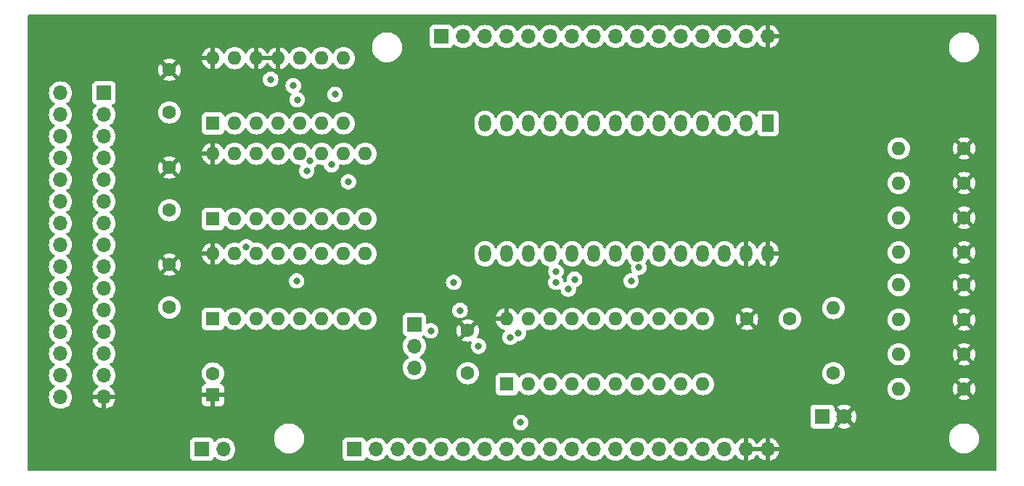
<source format=gbr>
G04 #@! TF.GenerationSoftware,KiCad,Pcbnew,7.0.10-7.0.10~ubuntu22.04.1*
G04 #@! TF.CreationDate,2024-08-31T13:48:36+10:00*
G04 #@! TF.ProjectId,Cat_ROM_Cartridge,4361745f-524f-44d5-9f43-617274726964,rev?*
G04 #@! TF.SameCoordinates,Original*
G04 #@! TF.FileFunction,Copper,L3,Inr*
G04 #@! TF.FilePolarity,Positive*
%FSLAX46Y46*%
G04 Gerber Fmt 4.6, Leading zero omitted, Abs format (unit mm)*
G04 Created by KiCad (PCBNEW 7.0.10-7.0.10~ubuntu22.04.1) date 2024-08-31 13:48:36*
%MOMM*%
%LPD*%
G01*
G04 APERTURE LIST*
G04 #@! TA.AperFunction,ComponentPad*
%ADD10R,1.700000X1.700000*%
G04 #@! TD*
G04 #@! TA.AperFunction,ComponentPad*
%ADD11O,1.700000X1.700000*%
G04 #@! TD*
G04 #@! TA.AperFunction,ComponentPad*
%ADD12R,1.800000X1.800000*%
G04 #@! TD*
G04 #@! TA.AperFunction,ComponentPad*
%ADD13C,1.800000*%
G04 #@! TD*
G04 #@! TA.AperFunction,ComponentPad*
%ADD14C,1.600000*%
G04 #@! TD*
G04 #@! TA.AperFunction,ComponentPad*
%ADD15O,1.600000X1.600000*%
G04 #@! TD*
G04 #@! TA.AperFunction,ComponentPad*
%ADD16R,1.600000X1.600000*%
G04 #@! TD*
G04 #@! TA.AperFunction,ComponentPad*
%ADD17R,1.440000X2.000000*%
G04 #@! TD*
G04 #@! TA.AperFunction,ComponentPad*
%ADD18O,1.440000X2.000000*%
G04 #@! TD*
G04 #@! TA.AperFunction,ViaPad*
%ADD19C,0.800000*%
G04 #@! TD*
G04 APERTURE END LIST*
D10*
X87630000Y-104140000D03*
D11*
X90170000Y-104140000D03*
D12*
X160020000Y-100330000D03*
D13*
X162560000Y-100330000D03*
D14*
X176530000Y-97085000D03*
D15*
X168910000Y-97085000D03*
D14*
X176530000Y-84935000D03*
D15*
X168910000Y-84935000D03*
D14*
X161290000Y-95250000D03*
D15*
X161290000Y-87630000D03*
D16*
X88900000Y-97790000D03*
D14*
X88900000Y-95290000D03*
X176530000Y-68975000D03*
D15*
X168910000Y-68975000D03*
D16*
X88900000Y-88900000D03*
D15*
X91440000Y-88900000D03*
X93980000Y-88900000D03*
X96520000Y-88900000D03*
X99060000Y-88900000D03*
X101600000Y-88900000D03*
X104140000Y-88900000D03*
X106680000Y-88900000D03*
X106680000Y-81280000D03*
X104140000Y-81280000D03*
X101600000Y-81280000D03*
X99060000Y-81280000D03*
X96520000Y-81280000D03*
X93980000Y-81280000D03*
X91440000Y-81280000D03*
X88900000Y-81280000D03*
D14*
X176530000Y-77075000D03*
D15*
X168910000Y-77075000D03*
D14*
X118628000Y-90250000D03*
X118628000Y-95250000D03*
X83820000Y-71200000D03*
X83820000Y-76200000D03*
D10*
X115560000Y-55880000D03*
D11*
X118100000Y-55880000D03*
X120640000Y-55880000D03*
X123180000Y-55880000D03*
X125720000Y-55880000D03*
X128260000Y-55880000D03*
X130800000Y-55880000D03*
X133340000Y-55880000D03*
X135880000Y-55880000D03*
X138420000Y-55880000D03*
X140960000Y-55880000D03*
X143500000Y-55880000D03*
X146040000Y-55880000D03*
X148580000Y-55880000D03*
X151120000Y-55880000D03*
X153660000Y-55880000D03*
D14*
X176530000Y-88985000D03*
D15*
X168910000Y-88985000D03*
D16*
X88900000Y-77216000D03*
D15*
X91440000Y-77216000D03*
X93980000Y-77216000D03*
X96520000Y-77216000D03*
X99060000Y-77216000D03*
X101600000Y-77216000D03*
X104140000Y-77216000D03*
X106680000Y-77216000D03*
X106680000Y-69596000D03*
X104140000Y-69596000D03*
X101600000Y-69596000D03*
X99060000Y-69596000D03*
X96520000Y-69596000D03*
X93980000Y-69596000D03*
X91440000Y-69596000D03*
X88900000Y-69596000D03*
D14*
X176530000Y-73025000D03*
D15*
X168910000Y-73025000D03*
D14*
X151210000Y-88900000D03*
X156210000Y-88900000D03*
X83820000Y-59770000D03*
X83820000Y-64770000D03*
D10*
X76200000Y-62484000D03*
D11*
X76200000Y-65024000D03*
X76200000Y-67564000D03*
X76200000Y-70104000D03*
X76200000Y-72644000D03*
X76200000Y-75184000D03*
X76200000Y-77724000D03*
X76200000Y-80264000D03*
X76200000Y-82804000D03*
X76200000Y-85344000D03*
X76200000Y-87884000D03*
X76200000Y-90424000D03*
X76200000Y-92964000D03*
X76200000Y-95504000D03*
X76200000Y-98044000D03*
X71120000Y-62484000D03*
X71120000Y-65024000D03*
X71120000Y-67564000D03*
X71120000Y-70104000D03*
X71120000Y-72644000D03*
X71120000Y-75184000D03*
X71120000Y-77724000D03*
X71120000Y-80264000D03*
X71120000Y-82804000D03*
X71120000Y-85344000D03*
X71120000Y-87884000D03*
X71120000Y-90424000D03*
X71120000Y-92964000D03*
X71120000Y-95504000D03*
X71120000Y-98044000D03*
D16*
X88900000Y-66040000D03*
D15*
X91440000Y-66040000D03*
X93980000Y-66040000D03*
X96520000Y-66040000D03*
X99060000Y-66040000D03*
X101600000Y-66040000D03*
X104140000Y-66040000D03*
X104140000Y-58420000D03*
X101600000Y-58420000D03*
X99060000Y-58420000D03*
X96520000Y-58420000D03*
X93980000Y-58420000D03*
X91440000Y-58420000D03*
X88900000Y-58420000D03*
D17*
X153660000Y-66040000D03*
D18*
X151120000Y-66040000D03*
X148580000Y-66040000D03*
X146040000Y-66040000D03*
X143500000Y-66040000D03*
X140960000Y-66040000D03*
X138420000Y-66040000D03*
X135880000Y-66040000D03*
X133340000Y-66040000D03*
X130800000Y-66040000D03*
X128260000Y-66040000D03*
X125720000Y-66040000D03*
X123180000Y-66040000D03*
X120640000Y-66040000D03*
X120640000Y-81280000D03*
X123180000Y-81280000D03*
X125720000Y-81280000D03*
X128260000Y-81280000D03*
X130800000Y-81280000D03*
X133340000Y-81280000D03*
X135880000Y-81280000D03*
X138420000Y-81280000D03*
X140960000Y-81280000D03*
X143500000Y-81280000D03*
X146040000Y-81280000D03*
X148580000Y-81280000D03*
X151120000Y-81280000D03*
X153660000Y-81280000D03*
D16*
X123190000Y-96520000D03*
D15*
X125730000Y-96520000D03*
X128270000Y-96520000D03*
X130810000Y-96520000D03*
X133350000Y-96520000D03*
X135890000Y-96520000D03*
X138430000Y-96520000D03*
X140970000Y-96520000D03*
X143510000Y-96520000D03*
X146050000Y-96520000D03*
X146050000Y-88900000D03*
X143510000Y-88900000D03*
X140970000Y-88900000D03*
X138430000Y-88900000D03*
X135890000Y-88900000D03*
X133350000Y-88900000D03*
X130810000Y-88900000D03*
X128270000Y-88900000D03*
X125730000Y-88900000D03*
X123190000Y-88900000D03*
D14*
X176530000Y-93035000D03*
D15*
X168910000Y-93035000D03*
D10*
X112395000Y-89535000D03*
D11*
X112395000Y-92075000D03*
X112395000Y-94615000D03*
D10*
X105400000Y-104140000D03*
D11*
X107940000Y-104140000D03*
X110480000Y-104140000D03*
X113020000Y-104140000D03*
X115560000Y-104140000D03*
X118100000Y-104140000D03*
X120640000Y-104140000D03*
X123180000Y-104140000D03*
X125720000Y-104140000D03*
X128260000Y-104140000D03*
X130800000Y-104140000D03*
X133340000Y-104140000D03*
X135880000Y-104140000D03*
X138420000Y-104140000D03*
X140960000Y-104140000D03*
X143500000Y-104140000D03*
X146040000Y-104140000D03*
X148580000Y-104140000D03*
X151120000Y-104140000D03*
X153660000Y-104140000D03*
D14*
X83820000Y-82550000D03*
X83820000Y-87550000D03*
X176530000Y-81125000D03*
D15*
X168910000Y-81125000D03*
D19*
X123577500Y-91041000D03*
X131102400Y-84273600D03*
X124795000Y-101024000D03*
X98279600Y-61650600D03*
X102742900Y-70872500D03*
X100220300Y-70426400D03*
X98750500Y-63282600D03*
X128924800Y-83355100D03*
X95639900Y-60906400D03*
X103151500Y-62666700D03*
X124553300Y-90569700D03*
X104712400Y-72872600D03*
X114314600Y-90295700D03*
X99854800Y-71611900D03*
X116994800Y-84627700D03*
X128908900Y-84627700D03*
X98675600Y-84461400D03*
X117735700Y-87911200D03*
X137693000Y-84456200D03*
X138583800Y-82887800D03*
X130369800Y-85425500D03*
X119892700Y-92096600D03*
X92795800Y-80481600D03*
G04 #@! TA.AperFunction,Conductor*
G36*
X153200507Y-103930156D02*
G01*
X153160000Y-104068111D01*
X153160000Y-104211889D01*
X153200507Y-104349844D01*
X153226314Y-104390000D01*
X151553686Y-104390000D01*
X151579493Y-104349844D01*
X151620000Y-104211889D01*
X151620000Y-104068111D01*
X151579493Y-103930156D01*
X151553686Y-103890000D01*
X153226314Y-103890000D01*
X153200507Y-103930156D01*
G37*
G04 #@! TD.AperFunction*
G04 #@! TA.AperFunction,Conductor*
G36*
X96192359Y-58181955D02*
G01*
X96134835Y-58294852D01*
X96115014Y-58420000D01*
X96134835Y-58545148D01*
X96192359Y-58658045D01*
X96204314Y-58670000D01*
X94295686Y-58670000D01*
X94307641Y-58658045D01*
X94365165Y-58545148D01*
X94384986Y-58420000D01*
X94365165Y-58294852D01*
X94307641Y-58181955D01*
X94295686Y-58170000D01*
X96204314Y-58170000D01*
X96192359Y-58181955D01*
G37*
G04 #@! TD.AperFunction*
G04 #@! TA.AperFunction,Conductor*
G36*
X180282539Y-53360185D02*
G01*
X180328294Y-53412989D01*
X180339500Y-53464500D01*
X180339500Y-106555500D01*
X180319815Y-106622539D01*
X180267011Y-106668294D01*
X180215500Y-106679500D01*
X67434500Y-106679500D01*
X67367461Y-106659815D01*
X67321706Y-106607011D01*
X67310500Y-106555500D01*
X67310500Y-105037870D01*
X86279500Y-105037870D01*
X86279501Y-105037876D01*
X86285908Y-105097483D01*
X86336202Y-105232328D01*
X86336206Y-105232335D01*
X86422452Y-105347544D01*
X86422455Y-105347547D01*
X86537664Y-105433793D01*
X86537671Y-105433797D01*
X86672517Y-105484091D01*
X86672516Y-105484091D01*
X86679444Y-105484835D01*
X86732127Y-105490500D01*
X88527872Y-105490499D01*
X88587483Y-105484091D01*
X88722331Y-105433796D01*
X88837546Y-105347546D01*
X88923796Y-105232331D01*
X88972810Y-105100916D01*
X89014681Y-105044984D01*
X89080145Y-105020566D01*
X89148418Y-105035417D01*
X89176673Y-105056569D01*
X89298599Y-105178495D01*
X89395384Y-105246265D01*
X89492165Y-105314032D01*
X89492167Y-105314033D01*
X89492170Y-105314035D01*
X89706337Y-105413903D01*
X89934592Y-105475063D01*
X90111034Y-105490500D01*
X90169999Y-105495659D01*
X90170000Y-105495659D01*
X90170001Y-105495659D01*
X90228966Y-105490500D01*
X90405408Y-105475063D01*
X90633663Y-105413903D01*
X90847830Y-105314035D01*
X91041401Y-105178495D01*
X91182026Y-105037870D01*
X104049500Y-105037870D01*
X104049501Y-105037876D01*
X104055908Y-105097483D01*
X104106202Y-105232328D01*
X104106206Y-105232335D01*
X104192452Y-105347544D01*
X104192455Y-105347547D01*
X104307664Y-105433793D01*
X104307671Y-105433797D01*
X104442517Y-105484091D01*
X104442516Y-105484091D01*
X104449444Y-105484835D01*
X104502127Y-105490500D01*
X106297872Y-105490499D01*
X106357483Y-105484091D01*
X106492331Y-105433796D01*
X106607546Y-105347546D01*
X106693796Y-105232331D01*
X106742810Y-105100916D01*
X106784681Y-105044984D01*
X106850145Y-105020566D01*
X106918418Y-105035417D01*
X106946673Y-105056569D01*
X107068599Y-105178495D01*
X107165384Y-105246265D01*
X107262165Y-105314032D01*
X107262167Y-105314033D01*
X107262170Y-105314035D01*
X107476337Y-105413903D01*
X107704592Y-105475063D01*
X107881034Y-105490500D01*
X107939999Y-105495659D01*
X107940000Y-105495659D01*
X107940001Y-105495659D01*
X107998966Y-105490500D01*
X108175408Y-105475063D01*
X108403663Y-105413903D01*
X108617830Y-105314035D01*
X108811401Y-105178495D01*
X108978495Y-105011401D01*
X109108425Y-104825842D01*
X109163002Y-104782217D01*
X109232500Y-104775023D01*
X109294855Y-104806546D01*
X109311575Y-104825842D01*
X109441500Y-105011395D01*
X109441505Y-105011401D01*
X109608599Y-105178495D01*
X109705384Y-105246265D01*
X109802165Y-105314032D01*
X109802167Y-105314033D01*
X109802170Y-105314035D01*
X110016337Y-105413903D01*
X110244592Y-105475063D01*
X110421034Y-105490500D01*
X110479999Y-105495659D01*
X110480000Y-105495659D01*
X110480001Y-105495659D01*
X110538966Y-105490500D01*
X110715408Y-105475063D01*
X110943663Y-105413903D01*
X111157830Y-105314035D01*
X111351401Y-105178495D01*
X111518495Y-105011401D01*
X111648425Y-104825842D01*
X111703002Y-104782217D01*
X111772500Y-104775023D01*
X111834855Y-104806546D01*
X111851575Y-104825842D01*
X111981500Y-105011395D01*
X111981505Y-105011401D01*
X112148599Y-105178495D01*
X112245384Y-105246265D01*
X112342165Y-105314032D01*
X112342167Y-105314033D01*
X112342170Y-105314035D01*
X112556337Y-105413903D01*
X112784592Y-105475063D01*
X112961034Y-105490500D01*
X113019999Y-105495659D01*
X113020000Y-105495659D01*
X113020001Y-105495659D01*
X113078966Y-105490500D01*
X113255408Y-105475063D01*
X113483663Y-105413903D01*
X113697830Y-105314035D01*
X113891401Y-105178495D01*
X114058495Y-105011401D01*
X114188425Y-104825842D01*
X114243002Y-104782217D01*
X114312500Y-104775023D01*
X114374855Y-104806546D01*
X114391575Y-104825842D01*
X114521500Y-105011395D01*
X114521505Y-105011401D01*
X114688599Y-105178495D01*
X114785384Y-105246265D01*
X114882165Y-105314032D01*
X114882167Y-105314033D01*
X114882170Y-105314035D01*
X115096337Y-105413903D01*
X115324592Y-105475063D01*
X115501034Y-105490500D01*
X115559999Y-105495659D01*
X115560000Y-105495659D01*
X115560001Y-105495659D01*
X115618966Y-105490500D01*
X115795408Y-105475063D01*
X116023663Y-105413903D01*
X116237830Y-105314035D01*
X116431401Y-105178495D01*
X116598495Y-105011401D01*
X116728425Y-104825842D01*
X116783002Y-104782217D01*
X116852500Y-104775023D01*
X116914855Y-104806546D01*
X116931575Y-104825842D01*
X117061500Y-105011395D01*
X117061505Y-105011401D01*
X117228599Y-105178495D01*
X117325384Y-105246265D01*
X117422165Y-105314032D01*
X117422167Y-105314033D01*
X117422170Y-105314035D01*
X117636337Y-105413903D01*
X117864592Y-105475063D01*
X118041034Y-105490500D01*
X118099999Y-105495659D01*
X118100000Y-105495659D01*
X118100001Y-105495659D01*
X118158966Y-105490500D01*
X118335408Y-105475063D01*
X118563663Y-105413903D01*
X118777830Y-105314035D01*
X118971401Y-105178495D01*
X119138495Y-105011401D01*
X119268425Y-104825842D01*
X119323002Y-104782217D01*
X119392500Y-104775023D01*
X119454855Y-104806546D01*
X119471575Y-104825842D01*
X119601500Y-105011395D01*
X119601505Y-105011401D01*
X119768599Y-105178495D01*
X119865384Y-105246265D01*
X119962165Y-105314032D01*
X119962167Y-105314033D01*
X119962170Y-105314035D01*
X120176337Y-105413903D01*
X120404592Y-105475063D01*
X120581034Y-105490500D01*
X120639999Y-105495659D01*
X120640000Y-105495659D01*
X120640001Y-105495659D01*
X120698966Y-105490500D01*
X120875408Y-105475063D01*
X121103663Y-105413903D01*
X121317830Y-105314035D01*
X121511401Y-105178495D01*
X121678495Y-105011401D01*
X121808425Y-104825842D01*
X121863002Y-104782217D01*
X121932500Y-104775023D01*
X121994855Y-104806546D01*
X122011575Y-104825842D01*
X122141500Y-105011395D01*
X122141505Y-105011401D01*
X122308599Y-105178495D01*
X122405384Y-105246265D01*
X122502165Y-105314032D01*
X122502167Y-105314033D01*
X122502170Y-105314035D01*
X122716337Y-105413903D01*
X122944592Y-105475063D01*
X123121034Y-105490500D01*
X123179999Y-105495659D01*
X123180000Y-105495659D01*
X123180001Y-105495659D01*
X123238966Y-105490500D01*
X123415408Y-105475063D01*
X123643663Y-105413903D01*
X123857830Y-105314035D01*
X124051401Y-105178495D01*
X124218495Y-105011401D01*
X124348425Y-104825842D01*
X124403002Y-104782217D01*
X124472500Y-104775023D01*
X124534855Y-104806546D01*
X124551575Y-104825842D01*
X124681500Y-105011395D01*
X124681505Y-105011401D01*
X124848599Y-105178495D01*
X124945384Y-105246265D01*
X125042165Y-105314032D01*
X125042167Y-105314033D01*
X125042170Y-105314035D01*
X125256337Y-105413903D01*
X125484592Y-105475063D01*
X125661034Y-105490500D01*
X125719999Y-105495659D01*
X125720000Y-105495659D01*
X125720001Y-105495659D01*
X125778966Y-105490500D01*
X125955408Y-105475063D01*
X126183663Y-105413903D01*
X126397830Y-105314035D01*
X126591401Y-105178495D01*
X126758495Y-105011401D01*
X126888425Y-104825842D01*
X126943002Y-104782217D01*
X127012500Y-104775023D01*
X127074855Y-104806546D01*
X127091575Y-104825842D01*
X127221500Y-105011395D01*
X127221505Y-105011401D01*
X127388599Y-105178495D01*
X127485384Y-105246265D01*
X127582165Y-105314032D01*
X127582167Y-105314033D01*
X127582170Y-105314035D01*
X127796337Y-105413903D01*
X128024592Y-105475063D01*
X128201034Y-105490500D01*
X128259999Y-105495659D01*
X128260000Y-105495659D01*
X128260001Y-105495659D01*
X128318966Y-105490500D01*
X128495408Y-105475063D01*
X128723663Y-105413903D01*
X128937830Y-105314035D01*
X129131401Y-105178495D01*
X129298495Y-105011401D01*
X129428425Y-104825842D01*
X129483002Y-104782217D01*
X129552500Y-104775023D01*
X129614855Y-104806546D01*
X129631575Y-104825842D01*
X129761500Y-105011395D01*
X129761505Y-105011401D01*
X129928599Y-105178495D01*
X130025384Y-105246265D01*
X130122165Y-105314032D01*
X130122167Y-105314033D01*
X130122170Y-105314035D01*
X130336337Y-105413903D01*
X130564592Y-105475063D01*
X130741034Y-105490500D01*
X130799999Y-105495659D01*
X130800000Y-105495659D01*
X130800001Y-105495659D01*
X130858966Y-105490500D01*
X131035408Y-105475063D01*
X131263663Y-105413903D01*
X131477830Y-105314035D01*
X131671401Y-105178495D01*
X131838495Y-105011401D01*
X131968425Y-104825842D01*
X132023002Y-104782217D01*
X132092500Y-104775023D01*
X132154855Y-104806546D01*
X132171575Y-104825842D01*
X132301500Y-105011395D01*
X132301505Y-105011401D01*
X132468599Y-105178495D01*
X132565384Y-105246265D01*
X132662165Y-105314032D01*
X132662167Y-105314033D01*
X132662170Y-105314035D01*
X132876337Y-105413903D01*
X133104592Y-105475063D01*
X133281034Y-105490500D01*
X133339999Y-105495659D01*
X133340000Y-105495659D01*
X133340001Y-105495659D01*
X133398966Y-105490500D01*
X133575408Y-105475063D01*
X133803663Y-105413903D01*
X134017830Y-105314035D01*
X134211401Y-105178495D01*
X134378495Y-105011401D01*
X134508425Y-104825842D01*
X134563002Y-104782217D01*
X134632500Y-104775023D01*
X134694855Y-104806546D01*
X134711575Y-104825842D01*
X134841500Y-105011395D01*
X134841505Y-105011401D01*
X135008599Y-105178495D01*
X135105384Y-105246265D01*
X135202165Y-105314032D01*
X135202167Y-105314033D01*
X135202170Y-105314035D01*
X135416337Y-105413903D01*
X135644592Y-105475063D01*
X135821034Y-105490500D01*
X135879999Y-105495659D01*
X135880000Y-105495659D01*
X135880001Y-105495659D01*
X135938966Y-105490500D01*
X136115408Y-105475063D01*
X136343663Y-105413903D01*
X136557830Y-105314035D01*
X136751401Y-105178495D01*
X136918495Y-105011401D01*
X137048425Y-104825842D01*
X137103002Y-104782217D01*
X137172500Y-104775023D01*
X137234855Y-104806546D01*
X137251575Y-104825842D01*
X137381500Y-105011395D01*
X137381505Y-105011401D01*
X137548599Y-105178495D01*
X137645384Y-105246265D01*
X137742165Y-105314032D01*
X137742167Y-105314033D01*
X137742170Y-105314035D01*
X137956337Y-105413903D01*
X138184592Y-105475063D01*
X138361034Y-105490500D01*
X138419999Y-105495659D01*
X138420000Y-105495659D01*
X138420001Y-105495659D01*
X138478966Y-105490500D01*
X138655408Y-105475063D01*
X138883663Y-105413903D01*
X139097830Y-105314035D01*
X139291401Y-105178495D01*
X139458495Y-105011401D01*
X139588425Y-104825842D01*
X139643002Y-104782217D01*
X139712500Y-104775023D01*
X139774855Y-104806546D01*
X139791575Y-104825842D01*
X139921500Y-105011395D01*
X139921505Y-105011401D01*
X140088599Y-105178495D01*
X140185384Y-105246265D01*
X140282165Y-105314032D01*
X140282167Y-105314033D01*
X140282170Y-105314035D01*
X140496337Y-105413903D01*
X140724592Y-105475063D01*
X140901034Y-105490500D01*
X140959999Y-105495659D01*
X140960000Y-105495659D01*
X140960001Y-105495659D01*
X141018966Y-105490500D01*
X141195408Y-105475063D01*
X141423663Y-105413903D01*
X141637830Y-105314035D01*
X141831401Y-105178495D01*
X141998495Y-105011401D01*
X142128425Y-104825842D01*
X142183002Y-104782217D01*
X142252500Y-104775023D01*
X142314855Y-104806546D01*
X142331575Y-104825842D01*
X142461500Y-105011395D01*
X142461505Y-105011401D01*
X142628599Y-105178495D01*
X142725384Y-105246265D01*
X142822165Y-105314032D01*
X142822167Y-105314033D01*
X142822170Y-105314035D01*
X143036337Y-105413903D01*
X143264592Y-105475063D01*
X143441034Y-105490500D01*
X143499999Y-105495659D01*
X143500000Y-105495659D01*
X143500001Y-105495659D01*
X143558966Y-105490500D01*
X143735408Y-105475063D01*
X143963663Y-105413903D01*
X144177830Y-105314035D01*
X144371401Y-105178495D01*
X144538495Y-105011401D01*
X144668425Y-104825842D01*
X144723002Y-104782217D01*
X144792500Y-104775023D01*
X144854855Y-104806546D01*
X144871575Y-104825842D01*
X145001500Y-105011395D01*
X145001505Y-105011401D01*
X145168599Y-105178495D01*
X145265384Y-105246265D01*
X145362165Y-105314032D01*
X145362167Y-105314033D01*
X145362170Y-105314035D01*
X145576337Y-105413903D01*
X145804592Y-105475063D01*
X145981034Y-105490500D01*
X146039999Y-105495659D01*
X146040000Y-105495659D01*
X146040001Y-105495659D01*
X146098966Y-105490500D01*
X146275408Y-105475063D01*
X146503663Y-105413903D01*
X146717830Y-105314035D01*
X146911401Y-105178495D01*
X147078495Y-105011401D01*
X147208425Y-104825842D01*
X147263002Y-104782217D01*
X147332500Y-104775023D01*
X147394855Y-104806546D01*
X147411575Y-104825842D01*
X147541500Y-105011395D01*
X147541505Y-105011401D01*
X147708599Y-105178495D01*
X147805384Y-105246265D01*
X147902165Y-105314032D01*
X147902167Y-105314033D01*
X147902170Y-105314035D01*
X148116337Y-105413903D01*
X148344592Y-105475063D01*
X148521034Y-105490500D01*
X148579999Y-105495659D01*
X148580000Y-105495659D01*
X148580001Y-105495659D01*
X148638966Y-105490500D01*
X148815408Y-105475063D01*
X149043663Y-105413903D01*
X149257830Y-105314035D01*
X149451401Y-105178495D01*
X149618495Y-105011401D01*
X149748730Y-104825405D01*
X149803307Y-104781781D01*
X149872805Y-104774587D01*
X149935160Y-104806110D01*
X149951879Y-104825405D01*
X150081890Y-105011078D01*
X150248917Y-105178105D01*
X150442421Y-105313600D01*
X150656507Y-105413429D01*
X150656516Y-105413433D01*
X150870000Y-105470634D01*
X150870000Y-104575501D01*
X150977685Y-104624680D01*
X151084237Y-104640000D01*
X151155763Y-104640000D01*
X151262315Y-104624680D01*
X151370000Y-104575501D01*
X151370000Y-105470633D01*
X151583483Y-105413433D01*
X151583492Y-105413429D01*
X151797578Y-105313600D01*
X151991082Y-105178105D01*
X152158105Y-105011082D01*
X152288425Y-104824968D01*
X152343002Y-104781344D01*
X152412501Y-104774151D01*
X152474855Y-104805673D01*
X152491575Y-104824968D01*
X152621894Y-105011082D01*
X152788917Y-105178105D01*
X152982421Y-105313600D01*
X153196507Y-105413429D01*
X153196516Y-105413433D01*
X153410000Y-105470634D01*
X153410000Y-104575501D01*
X153517685Y-104624680D01*
X153624237Y-104640000D01*
X153695763Y-104640000D01*
X153802315Y-104624680D01*
X153910000Y-104575501D01*
X153910000Y-105470633D01*
X154123483Y-105413433D01*
X154123492Y-105413429D01*
X154337578Y-105313600D01*
X154531082Y-105178105D01*
X154698105Y-105011082D01*
X154833600Y-104817578D01*
X154933429Y-104603492D01*
X154933432Y-104603486D01*
X154990636Y-104390000D01*
X154093686Y-104390000D01*
X154119493Y-104349844D01*
X154160000Y-104211889D01*
X154160000Y-104068111D01*
X154119493Y-103930156D01*
X154093686Y-103890000D01*
X154990636Y-103890000D01*
X154990635Y-103889999D01*
X154933432Y-103676513D01*
X154933429Y-103676507D01*
X154833600Y-103462422D01*
X154833599Y-103462420D01*
X154698113Y-103268926D01*
X154698108Y-103268920D01*
X154531082Y-103101894D01*
X154387260Y-103001187D01*
X174779500Y-103001187D01*
X174794622Y-103101506D01*
X174818604Y-103260615D01*
X174818605Y-103260617D01*
X174818606Y-103260623D01*
X174878304Y-103454158D01*
X174891760Y-103497783D01*
X174895938Y-103511326D01*
X175009767Y-103747696D01*
X175009768Y-103747697D01*
X175009770Y-103747700D01*
X175009772Y-103747704D01*
X175134166Y-103930156D01*
X175157567Y-103964479D01*
X175336014Y-104156801D01*
X175336018Y-104156804D01*
X175336019Y-104156805D01*
X175541143Y-104320386D01*
X175768357Y-104451568D01*
X176012584Y-104547420D01*
X176268370Y-104605802D01*
X176268376Y-104605802D01*
X176268379Y-104605803D01*
X176464484Y-104620499D01*
X176464503Y-104620499D01*
X176464506Y-104620500D01*
X176464508Y-104620500D01*
X176595492Y-104620500D01*
X176595494Y-104620500D01*
X176595496Y-104620499D01*
X176595515Y-104620499D01*
X176791620Y-104605803D01*
X176791622Y-104605802D01*
X176791630Y-104605802D01*
X177047416Y-104547420D01*
X177291643Y-104451568D01*
X177518857Y-104320386D01*
X177723981Y-104156805D01*
X177902433Y-103964479D01*
X178050228Y-103747704D01*
X178164063Y-103511323D01*
X178241396Y-103260615D01*
X178280500Y-103001182D01*
X178280500Y-102738818D01*
X178241396Y-102479385D01*
X178164063Y-102228677D01*
X178152121Y-102203880D01*
X178050232Y-101992303D01*
X178050231Y-101992302D01*
X178050230Y-101992301D01*
X178050228Y-101992296D01*
X177902433Y-101775521D01*
X177854713Y-101724091D01*
X177723985Y-101583198D01*
X177627244Y-101506050D01*
X177518857Y-101419614D01*
X177291643Y-101288432D01*
X177047416Y-101192580D01*
X177047411Y-101192578D01*
X177047402Y-101192576D01*
X176829818Y-101142914D01*
X176791630Y-101134198D01*
X176791629Y-101134197D01*
X176791625Y-101134197D01*
X176791620Y-101134196D01*
X176595515Y-101119500D01*
X176595494Y-101119500D01*
X176464506Y-101119500D01*
X176464484Y-101119500D01*
X176268379Y-101134196D01*
X176268374Y-101134197D01*
X176012597Y-101192576D01*
X176012578Y-101192582D01*
X175768356Y-101288432D01*
X175541143Y-101419614D01*
X175336014Y-101583198D01*
X175157567Y-101775520D01*
X175009768Y-101992302D01*
X175009767Y-101992303D01*
X174895938Y-102228673D01*
X174818606Y-102479376D01*
X174818605Y-102479381D01*
X174818604Y-102479385D01*
X174803853Y-102577247D01*
X174779500Y-102738812D01*
X174779500Y-103001187D01*
X154387260Y-103001187D01*
X154337578Y-102966399D01*
X154123492Y-102866570D01*
X154123486Y-102866567D01*
X153910000Y-102809364D01*
X153910000Y-103704498D01*
X153802315Y-103655320D01*
X153695763Y-103640000D01*
X153624237Y-103640000D01*
X153517685Y-103655320D01*
X153410000Y-103704498D01*
X153410000Y-102809364D01*
X153409999Y-102809364D01*
X153196513Y-102866567D01*
X153196507Y-102866570D01*
X152982422Y-102966399D01*
X152982420Y-102966400D01*
X152788926Y-103101886D01*
X152788920Y-103101891D01*
X152621891Y-103268920D01*
X152621890Y-103268922D01*
X152491575Y-103455031D01*
X152436998Y-103498655D01*
X152367499Y-103505848D01*
X152305145Y-103474326D01*
X152288425Y-103455031D01*
X152158109Y-103268922D01*
X152158108Y-103268920D01*
X151991082Y-103101894D01*
X151797578Y-102966399D01*
X151583492Y-102866570D01*
X151583486Y-102866567D01*
X151370000Y-102809364D01*
X151370000Y-103704498D01*
X151262315Y-103655320D01*
X151155763Y-103640000D01*
X151084237Y-103640000D01*
X150977685Y-103655320D01*
X150870000Y-103704498D01*
X150870000Y-102809364D01*
X150869999Y-102809364D01*
X150656513Y-102866567D01*
X150656507Y-102866570D01*
X150442422Y-102966399D01*
X150442420Y-102966400D01*
X150248926Y-103101886D01*
X150248920Y-103101891D01*
X150081891Y-103268920D01*
X150081890Y-103268922D01*
X149951880Y-103454595D01*
X149897303Y-103498219D01*
X149827804Y-103505412D01*
X149765450Y-103473890D01*
X149748730Y-103454594D01*
X149618494Y-103268597D01*
X149451402Y-103101506D01*
X149451395Y-103101501D01*
X149257834Y-102965967D01*
X149257830Y-102965965D01*
X149257828Y-102965964D01*
X149043663Y-102866097D01*
X149043659Y-102866096D01*
X149043655Y-102866094D01*
X148815413Y-102804938D01*
X148815403Y-102804936D01*
X148580001Y-102784341D01*
X148579999Y-102784341D01*
X148344596Y-102804936D01*
X148344586Y-102804938D01*
X148116344Y-102866094D01*
X148116335Y-102866098D01*
X147902171Y-102965964D01*
X147902169Y-102965965D01*
X147708597Y-103101505D01*
X147541505Y-103268597D01*
X147411575Y-103454158D01*
X147356998Y-103497783D01*
X147287500Y-103504977D01*
X147225145Y-103473454D01*
X147208425Y-103454158D01*
X147078494Y-103268597D01*
X146911402Y-103101506D01*
X146911395Y-103101501D01*
X146717834Y-102965967D01*
X146717830Y-102965965D01*
X146717828Y-102965964D01*
X146503663Y-102866097D01*
X146503659Y-102866096D01*
X146503655Y-102866094D01*
X146275413Y-102804938D01*
X146275403Y-102804936D01*
X146040001Y-102784341D01*
X146039999Y-102784341D01*
X145804596Y-102804936D01*
X145804586Y-102804938D01*
X145576344Y-102866094D01*
X145576335Y-102866098D01*
X145362171Y-102965964D01*
X145362169Y-102965965D01*
X145168597Y-103101505D01*
X145001505Y-103268597D01*
X144871575Y-103454158D01*
X144816998Y-103497783D01*
X144747500Y-103504977D01*
X144685145Y-103473454D01*
X144668425Y-103454158D01*
X144538494Y-103268597D01*
X144371402Y-103101506D01*
X144371395Y-103101501D01*
X144177834Y-102965967D01*
X144177830Y-102965965D01*
X144177828Y-102965964D01*
X143963663Y-102866097D01*
X143963659Y-102866096D01*
X143963655Y-102866094D01*
X143735413Y-102804938D01*
X143735403Y-102804936D01*
X143500001Y-102784341D01*
X143499999Y-102784341D01*
X143264596Y-102804936D01*
X143264586Y-102804938D01*
X143036344Y-102866094D01*
X143036335Y-102866098D01*
X142822171Y-102965964D01*
X142822169Y-102965965D01*
X142628597Y-103101505D01*
X142461505Y-103268597D01*
X142331575Y-103454158D01*
X142276998Y-103497783D01*
X142207500Y-103504977D01*
X142145145Y-103473454D01*
X142128425Y-103454158D01*
X141998494Y-103268597D01*
X141831402Y-103101506D01*
X141831395Y-103101501D01*
X141637834Y-102965967D01*
X141637830Y-102965965D01*
X141637828Y-102965964D01*
X141423663Y-102866097D01*
X141423659Y-102866096D01*
X141423655Y-102866094D01*
X141195413Y-102804938D01*
X141195403Y-102804936D01*
X140960001Y-102784341D01*
X140959999Y-102784341D01*
X140724596Y-102804936D01*
X140724586Y-102804938D01*
X140496344Y-102866094D01*
X140496335Y-102866098D01*
X140282171Y-102965964D01*
X140282169Y-102965965D01*
X140088597Y-103101505D01*
X139921505Y-103268597D01*
X139791575Y-103454158D01*
X139736998Y-103497783D01*
X139667500Y-103504977D01*
X139605145Y-103473454D01*
X139588425Y-103454158D01*
X139458494Y-103268597D01*
X139291402Y-103101506D01*
X139291395Y-103101501D01*
X139097834Y-102965967D01*
X139097830Y-102965965D01*
X139097828Y-102965964D01*
X138883663Y-102866097D01*
X138883659Y-102866096D01*
X138883655Y-102866094D01*
X138655413Y-102804938D01*
X138655403Y-102804936D01*
X138420001Y-102784341D01*
X138419999Y-102784341D01*
X138184596Y-102804936D01*
X138184586Y-102804938D01*
X137956344Y-102866094D01*
X137956335Y-102866098D01*
X137742171Y-102965964D01*
X137742169Y-102965965D01*
X137548597Y-103101505D01*
X137381505Y-103268597D01*
X137251575Y-103454158D01*
X137196998Y-103497783D01*
X137127500Y-103504977D01*
X137065145Y-103473454D01*
X137048425Y-103454158D01*
X136918494Y-103268597D01*
X136751402Y-103101506D01*
X136751395Y-103101501D01*
X136557834Y-102965967D01*
X136557830Y-102965965D01*
X136557828Y-102965964D01*
X136343663Y-102866097D01*
X136343659Y-102866096D01*
X136343655Y-102866094D01*
X136115413Y-102804938D01*
X136115403Y-102804936D01*
X135880001Y-102784341D01*
X135879999Y-102784341D01*
X135644596Y-102804936D01*
X135644586Y-102804938D01*
X135416344Y-102866094D01*
X135416335Y-102866098D01*
X135202171Y-102965964D01*
X135202169Y-102965965D01*
X135008597Y-103101505D01*
X134841505Y-103268597D01*
X134711575Y-103454158D01*
X134656998Y-103497783D01*
X134587500Y-103504977D01*
X134525145Y-103473454D01*
X134508425Y-103454158D01*
X134378494Y-103268597D01*
X134211402Y-103101506D01*
X134211395Y-103101501D01*
X134017834Y-102965967D01*
X134017830Y-102965965D01*
X134017828Y-102965964D01*
X133803663Y-102866097D01*
X133803659Y-102866096D01*
X133803655Y-102866094D01*
X133575413Y-102804938D01*
X133575403Y-102804936D01*
X133340001Y-102784341D01*
X133339999Y-102784341D01*
X133104596Y-102804936D01*
X133104586Y-102804938D01*
X132876344Y-102866094D01*
X132876335Y-102866098D01*
X132662171Y-102965964D01*
X132662169Y-102965965D01*
X132468597Y-103101505D01*
X132301505Y-103268597D01*
X132171575Y-103454158D01*
X132116998Y-103497783D01*
X132047500Y-103504977D01*
X131985145Y-103473454D01*
X131968425Y-103454158D01*
X131838494Y-103268597D01*
X131671402Y-103101506D01*
X131671395Y-103101501D01*
X131477834Y-102965967D01*
X131477830Y-102965965D01*
X131477828Y-102965964D01*
X131263663Y-102866097D01*
X131263659Y-102866096D01*
X131263655Y-102866094D01*
X131035413Y-102804938D01*
X131035403Y-102804936D01*
X130800001Y-102784341D01*
X130799999Y-102784341D01*
X130564596Y-102804936D01*
X130564586Y-102804938D01*
X130336344Y-102866094D01*
X130336335Y-102866098D01*
X130122171Y-102965964D01*
X130122169Y-102965965D01*
X129928597Y-103101505D01*
X129761505Y-103268597D01*
X129631575Y-103454158D01*
X129576998Y-103497783D01*
X129507500Y-103504977D01*
X129445145Y-103473454D01*
X129428425Y-103454158D01*
X129298494Y-103268597D01*
X129131402Y-103101506D01*
X129131395Y-103101501D01*
X128937834Y-102965967D01*
X128937830Y-102965965D01*
X128937828Y-102965964D01*
X128723663Y-102866097D01*
X128723659Y-102866096D01*
X128723655Y-102866094D01*
X128495413Y-102804938D01*
X128495403Y-102804936D01*
X128260001Y-102784341D01*
X128259999Y-102784341D01*
X128024596Y-102804936D01*
X128024586Y-102804938D01*
X127796344Y-102866094D01*
X127796335Y-102866098D01*
X127582171Y-102965964D01*
X127582169Y-102965965D01*
X127388597Y-103101505D01*
X127221505Y-103268597D01*
X127091575Y-103454158D01*
X127036998Y-103497783D01*
X126967500Y-103504977D01*
X126905145Y-103473454D01*
X126888425Y-103454158D01*
X126758494Y-103268597D01*
X126591402Y-103101506D01*
X126591395Y-103101501D01*
X126397834Y-102965967D01*
X126397830Y-102965965D01*
X126397828Y-102965964D01*
X126183663Y-102866097D01*
X126183659Y-102866096D01*
X126183655Y-102866094D01*
X125955413Y-102804938D01*
X125955403Y-102804936D01*
X125720001Y-102784341D01*
X125719999Y-102784341D01*
X125484596Y-102804936D01*
X125484586Y-102804938D01*
X125256344Y-102866094D01*
X125256335Y-102866098D01*
X125042171Y-102965964D01*
X125042169Y-102965965D01*
X124848597Y-103101505D01*
X124681505Y-103268597D01*
X124551575Y-103454158D01*
X124496998Y-103497783D01*
X124427500Y-103504977D01*
X124365145Y-103473454D01*
X124348425Y-103454158D01*
X124218494Y-103268597D01*
X124051402Y-103101506D01*
X124051395Y-103101501D01*
X123857834Y-102965967D01*
X123857830Y-102965965D01*
X123857828Y-102965964D01*
X123643663Y-102866097D01*
X123643659Y-102866096D01*
X123643655Y-102866094D01*
X123415413Y-102804938D01*
X123415403Y-102804936D01*
X123180001Y-102784341D01*
X123179999Y-102784341D01*
X122944596Y-102804936D01*
X122944586Y-102804938D01*
X122716344Y-102866094D01*
X122716335Y-102866098D01*
X122502171Y-102965964D01*
X122502169Y-102965965D01*
X122308597Y-103101505D01*
X122141505Y-103268597D01*
X122011575Y-103454158D01*
X121956998Y-103497783D01*
X121887500Y-103504977D01*
X121825145Y-103473454D01*
X121808425Y-103454158D01*
X121678494Y-103268597D01*
X121511402Y-103101506D01*
X121511395Y-103101501D01*
X121317834Y-102965967D01*
X121317830Y-102965965D01*
X121317828Y-102965964D01*
X121103663Y-102866097D01*
X121103659Y-102866096D01*
X121103655Y-102866094D01*
X120875413Y-102804938D01*
X120875403Y-102804936D01*
X120640001Y-102784341D01*
X120639999Y-102784341D01*
X120404596Y-102804936D01*
X120404586Y-102804938D01*
X120176344Y-102866094D01*
X120176335Y-102866098D01*
X119962171Y-102965964D01*
X119962169Y-102965965D01*
X119768597Y-103101505D01*
X119601505Y-103268597D01*
X119471575Y-103454158D01*
X119416998Y-103497783D01*
X119347500Y-103504977D01*
X119285145Y-103473454D01*
X119268425Y-103454158D01*
X119138494Y-103268597D01*
X118971402Y-103101506D01*
X118971395Y-103101501D01*
X118777834Y-102965967D01*
X118777830Y-102965965D01*
X118777828Y-102965964D01*
X118563663Y-102866097D01*
X118563659Y-102866096D01*
X118563655Y-102866094D01*
X118335413Y-102804938D01*
X118335403Y-102804936D01*
X118100001Y-102784341D01*
X118099999Y-102784341D01*
X117864596Y-102804936D01*
X117864586Y-102804938D01*
X117636344Y-102866094D01*
X117636335Y-102866098D01*
X117422171Y-102965964D01*
X117422169Y-102965965D01*
X117228597Y-103101505D01*
X117061505Y-103268597D01*
X116931575Y-103454158D01*
X116876998Y-103497783D01*
X116807500Y-103504977D01*
X116745145Y-103473454D01*
X116728425Y-103454158D01*
X116598494Y-103268597D01*
X116431402Y-103101506D01*
X116431395Y-103101501D01*
X116237834Y-102965967D01*
X116237830Y-102965965D01*
X116237828Y-102965964D01*
X116023663Y-102866097D01*
X116023659Y-102866096D01*
X116023655Y-102866094D01*
X115795413Y-102804938D01*
X115795403Y-102804936D01*
X115560001Y-102784341D01*
X115559999Y-102784341D01*
X115324596Y-102804936D01*
X115324586Y-102804938D01*
X115096344Y-102866094D01*
X115096335Y-102866098D01*
X114882171Y-102965964D01*
X114882169Y-102965965D01*
X114688597Y-103101505D01*
X114521505Y-103268597D01*
X114391575Y-103454158D01*
X114336998Y-103497783D01*
X114267500Y-103504977D01*
X114205145Y-103473454D01*
X114188425Y-103454158D01*
X114058494Y-103268597D01*
X113891402Y-103101506D01*
X113891395Y-103101501D01*
X113697834Y-102965967D01*
X113697830Y-102965965D01*
X113697828Y-102965964D01*
X113483663Y-102866097D01*
X113483659Y-102866096D01*
X113483655Y-102866094D01*
X113255413Y-102804938D01*
X113255403Y-102804936D01*
X113020001Y-102784341D01*
X113019999Y-102784341D01*
X112784596Y-102804936D01*
X112784586Y-102804938D01*
X112556344Y-102866094D01*
X112556335Y-102866098D01*
X112342171Y-102965964D01*
X112342169Y-102965965D01*
X112148597Y-103101505D01*
X111981505Y-103268597D01*
X111851575Y-103454158D01*
X111796998Y-103497783D01*
X111727500Y-103504977D01*
X111665145Y-103473454D01*
X111648425Y-103454158D01*
X111518494Y-103268597D01*
X111351402Y-103101506D01*
X111351395Y-103101501D01*
X111157834Y-102965967D01*
X111157830Y-102965965D01*
X111157828Y-102965964D01*
X110943663Y-102866097D01*
X110943659Y-102866096D01*
X110943655Y-102866094D01*
X110715413Y-102804938D01*
X110715403Y-102804936D01*
X110480001Y-102784341D01*
X110479999Y-102784341D01*
X110244596Y-102804936D01*
X110244586Y-102804938D01*
X110016344Y-102866094D01*
X110016335Y-102866098D01*
X109802171Y-102965964D01*
X109802169Y-102965965D01*
X109608597Y-103101505D01*
X109441505Y-103268597D01*
X109311575Y-103454158D01*
X109256998Y-103497783D01*
X109187500Y-103504977D01*
X109125145Y-103473454D01*
X109108425Y-103454158D01*
X108978494Y-103268597D01*
X108811402Y-103101506D01*
X108811395Y-103101501D01*
X108617834Y-102965967D01*
X108617830Y-102965965D01*
X108617828Y-102965964D01*
X108403663Y-102866097D01*
X108403659Y-102866096D01*
X108403655Y-102866094D01*
X108175413Y-102804938D01*
X108175403Y-102804936D01*
X107940001Y-102784341D01*
X107939999Y-102784341D01*
X107704596Y-102804936D01*
X107704586Y-102804938D01*
X107476344Y-102866094D01*
X107476335Y-102866098D01*
X107262171Y-102965964D01*
X107262169Y-102965965D01*
X107068600Y-103101503D01*
X106946673Y-103223430D01*
X106885350Y-103256914D01*
X106815658Y-103251930D01*
X106759725Y-103210058D01*
X106742810Y-103179081D01*
X106693797Y-103047671D01*
X106693793Y-103047664D01*
X106607547Y-102932455D01*
X106607544Y-102932452D01*
X106492335Y-102846206D01*
X106492328Y-102846202D01*
X106357482Y-102795908D01*
X106357483Y-102795908D01*
X106297883Y-102789501D01*
X106297881Y-102789500D01*
X106297873Y-102789500D01*
X106297864Y-102789500D01*
X104502129Y-102789500D01*
X104502123Y-102789501D01*
X104442516Y-102795908D01*
X104307671Y-102846202D01*
X104307664Y-102846206D01*
X104192455Y-102932452D01*
X104192452Y-102932455D01*
X104106206Y-103047664D01*
X104106202Y-103047671D01*
X104055908Y-103182517D01*
X104049501Y-103242116D01*
X104049500Y-103242135D01*
X104049500Y-105037870D01*
X91182026Y-105037870D01*
X91208495Y-105011401D01*
X91344035Y-104817830D01*
X91443903Y-104603663D01*
X91505063Y-104375408D01*
X91525659Y-104140000D01*
X91505063Y-103904592D01*
X91443903Y-103676337D01*
X91344035Y-103462171D01*
X91338731Y-103454595D01*
X91208494Y-103268597D01*
X91041402Y-103101506D01*
X91041395Y-103101501D01*
X90898133Y-103001187D01*
X96039500Y-103001187D01*
X96054622Y-103101506D01*
X96078604Y-103260615D01*
X96078605Y-103260617D01*
X96078606Y-103260623D01*
X96138304Y-103454158D01*
X96151760Y-103497783D01*
X96155938Y-103511326D01*
X96269767Y-103747696D01*
X96269768Y-103747697D01*
X96269770Y-103747700D01*
X96269772Y-103747704D01*
X96394166Y-103930156D01*
X96417567Y-103964479D01*
X96596014Y-104156801D01*
X96596018Y-104156804D01*
X96596019Y-104156805D01*
X96801143Y-104320386D01*
X97028357Y-104451568D01*
X97272584Y-104547420D01*
X97528370Y-104605802D01*
X97528376Y-104605802D01*
X97528379Y-104605803D01*
X97724484Y-104620499D01*
X97724503Y-104620499D01*
X97724506Y-104620500D01*
X97724508Y-104620500D01*
X97855492Y-104620500D01*
X97855494Y-104620500D01*
X97855496Y-104620499D01*
X97855515Y-104620499D01*
X98051620Y-104605803D01*
X98051622Y-104605802D01*
X98051630Y-104605802D01*
X98307416Y-104547420D01*
X98551643Y-104451568D01*
X98778857Y-104320386D01*
X98983981Y-104156805D01*
X99162433Y-103964479D01*
X99310228Y-103747704D01*
X99424063Y-103511323D01*
X99501396Y-103260615D01*
X99540500Y-103001182D01*
X99540500Y-102738818D01*
X99501396Y-102479385D01*
X99424063Y-102228677D01*
X99412121Y-102203880D01*
X99310232Y-101992303D01*
X99310231Y-101992302D01*
X99310230Y-101992301D01*
X99310228Y-101992296D01*
X99162433Y-101775521D01*
X99114713Y-101724091D01*
X98983985Y-101583198D01*
X98887244Y-101506050D01*
X98778857Y-101419614D01*
X98551643Y-101288432D01*
X98307416Y-101192580D01*
X98307411Y-101192578D01*
X98307402Y-101192576D01*
X98089818Y-101142914D01*
X98051630Y-101134198D01*
X98051629Y-101134197D01*
X98051625Y-101134197D01*
X98051620Y-101134196D01*
X97855515Y-101119500D01*
X97855494Y-101119500D01*
X97724506Y-101119500D01*
X97724484Y-101119500D01*
X97528379Y-101134196D01*
X97528374Y-101134197D01*
X97272597Y-101192576D01*
X97272578Y-101192582D01*
X97028356Y-101288432D01*
X96801143Y-101419614D01*
X96596014Y-101583198D01*
X96417567Y-101775520D01*
X96269768Y-101992302D01*
X96269767Y-101992303D01*
X96155938Y-102228673D01*
X96078606Y-102479376D01*
X96078605Y-102479381D01*
X96078604Y-102479385D01*
X96063853Y-102577247D01*
X96039500Y-102738812D01*
X96039500Y-103001187D01*
X90898133Y-103001187D01*
X90847834Y-102965967D01*
X90847830Y-102965965D01*
X90847828Y-102965964D01*
X90633663Y-102866097D01*
X90633659Y-102866096D01*
X90633655Y-102866094D01*
X90405413Y-102804938D01*
X90405403Y-102804936D01*
X90170001Y-102784341D01*
X90169999Y-102784341D01*
X89934596Y-102804936D01*
X89934586Y-102804938D01*
X89706344Y-102866094D01*
X89706335Y-102866098D01*
X89492171Y-102965964D01*
X89492169Y-102965965D01*
X89298600Y-103101503D01*
X89176673Y-103223430D01*
X89115350Y-103256914D01*
X89045658Y-103251930D01*
X88989725Y-103210058D01*
X88972810Y-103179081D01*
X88923797Y-103047671D01*
X88923793Y-103047664D01*
X88837547Y-102932455D01*
X88837544Y-102932452D01*
X88722335Y-102846206D01*
X88722328Y-102846202D01*
X88587482Y-102795908D01*
X88587483Y-102795908D01*
X88527883Y-102789501D01*
X88527881Y-102789500D01*
X88527873Y-102789500D01*
X88527864Y-102789500D01*
X86732129Y-102789500D01*
X86732123Y-102789501D01*
X86672516Y-102795908D01*
X86537671Y-102846202D01*
X86537664Y-102846206D01*
X86422455Y-102932452D01*
X86422452Y-102932455D01*
X86336206Y-103047664D01*
X86336202Y-103047671D01*
X86285908Y-103182517D01*
X86279501Y-103242116D01*
X86279500Y-103242135D01*
X86279500Y-105037870D01*
X67310500Y-105037870D01*
X67310500Y-101024000D01*
X123889540Y-101024000D01*
X123909326Y-101212256D01*
X123909327Y-101212259D01*
X123967818Y-101392277D01*
X123967821Y-101392284D01*
X124062467Y-101556216D01*
X124168334Y-101673793D01*
X124189129Y-101696888D01*
X124342265Y-101808148D01*
X124342270Y-101808151D01*
X124515192Y-101885142D01*
X124515197Y-101885144D01*
X124700354Y-101924500D01*
X124700355Y-101924500D01*
X124889644Y-101924500D01*
X124889646Y-101924500D01*
X125074803Y-101885144D01*
X125247730Y-101808151D01*
X125400871Y-101696888D01*
X125527533Y-101556216D01*
X125622179Y-101392284D01*
X125659355Y-101277870D01*
X158619500Y-101277870D01*
X158619501Y-101277876D01*
X158625908Y-101337483D01*
X158676202Y-101472328D01*
X158676206Y-101472335D01*
X158762452Y-101587544D01*
X158762455Y-101587547D01*
X158877664Y-101673793D01*
X158877671Y-101673797D01*
X159012517Y-101724091D01*
X159012516Y-101724091D01*
X159019444Y-101724835D01*
X159072127Y-101730500D01*
X160967872Y-101730499D01*
X161027483Y-101724091D01*
X161162331Y-101673796D01*
X161277546Y-101587546D01*
X161363796Y-101472331D01*
X161414091Y-101337483D01*
X161420500Y-101277873D01*
X161420499Y-101167304D01*
X161440183Y-101100268D01*
X161456818Y-101079626D01*
X162115549Y-100420895D01*
X162116327Y-100431265D01*
X162165887Y-100557541D01*
X162250465Y-100663599D01*
X162362547Y-100740016D01*
X162470299Y-100773253D01*
X161761201Y-101482351D01*
X161791649Y-101506050D01*
X161995697Y-101616476D01*
X161995706Y-101616479D01*
X162215139Y-101691811D01*
X162443993Y-101730000D01*
X162676007Y-101730000D01*
X162904860Y-101691811D01*
X163124293Y-101616479D01*
X163124301Y-101616476D01*
X163328355Y-101506047D01*
X163358797Y-101482351D01*
X163358798Y-101482350D01*
X162648232Y-100771784D01*
X162694138Y-100764865D01*
X162816357Y-100706007D01*
X162915798Y-100613740D01*
X162983625Y-100496260D01*
X163001499Y-100417946D01*
X163711186Y-101127633D01*
X163795482Y-100998611D01*
X163888682Y-100786135D01*
X163945638Y-100561218D01*
X163964798Y-100330005D01*
X163964798Y-100329994D01*
X163945638Y-100098781D01*
X163888682Y-99873864D01*
X163795484Y-99661393D01*
X163711186Y-99532365D01*
X163004449Y-100239102D01*
X163003673Y-100228735D01*
X162954113Y-100102459D01*
X162869535Y-99996401D01*
X162757453Y-99919984D01*
X162649699Y-99886746D01*
X163358797Y-99177647D01*
X163358797Y-99177645D01*
X163328360Y-99153955D01*
X163328354Y-99153951D01*
X163124302Y-99043523D01*
X163124293Y-99043520D01*
X162904860Y-98968188D01*
X162676007Y-98930000D01*
X162443993Y-98930000D01*
X162215139Y-98968188D01*
X161995706Y-99043520D01*
X161995697Y-99043523D01*
X161791650Y-99153949D01*
X161761200Y-99177647D01*
X162471769Y-99888215D01*
X162425862Y-99895135D01*
X162303643Y-99953993D01*
X162204202Y-100046260D01*
X162136375Y-100163740D01*
X162118500Y-100242054D01*
X161456818Y-99580372D01*
X161423333Y-99519049D01*
X161420499Y-99492691D01*
X161420499Y-99382129D01*
X161420498Y-99382123D01*
X161420497Y-99382116D01*
X161414091Y-99322517D01*
X161412369Y-99317901D01*
X161363797Y-99187671D01*
X161363793Y-99187664D01*
X161277547Y-99072455D01*
X161277544Y-99072452D01*
X161162335Y-98986206D01*
X161162328Y-98986202D01*
X161027482Y-98935908D01*
X161027483Y-98935908D01*
X160967883Y-98929501D01*
X160967881Y-98929500D01*
X160967873Y-98929500D01*
X160967864Y-98929500D01*
X159072129Y-98929500D01*
X159072123Y-98929501D01*
X159012516Y-98935908D01*
X158877671Y-98986202D01*
X158877664Y-98986206D01*
X158762455Y-99072452D01*
X158762452Y-99072455D01*
X158676206Y-99187664D01*
X158676202Y-99187671D01*
X158625908Y-99322517D01*
X158619829Y-99379063D01*
X158619501Y-99382123D01*
X158619500Y-99382135D01*
X158619500Y-101277870D01*
X125659355Y-101277870D01*
X125680674Y-101212256D01*
X125700460Y-101024000D01*
X125680674Y-100835744D01*
X125622179Y-100655716D01*
X125527533Y-100491784D01*
X125400871Y-100351112D01*
X125371813Y-100330000D01*
X125247734Y-100239851D01*
X125247729Y-100239848D01*
X125074807Y-100162857D01*
X125074802Y-100162855D01*
X124929001Y-100131865D01*
X124889646Y-100123500D01*
X124700354Y-100123500D01*
X124667897Y-100130398D01*
X124515197Y-100162855D01*
X124515192Y-100162857D01*
X124342270Y-100239848D01*
X124342265Y-100239851D01*
X124189129Y-100351111D01*
X124062466Y-100491785D01*
X123967821Y-100655715D01*
X123967818Y-100655722D01*
X123932356Y-100764865D01*
X123909326Y-100835744D01*
X123889540Y-101024000D01*
X67310500Y-101024000D01*
X67310500Y-98044000D01*
X69764341Y-98044000D01*
X69784936Y-98279403D01*
X69784938Y-98279413D01*
X69846094Y-98507655D01*
X69846096Y-98507659D01*
X69846097Y-98507663D01*
X69906794Y-98637827D01*
X69945965Y-98721830D01*
X69945967Y-98721834D01*
X70023167Y-98832086D01*
X70081505Y-98915401D01*
X70248599Y-99082495D01*
X70345384Y-99150265D01*
X70442165Y-99218032D01*
X70442167Y-99218033D01*
X70442170Y-99218035D01*
X70656337Y-99317903D01*
X70884592Y-99379063D01*
X71072918Y-99395539D01*
X71119999Y-99399659D01*
X71120000Y-99399659D01*
X71120001Y-99399659D01*
X71159234Y-99396226D01*
X71355408Y-99379063D01*
X71583663Y-99317903D01*
X71797830Y-99218035D01*
X71991401Y-99082495D01*
X72158495Y-98915401D01*
X72294035Y-98721830D01*
X72393903Y-98507663D01*
X72455063Y-98279408D01*
X72475659Y-98044000D01*
X72455063Y-97808592D01*
X72393903Y-97580337D01*
X72294035Y-97366171D01*
X72289112Y-97359139D01*
X72158494Y-97172597D01*
X71991402Y-97005506D01*
X71991396Y-97005501D01*
X71805842Y-96875575D01*
X71762217Y-96820998D01*
X71755023Y-96751500D01*
X71786546Y-96689145D01*
X71805842Y-96672425D01*
X71862419Y-96632809D01*
X71991401Y-96542495D01*
X72158495Y-96375401D01*
X72294035Y-96181830D01*
X72393903Y-95967663D01*
X72455063Y-95739408D01*
X72475659Y-95504000D01*
X74844341Y-95504000D01*
X74864936Y-95739403D01*
X74864938Y-95739413D01*
X74926094Y-95967655D01*
X74926096Y-95967659D01*
X74926097Y-95967663D01*
X74997661Y-96121131D01*
X75025965Y-96181830D01*
X75025967Y-96181834D01*
X75161501Y-96375395D01*
X75161506Y-96375402D01*
X75328597Y-96542493D01*
X75328603Y-96542498D01*
X75514594Y-96672730D01*
X75558219Y-96727307D01*
X75565413Y-96796805D01*
X75533890Y-96859160D01*
X75514595Y-96875880D01*
X75328922Y-97005890D01*
X75328920Y-97005891D01*
X75161891Y-97172920D01*
X75161886Y-97172926D01*
X75026400Y-97366420D01*
X75026399Y-97366422D01*
X74926570Y-97580507D01*
X74926567Y-97580513D01*
X74869364Y-97793999D01*
X74869364Y-97794000D01*
X75766314Y-97794000D01*
X75740507Y-97834156D01*
X75700000Y-97972111D01*
X75700000Y-98115889D01*
X75740507Y-98253844D01*
X75766314Y-98294000D01*
X74869364Y-98294000D01*
X74926567Y-98507486D01*
X74926570Y-98507492D01*
X75026399Y-98721578D01*
X75161894Y-98915082D01*
X75328917Y-99082105D01*
X75522421Y-99217600D01*
X75736507Y-99317429D01*
X75736516Y-99317433D01*
X75950000Y-99374634D01*
X75950000Y-98479501D01*
X76057685Y-98528680D01*
X76164237Y-98544000D01*
X76235763Y-98544000D01*
X76342315Y-98528680D01*
X76450000Y-98479501D01*
X76450000Y-99374633D01*
X76663483Y-99317433D01*
X76663492Y-99317429D01*
X76877578Y-99217600D01*
X77071082Y-99082105D01*
X77238105Y-98915082D01*
X77373600Y-98721578D01*
X77473429Y-98507492D01*
X77473432Y-98507486D01*
X77530636Y-98294000D01*
X76633686Y-98294000D01*
X76659493Y-98253844D01*
X76700000Y-98115889D01*
X76700000Y-97972111D01*
X76659493Y-97834156D01*
X76633686Y-97794000D01*
X77530636Y-97794000D01*
X77530635Y-97793999D01*
X77473432Y-97580513D01*
X77473429Y-97580507D01*
X77373600Y-97366422D01*
X77373599Y-97366420D01*
X77238113Y-97172926D01*
X77238108Y-97172920D01*
X77071078Y-97005890D01*
X76885405Y-96875879D01*
X76841780Y-96821302D01*
X76834588Y-96751804D01*
X76866110Y-96689449D01*
X76885406Y-96672730D01*
X76885842Y-96672425D01*
X77071401Y-96542495D01*
X77238495Y-96375401D01*
X77374035Y-96181830D01*
X77473903Y-95967663D01*
X77535063Y-95739408D01*
X77555659Y-95504000D01*
X77536936Y-95290001D01*
X87594532Y-95290001D01*
X87614364Y-95516686D01*
X87614366Y-95516697D01*
X87673258Y-95736488D01*
X87673261Y-95736497D01*
X87769431Y-95942732D01*
X87769432Y-95942734D01*
X87899954Y-96129141D01*
X88057506Y-96286693D01*
X88090991Y-96348016D01*
X88086007Y-96417708D01*
X88044135Y-96473641D01*
X87998343Y-96495050D01*
X87992626Y-96496401D01*
X87857913Y-96546645D01*
X87857906Y-96546649D01*
X87742812Y-96632809D01*
X87742809Y-96632812D01*
X87656649Y-96747906D01*
X87656645Y-96747913D01*
X87606403Y-96882620D01*
X87606401Y-96882627D01*
X87600000Y-96942155D01*
X87600000Y-97540000D01*
X88584314Y-97540000D01*
X88572359Y-97551955D01*
X88514835Y-97664852D01*
X88495014Y-97790000D01*
X88514835Y-97915148D01*
X88572359Y-98028045D01*
X88584314Y-98040000D01*
X87600000Y-98040000D01*
X87600000Y-98637844D01*
X87606401Y-98697372D01*
X87606403Y-98697379D01*
X87656645Y-98832086D01*
X87656649Y-98832093D01*
X87742809Y-98947187D01*
X87742812Y-98947190D01*
X87857906Y-99033350D01*
X87857913Y-99033354D01*
X87992620Y-99083596D01*
X87992627Y-99083598D01*
X88052155Y-99089999D01*
X88052172Y-99090000D01*
X88650000Y-99090000D01*
X88650000Y-98105686D01*
X88661955Y-98117641D01*
X88774852Y-98175165D01*
X88868519Y-98190000D01*
X88931481Y-98190000D01*
X89025148Y-98175165D01*
X89138045Y-98117641D01*
X89150000Y-98105686D01*
X89150000Y-99090000D01*
X89747828Y-99090000D01*
X89747844Y-99089999D01*
X89807372Y-99083598D01*
X89807379Y-99083596D01*
X89942086Y-99033354D01*
X89942093Y-99033350D01*
X90057187Y-98947190D01*
X90057190Y-98947187D01*
X90143350Y-98832093D01*
X90143354Y-98832086D01*
X90193596Y-98697379D01*
X90193598Y-98697372D01*
X90199999Y-98637844D01*
X90200000Y-98637827D01*
X90200000Y-98040000D01*
X89215686Y-98040000D01*
X89227641Y-98028045D01*
X89285165Y-97915148D01*
X89304986Y-97790000D01*
X89285165Y-97664852D01*
X89227641Y-97551955D01*
X89215686Y-97540000D01*
X90200000Y-97540000D01*
X90200000Y-97367870D01*
X121889500Y-97367870D01*
X121889501Y-97367876D01*
X121895908Y-97427483D01*
X121946202Y-97562328D01*
X121946206Y-97562335D01*
X122032452Y-97677544D01*
X122032455Y-97677547D01*
X122147664Y-97763793D01*
X122147671Y-97763797D01*
X122282517Y-97814091D01*
X122282516Y-97814091D01*
X122289444Y-97814835D01*
X122342127Y-97820500D01*
X124037872Y-97820499D01*
X124097483Y-97814091D01*
X124232331Y-97763796D01*
X124347546Y-97677546D01*
X124433796Y-97562331D01*
X124484091Y-97427483D01*
X124487862Y-97392401D01*
X124514599Y-97327855D01*
X124571990Y-97288006D01*
X124641816Y-97285511D01*
X124701905Y-97321163D01*
X124712726Y-97334536D01*
X124729956Y-97359143D01*
X124890858Y-97520045D01*
X124907212Y-97531496D01*
X125077266Y-97650568D01*
X125283504Y-97746739D01*
X125503308Y-97805635D01*
X125665230Y-97819801D01*
X125729998Y-97825468D01*
X125730000Y-97825468D01*
X125730002Y-97825468D01*
X125786807Y-97820498D01*
X125956692Y-97805635D01*
X126176496Y-97746739D01*
X126382734Y-97650568D01*
X126569139Y-97520047D01*
X126730047Y-97359139D01*
X126860568Y-97172734D01*
X126887618Y-97114724D01*
X126933790Y-97062285D01*
X127000983Y-97043133D01*
X127067865Y-97063348D01*
X127112382Y-97114725D01*
X127139429Y-97172728D01*
X127139432Y-97172734D01*
X127269954Y-97359141D01*
X127430858Y-97520045D01*
X127447212Y-97531496D01*
X127617266Y-97650568D01*
X127823504Y-97746739D01*
X128043308Y-97805635D01*
X128205230Y-97819801D01*
X128269998Y-97825468D01*
X128270000Y-97825468D01*
X128270002Y-97825468D01*
X128326807Y-97820498D01*
X128496692Y-97805635D01*
X128716496Y-97746739D01*
X128922734Y-97650568D01*
X129109139Y-97520047D01*
X129270047Y-97359139D01*
X129400568Y-97172734D01*
X129427618Y-97114724D01*
X129473790Y-97062285D01*
X129540983Y-97043133D01*
X129607865Y-97063348D01*
X129652382Y-97114725D01*
X129679429Y-97172728D01*
X129679432Y-97172734D01*
X129809954Y-97359141D01*
X129970858Y-97520045D01*
X129987212Y-97531496D01*
X130157266Y-97650568D01*
X130363504Y-97746739D01*
X130583308Y-97805635D01*
X130745230Y-97819801D01*
X130809998Y-97825468D01*
X130810000Y-97825468D01*
X130810002Y-97825468D01*
X130866807Y-97820498D01*
X131036692Y-97805635D01*
X131256496Y-97746739D01*
X131462734Y-97650568D01*
X131649139Y-97520047D01*
X131810047Y-97359139D01*
X131940568Y-97172734D01*
X131967618Y-97114724D01*
X132013790Y-97062285D01*
X132080983Y-97043133D01*
X132147865Y-97063348D01*
X132192382Y-97114725D01*
X132219429Y-97172728D01*
X132219432Y-97172734D01*
X132349954Y-97359141D01*
X132510858Y-97520045D01*
X132527212Y-97531496D01*
X132697266Y-97650568D01*
X132903504Y-97746739D01*
X133123308Y-97805635D01*
X133285230Y-97819801D01*
X133349998Y-97825468D01*
X133350000Y-97825468D01*
X133350002Y-97825468D01*
X133406807Y-97820498D01*
X133576692Y-97805635D01*
X133796496Y-97746739D01*
X134002734Y-97650568D01*
X134189139Y-97520047D01*
X134350047Y-97359139D01*
X134480568Y-97172734D01*
X134507618Y-97114724D01*
X134553790Y-97062285D01*
X134620983Y-97043133D01*
X134687865Y-97063348D01*
X134732382Y-97114725D01*
X134759429Y-97172728D01*
X134759432Y-97172734D01*
X134889954Y-97359141D01*
X135050858Y-97520045D01*
X135067212Y-97531496D01*
X135237266Y-97650568D01*
X135443504Y-97746739D01*
X135663308Y-97805635D01*
X135825230Y-97819801D01*
X135889998Y-97825468D01*
X135890000Y-97825468D01*
X135890002Y-97825468D01*
X135946807Y-97820498D01*
X136116692Y-97805635D01*
X136336496Y-97746739D01*
X136542734Y-97650568D01*
X136729139Y-97520047D01*
X136890047Y-97359139D01*
X137020568Y-97172734D01*
X137047618Y-97114724D01*
X137093790Y-97062285D01*
X137160983Y-97043133D01*
X137227865Y-97063348D01*
X137272382Y-97114725D01*
X137299429Y-97172728D01*
X137299432Y-97172734D01*
X137429954Y-97359141D01*
X137590858Y-97520045D01*
X137607212Y-97531496D01*
X137777266Y-97650568D01*
X137983504Y-97746739D01*
X138203308Y-97805635D01*
X138365230Y-97819801D01*
X138429998Y-97825468D01*
X138430000Y-97825468D01*
X138430002Y-97825468D01*
X138486807Y-97820498D01*
X138656692Y-97805635D01*
X138876496Y-97746739D01*
X139082734Y-97650568D01*
X139269139Y-97520047D01*
X139430047Y-97359139D01*
X139560568Y-97172734D01*
X139587618Y-97114724D01*
X139633790Y-97062285D01*
X139700983Y-97043133D01*
X139767865Y-97063348D01*
X139812382Y-97114725D01*
X139839429Y-97172728D01*
X139839432Y-97172734D01*
X139969954Y-97359141D01*
X140130858Y-97520045D01*
X140147212Y-97531496D01*
X140317266Y-97650568D01*
X140523504Y-97746739D01*
X140743308Y-97805635D01*
X140905230Y-97819801D01*
X140969998Y-97825468D01*
X140970000Y-97825468D01*
X140970002Y-97825468D01*
X141026807Y-97820498D01*
X141196692Y-97805635D01*
X141416496Y-97746739D01*
X141622734Y-97650568D01*
X141809139Y-97520047D01*
X141970047Y-97359139D01*
X142100568Y-97172734D01*
X142127618Y-97114724D01*
X142173790Y-97062285D01*
X142240983Y-97043133D01*
X142307865Y-97063348D01*
X142352382Y-97114725D01*
X142379429Y-97172728D01*
X142379432Y-97172734D01*
X142509954Y-97359141D01*
X142670858Y-97520045D01*
X142687212Y-97531496D01*
X142857266Y-97650568D01*
X143063504Y-97746739D01*
X143283308Y-97805635D01*
X143445230Y-97819801D01*
X143509998Y-97825468D01*
X143510000Y-97825468D01*
X143510002Y-97825468D01*
X143566807Y-97820498D01*
X143736692Y-97805635D01*
X143956496Y-97746739D01*
X144162734Y-97650568D01*
X144349139Y-97520047D01*
X144510047Y-97359139D01*
X144640568Y-97172734D01*
X144667618Y-97114724D01*
X144713790Y-97062285D01*
X144780983Y-97043133D01*
X144847865Y-97063348D01*
X144892382Y-97114725D01*
X144919429Y-97172728D01*
X144919432Y-97172734D01*
X145049954Y-97359141D01*
X145210858Y-97520045D01*
X145227212Y-97531496D01*
X145397266Y-97650568D01*
X145603504Y-97746739D01*
X145823308Y-97805635D01*
X145985230Y-97819801D01*
X146049998Y-97825468D01*
X146050000Y-97825468D01*
X146050002Y-97825468D01*
X146106807Y-97820498D01*
X146276692Y-97805635D01*
X146496496Y-97746739D01*
X146702734Y-97650568D01*
X146889139Y-97520047D01*
X147050047Y-97359139D01*
X147180568Y-97172734D01*
X147221479Y-97085001D01*
X167604532Y-97085001D01*
X167624364Y-97311686D01*
X167624366Y-97311697D01*
X167683258Y-97531488D01*
X167683261Y-97531497D01*
X167779431Y-97737732D01*
X167779432Y-97737734D01*
X167909954Y-97924141D01*
X168070858Y-98085045D01*
X168070861Y-98085047D01*
X168257266Y-98215568D01*
X168463504Y-98311739D01*
X168683308Y-98370635D01*
X168845230Y-98384801D01*
X168909998Y-98390468D01*
X168910000Y-98390468D01*
X168910002Y-98390468D01*
X168966673Y-98385509D01*
X169136692Y-98370635D01*
X169356496Y-98311739D01*
X169562734Y-98215568D01*
X169749139Y-98085047D01*
X169910047Y-97924139D01*
X170040568Y-97737734D01*
X170136739Y-97531496D01*
X170195635Y-97311692D01*
X170215468Y-97085002D01*
X175225034Y-97085002D01*
X175244858Y-97311599D01*
X175244860Y-97311610D01*
X175303730Y-97531317D01*
X175303735Y-97531331D01*
X175399863Y-97737478D01*
X175450974Y-97810472D01*
X176132046Y-97129400D01*
X176144835Y-97210148D01*
X176202359Y-97323045D01*
X176291955Y-97412641D01*
X176404852Y-97470165D01*
X176485599Y-97482953D01*
X175804526Y-98164025D01*
X175877513Y-98215132D01*
X175877521Y-98215136D01*
X176083668Y-98311264D01*
X176083682Y-98311269D01*
X176303389Y-98370139D01*
X176303400Y-98370141D01*
X176529998Y-98389966D01*
X176530002Y-98389966D01*
X176756599Y-98370141D01*
X176756610Y-98370139D01*
X176976317Y-98311269D01*
X176976331Y-98311264D01*
X177182478Y-98215136D01*
X177255471Y-98164024D01*
X176574400Y-97482953D01*
X176655148Y-97470165D01*
X176768045Y-97412641D01*
X176857641Y-97323045D01*
X176915165Y-97210148D01*
X176927953Y-97129400D01*
X177609024Y-97810471D01*
X177660136Y-97737478D01*
X177756264Y-97531331D01*
X177756269Y-97531317D01*
X177815139Y-97311610D01*
X177815141Y-97311599D01*
X177834966Y-97085002D01*
X177834966Y-97084997D01*
X177815141Y-96858400D01*
X177815139Y-96858389D01*
X177756269Y-96638682D01*
X177756264Y-96638668D01*
X177660136Y-96432521D01*
X177660132Y-96432513D01*
X177609025Y-96359526D01*
X176927953Y-97040598D01*
X176915165Y-96959852D01*
X176857641Y-96846955D01*
X176768045Y-96757359D01*
X176655148Y-96699835D01*
X176574401Y-96687046D01*
X177255472Y-96005974D01*
X177182478Y-95954863D01*
X176976331Y-95858735D01*
X176976317Y-95858730D01*
X176756610Y-95799860D01*
X176756599Y-95799858D01*
X176530002Y-95780034D01*
X176529998Y-95780034D01*
X176303400Y-95799858D01*
X176303389Y-95799860D01*
X176083682Y-95858730D01*
X176083673Y-95858734D01*
X175877516Y-95954866D01*
X175877512Y-95954868D01*
X175804526Y-96005973D01*
X175804526Y-96005974D01*
X176485599Y-96687046D01*
X176404852Y-96699835D01*
X176291955Y-96757359D01*
X176202359Y-96846955D01*
X176144835Y-96959852D01*
X176132046Y-97040598D01*
X175450974Y-96359526D01*
X175450973Y-96359526D01*
X175399868Y-96432512D01*
X175399866Y-96432516D01*
X175303734Y-96638673D01*
X175303730Y-96638682D01*
X175244860Y-96858389D01*
X175244858Y-96858400D01*
X175225034Y-97084997D01*
X175225034Y-97085002D01*
X170215468Y-97085002D01*
X170215468Y-97085000D01*
X170195635Y-96858308D01*
X170136739Y-96638504D01*
X170040568Y-96432266D01*
X169910047Y-96245861D01*
X169910045Y-96245858D01*
X169749141Y-96084954D01*
X169562734Y-95954432D01*
X169562732Y-95954431D01*
X169356497Y-95858261D01*
X169356488Y-95858258D01*
X169136697Y-95799366D01*
X169136693Y-95799365D01*
X169136692Y-95799365D01*
X169136691Y-95799364D01*
X169136686Y-95799364D01*
X168910002Y-95779532D01*
X168909998Y-95779532D01*
X168683313Y-95799364D01*
X168683302Y-95799366D01*
X168463511Y-95858258D01*
X168463502Y-95858261D01*
X168257267Y-95954431D01*
X168257265Y-95954432D01*
X168070858Y-96084954D01*
X167909954Y-96245858D01*
X167779432Y-96432265D01*
X167779431Y-96432267D01*
X167683261Y-96638502D01*
X167683258Y-96638511D01*
X167624366Y-96858302D01*
X167624364Y-96858313D01*
X167604532Y-97084998D01*
X167604532Y-97085001D01*
X147221479Y-97085001D01*
X147276739Y-96966496D01*
X147335635Y-96746692D01*
X147355468Y-96520000D01*
X147353403Y-96496402D01*
X147346769Y-96420568D01*
X147335635Y-96293308D01*
X147276739Y-96073504D01*
X147180568Y-95867266D01*
X147050047Y-95680861D01*
X147050045Y-95680858D01*
X146889141Y-95519954D01*
X146702734Y-95389432D01*
X146702732Y-95389431D01*
X146496497Y-95293261D01*
X146496488Y-95293258D01*
X146335048Y-95250001D01*
X159984532Y-95250001D01*
X160004364Y-95476686D01*
X160004366Y-95476697D01*
X160063258Y-95696488D01*
X160063261Y-95696497D01*
X160159431Y-95902732D01*
X160159432Y-95902734D01*
X160289954Y-96089141D01*
X160450858Y-96250045D01*
X160450861Y-96250047D01*
X160637266Y-96380568D01*
X160843504Y-96476739D01*
X161063308Y-96535635D01*
X161225230Y-96549801D01*
X161289998Y-96555468D01*
X161290000Y-96555468D01*
X161290002Y-96555468D01*
X161346673Y-96550509D01*
X161516692Y-96535635D01*
X161736496Y-96476739D01*
X161942734Y-96380568D01*
X162129139Y-96250047D01*
X162290047Y-96089139D01*
X162420568Y-95902734D01*
X162516739Y-95696496D01*
X162575635Y-95476692D01*
X162595468Y-95250000D01*
X162575635Y-95023308D01*
X162516739Y-94803504D01*
X162420568Y-94597266D01*
X162290047Y-94410861D01*
X162290045Y-94410858D01*
X162129141Y-94249954D01*
X161942734Y-94119432D01*
X161942732Y-94119431D01*
X161736497Y-94023261D01*
X161736488Y-94023258D01*
X161516697Y-93964366D01*
X161516693Y-93964365D01*
X161516692Y-93964365D01*
X161516691Y-93964364D01*
X161516686Y-93964364D01*
X161290002Y-93944532D01*
X161289998Y-93944532D01*
X161063313Y-93964364D01*
X161063302Y-93964366D01*
X160843511Y-94023258D01*
X160843502Y-94023261D01*
X160637267Y-94119431D01*
X160637265Y-94119432D01*
X160450858Y-94249954D01*
X160289954Y-94410858D01*
X160159432Y-94597265D01*
X160159431Y-94597267D01*
X160063261Y-94803502D01*
X160063258Y-94803511D01*
X160004366Y-95023302D01*
X160004364Y-95023313D01*
X159984532Y-95249998D01*
X159984532Y-95250001D01*
X146335048Y-95250001D01*
X146276697Y-95234366D01*
X146276693Y-95234365D01*
X146276692Y-95234365D01*
X146276691Y-95234364D01*
X146276686Y-95234364D01*
X146050002Y-95214532D01*
X146049998Y-95214532D01*
X145823313Y-95234364D01*
X145823302Y-95234366D01*
X145603511Y-95293258D01*
X145603502Y-95293261D01*
X145397267Y-95389431D01*
X145397265Y-95389432D01*
X145210858Y-95519954D01*
X145049954Y-95680858D01*
X144919432Y-95867265D01*
X144919431Y-95867267D01*
X144892382Y-95925275D01*
X144846209Y-95977714D01*
X144779016Y-95996866D01*
X144712135Y-95976650D01*
X144667618Y-95925275D01*
X144650658Y-95888905D01*
X144640568Y-95867266D01*
X144510047Y-95680861D01*
X144510045Y-95680858D01*
X144349141Y-95519954D01*
X144162734Y-95389432D01*
X144162732Y-95389431D01*
X143956497Y-95293261D01*
X143956488Y-95293258D01*
X143736697Y-95234366D01*
X143736693Y-95234365D01*
X143736692Y-95234365D01*
X143736691Y-95234364D01*
X143736686Y-95234364D01*
X143510002Y-95214532D01*
X143509998Y-95214532D01*
X143283313Y-95234364D01*
X143283302Y-95234366D01*
X143063511Y-95293258D01*
X143063502Y-95293261D01*
X142857267Y-95389431D01*
X142857265Y-95389432D01*
X142670858Y-95519954D01*
X142509954Y-95680858D01*
X142379432Y-95867265D01*
X142379431Y-95867267D01*
X142352382Y-95925275D01*
X142306209Y-95977714D01*
X142239016Y-95996866D01*
X142172135Y-95976650D01*
X142127618Y-95925275D01*
X142110658Y-95888905D01*
X142100568Y-95867266D01*
X141970047Y-95680861D01*
X141970045Y-95680858D01*
X141809141Y-95519954D01*
X141622734Y-95389432D01*
X141622732Y-95389431D01*
X141416497Y-95293261D01*
X141416488Y-95293258D01*
X141196697Y-95234366D01*
X141196693Y-95234365D01*
X141196692Y-95234365D01*
X141196691Y-95234364D01*
X141196686Y-95234364D01*
X140970002Y-95214532D01*
X140969998Y-95214532D01*
X140743313Y-95234364D01*
X140743302Y-95234366D01*
X140523511Y-95293258D01*
X140523502Y-95293261D01*
X140317267Y-95389431D01*
X140317265Y-95389432D01*
X140130858Y-95519954D01*
X139969954Y-95680858D01*
X139839432Y-95867265D01*
X139839431Y-95867267D01*
X139812382Y-95925275D01*
X139766209Y-95977714D01*
X139699016Y-95996866D01*
X139632135Y-95976650D01*
X139587618Y-95925275D01*
X139570658Y-95888905D01*
X139560568Y-95867266D01*
X139430047Y-95680861D01*
X139430045Y-95680858D01*
X139269141Y-95519954D01*
X139082734Y-95389432D01*
X139082732Y-95389431D01*
X138876497Y-95293261D01*
X138876488Y-95293258D01*
X138656697Y-95234366D01*
X138656693Y-95234365D01*
X138656692Y-95234365D01*
X138656691Y-95234364D01*
X138656686Y-95234364D01*
X138430002Y-95214532D01*
X138429998Y-95214532D01*
X138203313Y-95234364D01*
X138203302Y-95234366D01*
X137983511Y-95293258D01*
X137983502Y-95293261D01*
X137777267Y-95389431D01*
X137777265Y-95389432D01*
X137590858Y-95519954D01*
X137429954Y-95680858D01*
X137299432Y-95867265D01*
X137299431Y-95867267D01*
X137272382Y-95925275D01*
X137226209Y-95977714D01*
X137159016Y-95996866D01*
X137092135Y-95976650D01*
X137047618Y-95925275D01*
X137030658Y-95888905D01*
X137020568Y-95867266D01*
X136890047Y-95680861D01*
X136890045Y-95680858D01*
X136729141Y-95519954D01*
X136542734Y-95389432D01*
X136542732Y-95389431D01*
X136336497Y-95293261D01*
X136336488Y-95293258D01*
X136116697Y-95234366D01*
X136116693Y-95234365D01*
X136116692Y-95234365D01*
X136116691Y-95234364D01*
X136116686Y-95234364D01*
X135890002Y-95214532D01*
X135889998Y-95214532D01*
X135663313Y-95234364D01*
X135663302Y-95234366D01*
X135443511Y-95293258D01*
X135443502Y-95293261D01*
X135237267Y-95389431D01*
X135237265Y-95389432D01*
X135050858Y-95519954D01*
X134889954Y-95680858D01*
X134759432Y-95867265D01*
X134759431Y-95867267D01*
X134732382Y-95925275D01*
X134686209Y-95977714D01*
X134619016Y-95996866D01*
X134552135Y-95976650D01*
X134507618Y-95925275D01*
X134490658Y-95888905D01*
X134480568Y-95867266D01*
X134350047Y-95680861D01*
X134350045Y-95680858D01*
X134189141Y-95519954D01*
X134002734Y-95389432D01*
X134002732Y-95389431D01*
X133796497Y-95293261D01*
X133796488Y-95293258D01*
X133576697Y-95234366D01*
X133576693Y-95234365D01*
X133576692Y-95234365D01*
X133576691Y-95234364D01*
X133576686Y-95234364D01*
X133350002Y-95214532D01*
X133349998Y-95214532D01*
X133123313Y-95234364D01*
X133123302Y-95234366D01*
X132903511Y-95293258D01*
X132903502Y-95293261D01*
X132697267Y-95389431D01*
X132697265Y-95389432D01*
X132510858Y-95519954D01*
X132349954Y-95680858D01*
X132219432Y-95867265D01*
X132219431Y-95867267D01*
X132192382Y-95925275D01*
X132146209Y-95977714D01*
X132079016Y-95996866D01*
X132012135Y-95976650D01*
X131967618Y-95925275D01*
X131950658Y-95888905D01*
X131940568Y-95867266D01*
X131810047Y-95680861D01*
X131810045Y-95680858D01*
X131649141Y-95519954D01*
X131462734Y-95389432D01*
X131462732Y-95389431D01*
X131256497Y-95293261D01*
X131256488Y-95293258D01*
X131036697Y-95234366D01*
X131036693Y-95234365D01*
X131036692Y-95234365D01*
X131036691Y-95234364D01*
X131036686Y-95234364D01*
X130810002Y-95214532D01*
X130809998Y-95214532D01*
X130583313Y-95234364D01*
X130583302Y-95234366D01*
X130363511Y-95293258D01*
X130363502Y-95293261D01*
X130157267Y-95389431D01*
X130157265Y-95389432D01*
X129970858Y-95519954D01*
X129809954Y-95680858D01*
X129679432Y-95867265D01*
X129679431Y-95867267D01*
X129652382Y-95925275D01*
X129606209Y-95977714D01*
X129539016Y-95996866D01*
X129472135Y-95976650D01*
X129427618Y-95925275D01*
X129410658Y-95888905D01*
X129400568Y-95867266D01*
X129270047Y-95680861D01*
X129270045Y-95680858D01*
X129109141Y-95519954D01*
X128922734Y-95389432D01*
X128922732Y-95389431D01*
X128716497Y-95293261D01*
X128716488Y-95293258D01*
X128496697Y-95234366D01*
X128496693Y-95234365D01*
X128496692Y-95234365D01*
X128496691Y-95234364D01*
X128496686Y-95234364D01*
X128270002Y-95214532D01*
X128269998Y-95214532D01*
X128043313Y-95234364D01*
X128043302Y-95234366D01*
X127823511Y-95293258D01*
X127823502Y-95293261D01*
X127617267Y-95389431D01*
X127617265Y-95389432D01*
X127430858Y-95519954D01*
X127269954Y-95680858D01*
X127139432Y-95867265D01*
X127139431Y-95867267D01*
X127112382Y-95925275D01*
X127066209Y-95977714D01*
X126999016Y-95996866D01*
X126932135Y-95976650D01*
X126887618Y-95925275D01*
X126870658Y-95888905D01*
X126860568Y-95867266D01*
X126730047Y-95680861D01*
X126730045Y-95680858D01*
X126569141Y-95519954D01*
X126382734Y-95389432D01*
X126382732Y-95389431D01*
X126176497Y-95293261D01*
X126176488Y-95293258D01*
X125956697Y-95234366D01*
X125956693Y-95234365D01*
X125956692Y-95234365D01*
X125956691Y-95234364D01*
X125956686Y-95234364D01*
X125730002Y-95214532D01*
X125729998Y-95214532D01*
X125503313Y-95234364D01*
X125503302Y-95234366D01*
X125283511Y-95293258D01*
X125283502Y-95293261D01*
X125077267Y-95389431D01*
X125077265Y-95389432D01*
X124890858Y-95519954D01*
X124729954Y-95680858D01*
X124712725Y-95705464D01*
X124658147Y-95749088D01*
X124588648Y-95756280D01*
X124526294Y-95724757D01*
X124490882Y-95664526D01*
X124487861Y-95647591D01*
X124484091Y-95612516D01*
X124433797Y-95477671D01*
X124433793Y-95477664D01*
X124347547Y-95362455D01*
X124347544Y-95362452D01*
X124232335Y-95276206D01*
X124232328Y-95276202D01*
X124097482Y-95225908D01*
X124097483Y-95225908D01*
X124037883Y-95219501D01*
X124037881Y-95219500D01*
X124037873Y-95219500D01*
X124037864Y-95219500D01*
X122342129Y-95219500D01*
X122342123Y-95219501D01*
X122282516Y-95225908D01*
X122147671Y-95276202D01*
X122147664Y-95276206D01*
X122032455Y-95362452D01*
X122032452Y-95362455D01*
X121946206Y-95477664D01*
X121946202Y-95477671D01*
X121895908Y-95612517D01*
X121889501Y-95672116D01*
X121889500Y-95672135D01*
X121889500Y-97367870D01*
X90200000Y-97367870D01*
X90200000Y-96942172D01*
X90199999Y-96942155D01*
X90193598Y-96882627D01*
X90193596Y-96882620D01*
X90143354Y-96747913D01*
X90143350Y-96747906D01*
X90057190Y-96632812D01*
X90057187Y-96632809D01*
X89942093Y-96546649D01*
X89942086Y-96546645D01*
X89807378Y-96496402D01*
X89801658Y-96495051D01*
X89740942Y-96460477D01*
X89708557Y-96398566D01*
X89714784Y-96328974D01*
X89742491Y-96286694D01*
X89900047Y-96129139D01*
X90030568Y-95942734D01*
X90126739Y-95736496D01*
X90185635Y-95516692D01*
X90205468Y-95290000D01*
X90203595Y-95268596D01*
X90186978Y-95078663D01*
X90185635Y-95063308D01*
X90126739Y-94843504D01*
X90030568Y-94637266D01*
X90014977Y-94615000D01*
X111039341Y-94615000D01*
X111059936Y-94850403D01*
X111059938Y-94850413D01*
X111121094Y-95078655D01*
X111121096Y-95078659D01*
X111121097Y-95078663D01*
X111213211Y-95276202D01*
X111220965Y-95292830D01*
X111220967Y-95292834D01*
X111329281Y-95447521D01*
X111356505Y-95486401D01*
X111523599Y-95653495D01*
X111620384Y-95721265D01*
X111717165Y-95789032D01*
X111717167Y-95789033D01*
X111717170Y-95789035D01*
X111931337Y-95888903D01*
X112159592Y-95950063D01*
X112347918Y-95966539D01*
X112394999Y-95970659D01*
X112395000Y-95970659D01*
X112395001Y-95970659D01*
X112434234Y-95967226D01*
X112630408Y-95950063D01*
X112858663Y-95888903D01*
X113072830Y-95789035D01*
X113266401Y-95653495D01*
X113433495Y-95486401D01*
X113569035Y-95292830D01*
X113589007Y-95250001D01*
X117322532Y-95250001D01*
X117342364Y-95476686D01*
X117342366Y-95476697D01*
X117401258Y-95696488D01*
X117401261Y-95696497D01*
X117497431Y-95902732D01*
X117497432Y-95902734D01*
X117627954Y-96089141D01*
X117788858Y-96250045D01*
X117788861Y-96250047D01*
X117975266Y-96380568D01*
X118181504Y-96476739D01*
X118401308Y-96535635D01*
X118563230Y-96549801D01*
X118627998Y-96555468D01*
X118628000Y-96555468D01*
X118628002Y-96555468D01*
X118684673Y-96550509D01*
X118854692Y-96535635D01*
X119074496Y-96476739D01*
X119280734Y-96380568D01*
X119467139Y-96250047D01*
X119628047Y-96089139D01*
X119758568Y-95902734D01*
X119854739Y-95696496D01*
X119913635Y-95476692D01*
X119933468Y-95250000D01*
X119913635Y-95023308D01*
X119854739Y-94803504D01*
X119758568Y-94597266D01*
X119628047Y-94410861D01*
X119628045Y-94410858D01*
X119467141Y-94249954D01*
X119280734Y-94119432D01*
X119280732Y-94119431D01*
X119074497Y-94023261D01*
X119074488Y-94023258D01*
X118854697Y-93964366D01*
X118854693Y-93964365D01*
X118854692Y-93964365D01*
X118854691Y-93964364D01*
X118854686Y-93964364D01*
X118628002Y-93944532D01*
X118627998Y-93944532D01*
X118401313Y-93964364D01*
X118401302Y-93964366D01*
X118181511Y-94023258D01*
X118181502Y-94023261D01*
X117975267Y-94119431D01*
X117975265Y-94119432D01*
X117788858Y-94249954D01*
X117627954Y-94410858D01*
X117497432Y-94597265D01*
X117497431Y-94597267D01*
X117401261Y-94803502D01*
X117401258Y-94803511D01*
X117342366Y-95023302D01*
X117342364Y-95023313D01*
X117322532Y-95249998D01*
X117322532Y-95250001D01*
X113589007Y-95250001D01*
X113668903Y-95078663D01*
X113730063Y-94850408D01*
X113750659Y-94615000D01*
X113730063Y-94379592D01*
X113668903Y-94151337D01*
X113569035Y-93937171D01*
X113524902Y-93874141D01*
X113433494Y-93743597D01*
X113266402Y-93576506D01*
X113266396Y-93576501D01*
X113080842Y-93446575D01*
X113037217Y-93391998D01*
X113030023Y-93322500D01*
X113061546Y-93260145D01*
X113080842Y-93243425D01*
X113143697Y-93199413D01*
X113266401Y-93113495D01*
X113344895Y-93035001D01*
X167604532Y-93035001D01*
X167624364Y-93261686D01*
X167624366Y-93261697D01*
X167683258Y-93481488D01*
X167683261Y-93481497D01*
X167779431Y-93687732D01*
X167779432Y-93687734D01*
X167909954Y-93874141D01*
X168070858Y-94035045D01*
X168070861Y-94035047D01*
X168257266Y-94165568D01*
X168463504Y-94261739D01*
X168683308Y-94320635D01*
X168845230Y-94334801D01*
X168909998Y-94340468D01*
X168910000Y-94340468D01*
X168910002Y-94340468D01*
X168966673Y-94335509D01*
X169136692Y-94320635D01*
X169356496Y-94261739D01*
X169562734Y-94165568D01*
X169749139Y-94035047D01*
X169910047Y-93874139D01*
X170040568Y-93687734D01*
X170136739Y-93481496D01*
X170195635Y-93261692D01*
X170215468Y-93035002D01*
X175225034Y-93035002D01*
X175244858Y-93261599D01*
X175244860Y-93261610D01*
X175303730Y-93481317D01*
X175303735Y-93481331D01*
X175399863Y-93687478D01*
X175450974Y-93760472D01*
X176132046Y-93079400D01*
X176144835Y-93160148D01*
X176202359Y-93273045D01*
X176291955Y-93362641D01*
X176404852Y-93420165D01*
X176485599Y-93432953D01*
X175804526Y-94114025D01*
X175877513Y-94165132D01*
X175877521Y-94165136D01*
X176083668Y-94261264D01*
X176083682Y-94261269D01*
X176303389Y-94320139D01*
X176303400Y-94320141D01*
X176529998Y-94339966D01*
X176530002Y-94339966D01*
X176756599Y-94320141D01*
X176756610Y-94320139D01*
X176976317Y-94261269D01*
X176976331Y-94261264D01*
X177182478Y-94165136D01*
X177255471Y-94114024D01*
X176574400Y-93432953D01*
X176655148Y-93420165D01*
X176768045Y-93362641D01*
X176857641Y-93273045D01*
X176915165Y-93160148D01*
X176927953Y-93079400D01*
X177609024Y-93760471D01*
X177660136Y-93687478D01*
X177756264Y-93481331D01*
X177756269Y-93481317D01*
X177815139Y-93261610D01*
X177815141Y-93261599D01*
X177834966Y-93035002D01*
X177834966Y-93034997D01*
X177815141Y-92808400D01*
X177815139Y-92808389D01*
X177756269Y-92588682D01*
X177756264Y-92588668D01*
X177660136Y-92382521D01*
X177660132Y-92382513D01*
X177609025Y-92309526D01*
X176927953Y-92990598D01*
X176915165Y-92909852D01*
X176857641Y-92796955D01*
X176768045Y-92707359D01*
X176655148Y-92649835D01*
X176574401Y-92637046D01*
X177255472Y-91955974D01*
X177182478Y-91904863D01*
X176976331Y-91808735D01*
X176976317Y-91808730D01*
X176756610Y-91749860D01*
X176756599Y-91749858D01*
X176530002Y-91730034D01*
X176529998Y-91730034D01*
X176303400Y-91749858D01*
X176303389Y-91749860D01*
X176083682Y-91808730D01*
X176083673Y-91808734D01*
X175877516Y-91904866D01*
X175877512Y-91904868D01*
X175804526Y-91955973D01*
X175804526Y-91955974D01*
X176485599Y-92637046D01*
X176404852Y-92649835D01*
X176291955Y-92707359D01*
X176202359Y-92796955D01*
X176144835Y-92909852D01*
X176132046Y-92990598D01*
X175450974Y-92309526D01*
X175450973Y-92309526D01*
X175399868Y-92382512D01*
X175399866Y-92382516D01*
X175303734Y-92588673D01*
X175303730Y-92588682D01*
X175244860Y-92808389D01*
X175244858Y-92808400D01*
X175225034Y-93034997D01*
X175225034Y-93035002D01*
X170215468Y-93035002D01*
X170215468Y-93035000D01*
X170195635Y-92808308D01*
X170136739Y-92588504D01*
X170040568Y-92382266D01*
X169910047Y-92195861D01*
X169910045Y-92195858D01*
X169749141Y-92034954D01*
X169562734Y-91904432D01*
X169562732Y-91904431D01*
X169356497Y-91808261D01*
X169356488Y-91808258D01*
X169136697Y-91749366D01*
X169136693Y-91749365D01*
X169136692Y-91749365D01*
X169136691Y-91749364D01*
X169136686Y-91749364D01*
X168910002Y-91729532D01*
X168909998Y-91729532D01*
X168683313Y-91749364D01*
X168683302Y-91749366D01*
X168463511Y-91808258D01*
X168463502Y-91808261D01*
X168257267Y-91904431D01*
X168257265Y-91904432D01*
X168070858Y-92034954D01*
X167909954Y-92195858D01*
X167779432Y-92382265D01*
X167779431Y-92382267D01*
X167683261Y-92588502D01*
X167683258Y-92588511D01*
X167624366Y-92808302D01*
X167624364Y-92808313D01*
X167604532Y-93034998D01*
X167604532Y-93035001D01*
X113344895Y-93035001D01*
X113433495Y-92946401D01*
X113569035Y-92752830D01*
X113668903Y-92538663D01*
X113730063Y-92310408D01*
X113750659Y-92075000D01*
X113730063Y-91839592D01*
X113668903Y-91611337D01*
X113569035Y-91397171D01*
X113557104Y-91380132D01*
X113433496Y-91203600D01*
X113386738Y-91156842D01*
X113311567Y-91081671D01*
X113278084Y-91020351D01*
X113283068Y-90950659D01*
X113324939Y-90894725D01*
X113355912Y-90877811D01*
X113479808Y-90831601D01*
X113549496Y-90826618D01*
X113610819Y-90860103D01*
X113615278Y-90864800D01*
X113708729Y-90968588D01*
X113708732Y-90968590D01*
X113861865Y-91079848D01*
X113861870Y-91079851D01*
X114034792Y-91156842D01*
X114034797Y-91156844D01*
X114219954Y-91196200D01*
X114219955Y-91196200D01*
X114409244Y-91196200D01*
X114409246Y-91196200D01*
X114594403Y-91156844D01*
X114767330Y-91079851D01*
X114920471Y-90968588D01*
X115047133Y-90827916D01*
X115141779Y-90663984D01*
X115200274Y-90483956D01*
X115220060Y-90295700D01*
X115215257Y-90250002D01*
X117323034Y-90250002D01*
X117342858Y-90476599D01*
X117342860Y-90476610D01*
X117401730Y-90696317D01*
X117401735Y-90696331D01*
X117497863Y-90902478D01*
X117548974Y-90975472D01*
X118230046Y-90294400D01*
X118242835Y-90375148D01*
X118300359Y-90488045D01*
X118389955Y-90577641D01*
X118502852Y-90635165D01*
X118583599Y-90647953D01*
X117902526Y-91329025D01*
X117975513Y-91380132D01*
X117975521Y-91380136D01*
X118181668Y-91476264D01*
X118181682Y-91476269D01*
X118401389Y-91535139D01*
X118401400Y-91535141D01*
X118627998Y-91554966D01*
X118628002Y-91554966D01*
X118854599Y-91535141D01*
X118854606Y-91535140D01*
X118946900Y-91510410D01*
X119016750Y-91512073D01*
X119074613Y-91551235D01*
X119102117Y-91615464D01*
X119090531Y-91684366D01*
X119086384Y-91692179D01*
X119073851Y-91713888D01*
X119065520Y-91728318D01*
X119065518Y-91728322D01*
X119008297Y-91904431D01*
X119007026Y-91908344D01*
X118987240Y-92096600D01*
X119007026Y-92284856D01*
X119007027Y-92284859D01*
X119065518Y-92464877D01*
X119065521Y-92464884D01*
X119160167Y-92628816D01*
X119230888Y-92707359D01*
X119286829Y-92769488D01*
X119439965Y-92880748D01*
X119439970Y-92880751D01*
X119612892Y-92957742D01*
X119612897Y-92957744D01*
X119798054Y-92997100D01*
X119798055Y-92997100D01*
X119987344Y-92997100D01*
X119987346Y-92997100D01*
X120172503Y-92957744D01*
X120345430Y-92880751D01*
X120498571Y-92769488D01*
X120625233Y-92628816D01*
X120719879Y-92464884D01*
X120778374Y-92284856D01*
X120798160Y-92096600D01*
X120778374Y-91908344D01*
X120719879Y-91728316D01*
X120625233Y-91564384D01*
X120498571Y-91423712D01*
X120498570Y-91423711D01*
X120345434Y-91312451D01*
X120345429Y-91312448D01*
X120172507Y-91235457D01*
X120172502Y-91235455D01*
X120022626Y-91203599D01*
X119987346Y-91196100D01*
X119798054Y-91196100D01*
X119791555Y-91196100D01*
X119791555Y-91193310D01*
X119734874Y-91182926D01*
X119683865Y-91135178D01*
X119666768Y-91067432D01*
X119689012Y-91001198D01*
X119689103Y-91001067D01*
X119758133Y-90902483D01*
X119854265Y-90696326D01*
X119854269Y-90696317D01*
X119913139Y-90476610D01*
X119913141Y-90476599D01*
X119932966Y-90250002D01*
X119932966Y-90249997D01*
X119913141Y-90023400D01*
X119913139Y-90023389D01*
X119854269Y-89803682D01*
X119854264Y-89803668D01*
X119758136Y-89597521D01*
X119758132Y-89597513D01*
X119707025Y-89524526D01*
X119025953Y-90205598D01*
X119013165Y-90124852D01*
X118955641Y-90011955D01*
X118866045Y-89922359D01*
X118753148Y-89864835D01*
X118672401Y-89852046D01*
X119353472Y-89170974D01*
X119280478Y-89119863D01*
X119074331Y-89023735D01*
X119074317Y-89023730D01*
X118854610Y-88964860D01*
X118854599Y-88964858D01*
X118628002Y-88945034D01*
X118627998Y-88945034D01*
X118401400Y-88964858D01*
X118401389Y-88964860D01*
X118181682Y-89023730D01*
X118181673Y-89023734D01*
X117975516Y-89119866D01*
X117975512Y-89119868D01*
X117902526Y-89170973D01*
X117902526Y-89170974D01*
X118583599Y-89852046D01*
X118502852Y-89864835D01*
X118389955Y-89922359D01*
X118300359Y-90011955D01*
X118242835Y-90124852D01*
X118230046Y-90205598D01*
X117548974Y-89524526D01*
X117548973Y-89524526D01*
X117497868Y-89597512D01*
X117497866Y-89597516D01*
X117401734Y-89803673D01*
X117401730Y-89803682D01*
X117342860Y-90023389D01*
X117342858Y-90023400D01*
X117323034Y-90249997D01*
X117323034Y-90250002D01*
X115215257Y-90250002D01*
X115200274Y-90107444D01*
X115141779Y-89927416D01*
X115047133Y-89763484D01*
X114920471Y-89622812D01*
X114885650Y-89597513D01*
X114767334Y-89511551D01*
X114767329Y-89511548D01*
X114594407Y-89434557D01*
X114594402Y-89434555D01*
X114448601Y-89403565D01*
X114409246Y-89395200D01*
X114219954Y-89395200D01*
X114187497Y-89402098D01*
X114034797Y-89434555D01*
X114034792Y-89434557D01*
X113919935Y-89485696D01*
X113850685Y-89494981D01*
X113787408Y-89465353D01*
X113750195Y-89406218D01*
X113745499Y-89372417D01*
X113745499Y-88637129D01*
X113745498Y-88637123D01*
X113745497Y-88637116D01*
X113739091Y-88577517D01*
X113737167Y-88572359D01*
X113688797Y-88442671D01*
X113688793Y-88442664D01*
X113602547Y-88327455D01*
X113602544Y-88327452D01*
X113487335Y-88241206D01*
X113487328Y-88241202D01*
X113352482Y-88190908D01*
X113352483Y-88190908D01*
X113292883Y-88184501D01*
X113292881Y-88184500D01*
X113292873Y-88184500D01*
X113292864Y-88184500D01*
X111497129Y-88184500D01*
X111497123Y-88184501D01*
X111437516Y-88190908D01*
X111302671Y-88241202D01*
X111302664Y-88241206D01*
X111187455Y-88327452D01*
X111187452Y-88327455D01*
X111101206Y-88442664D01*
X111101202Y-88442671D01*
X111050908Y-88577517D01*
X111044501Y-88637116D01*
X111044501Y-88637123D01*
X111044500Y-88637135D01*
X111044500Y-90432870D01*
X111044501Y-90432876D01*
X111050908Y-90492483D01*
X111101202Y-90627328D01*
X111101206Y-90627335D01*
X111187452Y-90742544D01*
X111187455Y-90742547D01*
X111302664Y-90828793D01*
X111302671Y-90828797D01*
X111434081Y-90877810D01*
X111490015Y-90919681D01*
X111514432Y-90985145D01*
X111499580Y-91053418D01*
X111478430Y-91081673D01*
X111356503Y-91203600D01*
X111220965Y-91397169D01*
X111220964Y-91397171D01*
X111121098Y-91611335D01*
X111121094Y-91611344D01*
X111059938Y-91839586D01*
X111059936Y-91839596D01*
X111039341Y-92074999D01*
X111039341Y-92075000D01*
X111059936Y-92310403D01*
X111059938Y-92310413D01*
X111121094Y-92538655D01*
X111121096Y-92538659D01*
X111121097Y-92538663D01*
X111220965Y-92752830D01*
X111220967Y-92752834D01*
X111356501Y-92946395D01*
X111356506Y-92946402D01*
X111523597Y-93113493D01*
X111523603Y-93113498D01*
X111709158Y-93243425D01*
X111752783Y-93298002D01*
X111759977Y-93367500D01*
X111728454Y-93429855D01*
X111709158Y-93446575D01*
X111523597Y-93576505D01*
X111356505Y-93743597D01*
X111220965Y-93937169D01*
X111220964Y-93937171D01*
X111121098Y-94151335D01*
X111121094Y-94151344D01*
X111059938Y-94379586D01*
X111059936Y-94379596D01*
X111039341Y-94614999D01*
X111039341Y-94615000D01*
X90014977Y-94615000D01*
X89932839Y-94497693D01*
X89900045Y-94450858D01*
X89739141Y-94289954D01*
X89552734Y-94159432D01*
X89552732Y-94159431D01*
X89346497Y-94063261D01*
X89346488Y-94063258D01*
X89126697Y-94004366D01*
X89126693Y-94004365D01*
X89126692Y-94004365D01*
X89126691Y-94004364D01*
X89126686Y-94004364D01*
X88900002Y-93984532D01*
X88899998Y-93984532D01*
X88673313Y-94004364D01*
X88673302Y-94004366D01*
X88453511Y-94063258D01*
X88453502Y-94063261D01*
X88247267Y-94159431D01*
X88247265Y-94159432D01*
X88060858Y-94289954D01*
X87899954Y-94450858D01*
X87769432Y-94637265D01*
X87769431Y-94637267D01*
X87673261Y-94843502D01*
X87673258Y-94843511D01*
X87614366Y-95063302D01*
X87614364Y-95063313D01*
X87594532Y-95289998D01*
X87594532Y-95290001D01*
X77536936Y-95290001D01*
X77535063Y-95268592D01*
X77473903Y-95040337D01*
X77374035Y-94826171D01*
X77358169Y-94803511D01*
X77238494Y-94632597D01*
X77071402Y-94465506D01*
X77071396Y-94465501D01*
X76885842Y-94335575D01*
X76842217Y-94280998D01*
X76835023Y-94211500D01*
X76866546Y-94149145D01*
X76885842Y-94132425D01*
X76984618Y-94063261D01*
X77071401Y-94002495D01*
X77238495Y-93835401D01*
X77374035Y-93641830D01*
X77473903Y-93427663D01*
X77535063Y-93199408D01*
X77555659Y-92964000D01*
X77555111Y-92957742D01*
X77537184Y-92752834D01*
X77535063Y-92728592D01*
X77473903Y-92500337D01*
X77374035Y-92286171D01*
X77373117Y-92284859D01*
X77238494Y-92092597D01*
X77071402Y-91925506D01*
X77071396Y-91925501D01*
X76885842Y-91795575D01*
X76842217Y-91740998D01*
X76835023Y-91671500D01*
X76866546Y-91609145D01*
X76885842Y-91592425D01*
X76925887Y-91564385D01*
X77071401Y-91462495D01*
X77238495Y-91295401D01*
X77374035Y-91101830D01*
X77473903Y-90887663D01*
X77535063Y-90659408D01*
X77555659Y-90424000D01*
X77535063Y-90188592D01*
X77473903Y-89960337D01*
X77374827Y-89747870D01*
X87599500Y-89747870D01*
X87599501Y-89747876D01*
X87605908Y-89807483D01*
X87656202Y-89942328D01*
X87656206Y-89942335D01*
X87742452Y-90057544D01*
X87742455Y-90057547D01*
X87857664Y-90143793D01*
X87857671Y-90143797D01*
X87992517Y-90194091D01*
X87992516Y-90194091D01*
X87999444Y-90194835D01*
X88052127Y-90200500D01*
X89747872Y-90200499D01*
X89807483Y-90194091D01*
X89942331Y-90143796D01*
X90057546Y-90057546D01*
X90143796Y-89942331D01*
X90194091Y-89807483D01*
X90197862Y-89772401D01*
X90224599Y-89707855D01*
X90281990Y-89668006D01*
X90351816Y-89665511D01*
X90411905Y-89701163D01*
X90422726Y-89714536D01*
X90439956Y-89739143D01*
X90600858Y-89900045D01*
X90600861Y-89900047D01*
X90787266Y-90030568D01*
X90993504Y-90126739D01*
X91213308Y-90185635D01*
X91375230Y-90199801D01*
X91439998Y-90205468D01*
X91440000Y-90205468D01*
X91440002Y-90205468D01*
X91496807Y-90200498D01*
X91666692Y-90185635D01*
X91886496Y-90126739D01*
X92092734Y-90030568D01*
X92279139Y-89900047D01*
X92440047Y-89739139D01*
X92570568Y-89552734D01*
X92597618Y-89494724D01*
X92643790Y-89442285D01*
X92710983Y-89423133D01*
X92777865Y-89443348D01*
X92822382Y-89494725D01*
X92849429Y-89552728D01*
X92849432Y-89552734D01*
X92979954Y-89739141D01*
X93140858Y-89900045D01*
X93140861Y-89900047D01*
X93327266Y-90030568D01*
X93533504Y-90126739D01*
X93753308Y-90185635D01*
X93915230Y-90199801D01*
X93979998Y-90205468D01*
X93980000Y-90205468D01*
X93980002Y-90205468D01*
X94036807Y-90200498D01*
X94206692Y-90185635D01*
X94426496Y-90126739D01*
X94632734Y-90030568D01*
X94819139Y-89900047D01*
X94980047Y-89739139D01*
X95110568Y-89552734D01*
X95137618Y-89494724D01*
X95183790Y-89442285D01*
X95250983Y-89423133D01*
X95317865Y-89443348D01*
X95362382Y-89494725D01*
X95389429Y-89552728D01*
X95389432Y-89552734D01*
X95519954Y-89739141D01*
X95680858Y-89900045D01*
X95680861Y-89900047D01*
X95867266Y-90030568D01*
X96073504Y-90126739D01*
X96293308Y-90185635D01*
X96455230Y-90199801D01*
X96519998Y-90205468D01*
X96520000Y-90205468D01*
X96520002Y-90205468D01*
X96576807Y-90200498D01*
X96746692Y-90185635D01*
X96966496Y-90126739D01*
X97172734Y-90030568D01*
X97359139Y-89900047D01*
X97520047Y-89739139D01*
X97650568Y-89552734D01*
X97677618Y-89494724D01*
X97723790Y-89442285D01*
X97790983Y-89423133D01*
X97857865Y-89443348D01*
X97902382Y-89494725D01*
X97929429Y-89552728D01*
X97929432Y-89552734D01*
X98059954Y-89739141D01*
X98220858Y-89900045D01*
X98220861Y-89900047D01*
X98407266Y-90030568D01*
X98613504Y-90126739D01*
X98833308Y-90185635D01*
X98995230Y-90199801D01*
X99059998Y-90205468D01*
X99060000Y-90205468D01*
X99060002Y-90205468D01*
X99116807Y-90200498D01*
X99286692Y-90185635D01*
X99506496Y-90126739D01*
X99712734Y-90030568D01*
X99899139Y-89900047D01*
X100060047Y-89739139D01*
X100190568Y-89552734D01*
X100217618Y-89494724D01*
X100263790Y-89442285D01*
X100330983Y-89423133D01*
X100397865Y-89443348D01*
X100442382Y-89494725D01*
X100469429Y-89552728D01*
X100469432Y-89552734D01*
X100599954Y-89739141D01*
X100760858Y-89900045D01*
X100760861Y-89900047D01*
X100947266Y-90030568D01*
X101153504Y-90126739D01*
X101373308Y-90185635D01*
X101535230Y-90199801D01*
X101599998Y-90205468D01*
X101600000Y-90205468D01*
X101600002Y-90205468D01*
X101656807Y-90200498D01*
X101826692Y-90185635D01*
X102046496Y-90126739D01*
X102252734Y-90030568D01*
X102439139Y-89900047D01*
X102600047Y-89739139D01*
X102730568Y-89552734D01*
X102757618Y-89494724D01*
X102803790Y-89442285D01*
X102870983Y-89423133D01*
X102937865Y-89443348D01*
X102982382Y-89494725D01*
X103009429Y-89552728D01*
X103009432Y-89552734D01*
X103139954Y-89739141D01*
X103300858Y-89900045D01*
X103300861Y-89900047D01*
X103487266Y-90030568D01*
X103693504Y-90126739D01*
X103913308Y-90185635D01*
X104075230Y-90199801D01*
X104139998Y-90205468D01*
X104140000Y-90205468D01*
X104140002Y-90205468D01*
X104196807Y-90200498D01*
X104366692Y-90185635D01*
X104586496Y-90126739D01*
X104792734Y-90030568D01*
X104979139Y-89900047D01*
X105140047Y-89739139D01*
X105270568Y-89552734D01*
X105297618Y-89494724D01*
X105343790Y-89442285D01*
X105410983Y-89423133D01*
X105477865Y-89443348D01*
X105522382Y-89494725D01*
X105549429Y-89552728D01*
X105549432Y-89552734D01*
X105679954Y-89739141D01*
X105840858Y-89900045D01*
X105840861Y-89900047D01*
X106027266Y-90030568D01*
X106233504Y-90126739D01*
X106453308Y-90185635D01*
X106615230Y-90199801D01*
X106679998Y-90205468D01*
X106680000Y-90205468D01*
X106680002Y-90205468D01*
X106736807Y-90200498D01*
X106906692Y-90185635D01*
X107126496Y-90126739D01*
X107332734Y-90030568D01*
X107519139Y-89900047D01*
X107680047Y-89739139D01*
X107810568Y-89552734D01*
X107906739Y-89346496D01*
X107965635Y-89126692D01*
X107985468Y-88900000D01*
X107965635Y-88673308D01*
X107906739Y-88453504D01*
X107810568Y-88247266D01*
X107680047Y-88060861D01*
X107680045Y-88060858D01*
X107530387Y-87911200D01*
X116830240Y-87911200D01*
X116850026Y-88099456D01*
X116850027Y-88099459D01*
X116908518Y-88279477D01*
X116908521Y-88279484D01*
X117003167Y-88443416D01*
X117099178Y-88550047D01*
X117129829Y-88584088D01*
X117282965Y-88695348D01*
X117282970Y-88695351D01*
X117455892Y-88772342D01*
X117455897Y-88772344D01*
X117641054Y-88811700D01*
X117641055Y-88811700D01*
X117830344Y-88811700D01*
X117830346Y-88811700D01*
X118015503Y-88772344D01*
X118188430Y-88695351D01*
X118250852Y-88649999D01*
X121911127Y-88649999D01*
X121911128Y-88650000D01*
X122874314Y-88650000D01*
X122862359Y-88661955D01*
X122804835Y-88774852D01*
X122785014Y-88900000D01*
X122804835Y-89025148D01*
X122862359Y-89138045D01*
X122874314Y-89150000D01*
X121911128Y-89150000D01*
X121963730Y-89346317D01*
X121963734Y-89346326D01*
X122059865Y-89552482D01*
X122190342Y-89738820D01*
X122351179Y-89899657D01*
X122537517Y-90030134D01*
X122743673Y-90126265D01*
X122743682Y-90126269D01*
X122907299Y-90170110D01*
X122966960Y-90206475D01*
X122997489Y-90269322D01*
X122989194Y-90338697D01*
X122967356Y-90372857D01*
X122844966Y-90508785D01*
X122750321Y-90672715D01*
X122750318Y-90672722D01*
X122698695Y-90831602D01*
X122691826Y-90852744D01*
X122672040Y-91041000D01*
X122691826Y-91229256D01*
X122691827Y-91229259D01*
X122750318Y-91409277D01*
X122750321Y-91409284D01*
X122844967Y-91573216D01*
X122933463Y-91671500D01*
X122971629Y-91713888D01*
X123124765Y-91825148D01*
X123124770Y-91825151D01*
X123297692Y-91902142D01*
X123297697Y-91902144D01*
X123482854Y-91941500D01*
X123482855Y-91941500D01*
X123672144Y-91941500D01*
X123672146Y-91941500D01*
X123857303Y-91902144D01*
X124030230Y-91825151D01*
X124183371Y-91713888D01*
X124310033Y-91573216D01*
X124334346Y-91531104D01*
X124384909Y-91482890D01*
X124453516Y-91469665D01*
X124454699Y-91469784D01*
X124458653Y-91470199D01*
X124458654Y-91470200D01*
X124458655Y-91470200D01*
X124647944Y-91470200D01*
X124647946Y-91470200D01*
X124833103Y-91430844D01*
X125006030Y-91353851D01*
X125159171Y-91242588D01*
X125285833Y-91101916D01*
X125380479Y-90937984D01*
X125438974Y-90757956D01*
X125458760Y-90569700D01*
X125438974Y-90381444D01*
X125429500Y-90352286D01*
X125427505Y-90282445D01*
X125463585Y-90222612D01*
X125526286Y-90191784D01*
X125558232Y-90190440D01*
X125713876Y-90204057D01*
X125729999Y-90205468D01*
X125730000Y-90205468D01*
X125730002Y-90205468D01*
X125786807Y-90200498D01*
X125956692Y-90185635D01*
X126176496Y-90126739D01*
X126382734Y-90030568D01*
X126569139Y-89900047D01*
X126730047Y-89739139D01*
X126860568Y-89552734D01*
X126887618Y-89494724D01*
X126933790Y-89442285D01*
X127000983Y-89423133D01*
X127067865Y-89443348D01*
X127112382Y-89494725D01*
X127139429Y-89552728D01*
X127139432Y-89552734D01*
X127269954Y-89739141D01*
X127430858Y-89900045D01*
X127430861Y-89900047D01*
X127617266Y-90030568D01*
X127823504Y-90126739D01*
X128043308Y-90185635D01*
X128205230Y-90199801D01*
X128269998Y-90205468D01*
X128270000Y-90205468D01*
X128270002Y-90205468D01*
X128326807Y-90200498D01*
X128496692Y-90185635D01*
X128716496Y-90126739D01*
X128922734Y-90030568D01*
X129109139Y-89900047D01*
X129270047Y-89739139D01*
X129400568Y-89552734D01*
X129427618Y-89494724D01*
X129473790Y-89442285D01*
X129540983Y-89423133D01*
X129607865Y-89443348D01*
X129652382Y-89494725D01*
X129679429Y-89552728D01*
X129679432Y-89552734D01*
X129809954Y-89739141D01*
X129970858Y-89900045D01*
X129970861Y-89900047D01*
X130157266Y-90030568D01*
X130363504Y-90126739D01*
X130583308Y-90185635D01*
X130745230Y-90199801D01*
X130809998Y-90205468D01*
X130810000Y-90205468D01*
X130810002Y-90205468D01*
X130866807Y-90200498D01*
X131036692Y-90185635D01*
X131256496Y-90126739D01*
X131462734Y-90030568D01*
X131649139Y-89900047D01*
X131810047Y-89739139D01*
X131940568Y-89552734D01*
X131967618Y-89494724D01*
X132013790Y-89442285D01*
X132080983Y-89423133D01*
X132147865Y-89443348D01*
X132192382Y-89494725D01*
X132219429Y-89552728D01*
X132219432Y-89552734D01*
X132349954Y-89739141D01*
X132510858Y-89900045D01*
X132510861Y-89900047D01*
X132697266Y-90030568D01*
X132903504Y-90126739D01*
X133123308Y-90185635D01*
X133285230Y-90199801D01*
X133349998Y-90205468D01*
X133350000Y-90205468D01*
X133350002Y-90205468D01*
X133406807Y-90200498D01*
X133576692Y-90185635D01*
X133796496Y-90126739D01*
X134002734Y-90030568D01*
X134189139Y-89900047D01*
X134350047Y-89739139D01*
X134480568Y-89552734D01*
X134507618Y-89494724D01*
X134553790Y-89442285D01*
X134620983Y-89423133D01*
X134687865Y-89443348D01*
X134732382Y-89494725D01*
X134759429Y-89552728D01*
X134759432Y-89552734D01*
X134889954Y-89739141D01*
X135050858Y-89900045D01*
X135050861Y-89900047D01*
X135237266Y-90030568D01*
X135443504Y-90126739D01*
X135663308Y-90185635D01*
X135825230Y-90199801D01*
X135889998Y-90205468D01*
X135890000Y-90205468D01*
X135890002Y-90205468D01*
X135946807Y-90200498D01*
X136116692Y-90185635D01*
X136336496Y-90126739D01*
X136542734Y-90030568D01*
X136729139Y-89900047D01*
X136890047Y-89739139D01*
X137020568Y-89552734D01*
X137047618Y-89494724D01*
X137093790Y-89442285D01*
X137160983Y-89423133D01*
X137227865Y-89443348D01*
X137272382Y-89494725D01*
X137299429Y-89552728D01*
X137299432Y-89552734D01*
X137429954Y-89739141D01*
X137590858Y-89900045D01*
X137590861Y-89900047D01*
X137777266Y-90030568D01*
X137983504Y-90126739D01*
X138203308Y-90185635D01*
X138365230Y-90199801D01*
X138429998Y-90205468D01*
X138430000Y-90205468D01*
X138430002Y-90205468D01*
X138486807Y-90200498D01*
X138656692Y-90185635D01*
X138876496Y-90126739D01*
X139082734Y-90030568D01*
X139269139Y-89900047D01*
X139430047Y-89739139D01*
X139560568Y-89552734D01*
X139587618Y-89494724D01*
X139633790Y-89442285D01*
X139700983Y-89423133D01*
X139767865Y-89443348D01*
X139812382Y-89494725D01*
X139839429Y-89552728D01*
X139839432Y-89552734D01*
X139969954Y-89739141D01*
X140130858Y-89900045D01*
X140130861Y-89900047D01*
X140317266Y-90030568D01*
X140523504Y-90126739D01*
X140743308Y-90185635D01*
X140905230Y-90199801D01*
X140969998Y-90205468D01*
X140970000Y-90205468D01*
X140970002Y-90205468D01*
X141026807Y-90200498D01*
X141196692Y-90185635D01*
X141416496Y-90126739D01*
X141622734Y-90030568D01*
X141809139Y-89900047D01*
X141970047Y-89739139D01*
X142100568Y-89552734D01*
X142127618Y-89494724D01*
X142173790Y-89442285D01*
X142240983Y-89423133D01*
X142307865Y-89443348D01*
X142352382Y-89494725D01*
X142379429Y-89552728D01*
X142379432Y-89552734D01*
X142509954Y-89739141D01*
X142670858Y-89900045D01*
X142670861Y-89900047D01*
X142857266Y-90030568D01*
X143063504Y-90126739D01*
X143283308Y-90185635D01*
X143445230Y-90199801D01*
X143509998Y-90205468D01*
X143510000Y-90205468D01*
X143510002Y-90205468D01*
X143566807Y-90200498D01*
X143736692Y-90185635D01*
X143956496Y-90126739D01*
X144162734Y-90030568D01*
X144349139Y-89900047D01*
X144510047Y-89739139D01*
X144640568Y-89552734D01*
X144667618Y-89494724D01*
X144713790Y-89442285D01*
X144780983Y-89423133D01*
X144847865Y-89443348D01*
X144892382Y-89494725D01*
X144919429Y-89552728D01*
X144919432Y-89552734D01*
X145049954Y-89739141D01*
X145210858Y-89900045D01*
X145210861Y-89900047D01*
X145397266Y-90030568D01*
X145603504Y-90126739D01*
X145823308Y-90185635D01*
X145985230Y-90199801D01*
X146049998Y-90205468D01*
X146050000Y-90205468D01*
X146050002Y-90205468D01*
X146106807Y-90200498D01*
X146276692Y-90185635D01*
X146496496Y-90126739D01*
X146702734Y-90030568D01*
X146889139Y-89900047D01*
X147050047Y-89739139D01*
X147180568Y-89552734D01*
X147276739Y-89346496D01*
X147335635Y-89126692D01*
X147355468Y-88900002D01*
X149905034Y-88900002D01*
X149924858Y-89126599D01*
X149924860Y-89126610D01*
X149983730Y-89346317D01*
X149983735Y-89346331D01*
X150079863Y-89552478D01*
X150130974Y-89625472D01*
X150812046Y-88944400D01*
X150824835Y-89025148D01*
X150882359Y-89138045D01*
X150971955Y-89227641D01*
X151084852Y-89285165D01*
X151165599Y-89297953D01*
X150484526Y-89979025D01*
X150557513Y-90030132D01*
X150557521Y-90030136D01*
X150763668Y-90126264D01*
X150763682Y-90126269D01*
X150983389Y-90185139D01*
X150983400Y-90185141D01*
X151209998Y-90204966D01*
X151210002Y-90204966D01*
X151436599Y-90185141D01*
X151436610Y-90185139D01*
X151656317Y-90126269D01*
X151656331Y-90126264D01*
X151862478Y-90030136D01*
X151935471Y-89979024D01*
X151254400Y-89297953D01*
X151335148Y-89285165D01*
X151448045Y-89227641D01*
X151537641Y-89138045D01*
X151595165Y-89025148D01*
X151607953Y-88944400D01*
X152289024Y-89625471D01*
X152340136Y-89552478D01*
X152436264Y-89346331D01*
X152436269Y-89346317D01*
X152495139Y-89126610D01*
X152495141Y-89126599D01*
X152514966Y-88900002D01*
X152514966Y-88900001D01*
X154904532Y-88900001D01*
X154924364Y-89126686D01*
X154924366Y-89126697D01*
X154983258Y-89346488D01*
X154983261Y-89346497D01*
X155079431Y-89552732D01*
X155079432Y-89552734D01*
X155209954Y-89739141D01*
X155370858Y-89900045D01*
X155370861Y-89900047D01*
X155557266Y-90030568D01*
X155763504Y-90126739D01*
X155983308Y-90185635D01*
X156145230Y-90199801D01*
X156209998Y-90205468D01*
X156210000Y-90205468D01*
X156210002Y-90205468D01*
X156266807Y-90200498D01*
X156436692Y-90185635D01*
X156656496Y-90126739D01*
X156862734Y-90030568D01*
X157049139Y-89900047D01*
X157210047Y-89739139D01*
X157340568Y-89552734D01*
X157436739Y-89346496D01*
X157495635Y-89126692D01*
X157508031Y-88985001D01*
X167604532Y-88985001D01*
X167624364Y-89211686D01*
X167624366Y-89211697D01*
X167683258Y-89431488D01*
X167683261Y-89431497D01*
X167779431Y-89637732D01*
X167779432Y-89637734D01*
X167909954Y-89824141D01*
X168070858Y-89985045D01*
X168070861Y-89985047D01*
X168257266Y-90115568D01*
X168463504Y-90211739D01*
X168683308Y-90270635D01*
X168845230Y-90284801D01*
X168909998Y-90290468D01*
X168910000Y-90290468D01*
X168910002Y-90290468D01*
X168966673Y-90285509D01*
X169136692Y-90270635D01*
X169356496Y-90211739D01*
X169562734Y-90115568D01*
X169749139Y-89985047D01*
X169910047Y-89824139D01*
X170040568Y-89637734D01*
X170136739Y-89431496D01*
X170195635Y-89211692D01*
X170215468Y-88985002D01*
X175225034Y-88985002D01*
X175244858Y-89211599D01*
X175244860Y-89211610D01*
X175303730Y-89431317D01*
X175303735Y-89431331D01*
X175399863Y-89637478D01*
X175450974Y-89710472D01*
X176132046Y-89029400D01*
X176144835Y-89110148D01*
X176202359Y-89223045D01*
X176291955Y-89312641D01*
X176404852Y-89370165D01*
X176485599Y-89382953D01*
X175804526Y-90064025D01*
X175877513Y-90115132D01*
X175877521Y-90115136D01*
X176083668Y-90211264D01*
X176083682Y-90211269D01*
X176303389Y-90270139D01*
X176303400Y-90270141D01*
X176529998Y-90289966D01*
X176530002Y-90289966D01*
X176756599Y-90270141D01*
X176756610Y-90270139D01*
X176976317Y-90211269D01*
X176976331Y-90211264D01*
X177182478Y-90115136D01*
X177255471Y-90064024D01*
X176574400Y-89382953D01*
X176655148Y-89370165D01*
X176768045Y-89312641D01*
X176857641Y-89223045D01*
X176915165Y-89110148D01*
X176927953Y-89029400D01*
X177609024Y-89710471D01*
X177660136Y-89637478D01*
X177756264Y-89431331D01*
X177756269Y-89431317D01*
X177815139Y-89211610D01*
X177815141Y-89211599D01*
X177834966Y-88985002D01*
X177834966Y-88984997D01*
X177815141Y-88758400D01*
X177815139Y-88758389D01*
X177756269Y-88538682D01*
X177756264Y-88538668D01*
X177660136Y-88332521D01*
X177660132Y-88332513D01*
X177609025Y-88259526D01*
X176927953Y-88940598D01*
X176915165Y-88859852D01*
X176857641Y-88746955D01*
X176768045Y-88657359D01*
X176655148Y-88599835D01*
X176574401Y-88587046D01*
X177255472Y-87905974D01*
X177182478Y-87854863D01*
X176976331Y-87758735D01*
X176976317Y-87758730D01*
X176756610Y-87699860D01*
X176756599Y-87699858D01*
X176530002Y-87680034D01*
X176529998Y-87680034D01*
X176303400Y-87699858D01*
X176303389Y-87699860D01*
X176083682Y-87758730D01*
X176083673Y-87758734D01*
X175877516Y-87854866D01*
X175877512Y-87854868D01*
X175804526Y-87905973D01*
X175804526Y-87905974D01*
X176485599Y-88587046D01*
X176404852Y-88599835D01*
X176291955Y-88657359D01*
X176202359Y-88746955D01*
X176144835Y-88859852D01*
X176132046Y-88940598D01*
X175450974Y-88259526D01*
X175450973Y-88259526D01*
X175399868Y-88332512D01*
X175399866Y-88332516D01*
X175303734Y-88538673D01*
X175303730Y-88538682D01*
X175244860Y-88758389D01*
X175244858Y-88758400D01*
X175225034Y-88984997D01*
X175225034Y-88985002D01*
X170215468Y-88985002D01*
X170215468Y-88985000D01*
X170195635Y-88758308D01*
X170136739Y-88538504D01*
X170040568Y-88332266D01*
X169910047Y-88145861D01*
X169910045Y-88145858D01*
X169749141Y-87984954D01*
X169562734Y-87854432D01*
X169562732Y-87854431D01*
X169356497Y-87758261D01*
X169356488Y-87758258D01*
X169136697Y-87699366D01*
X169136693Y-87699365D01*
X169136692Y-87699365D01*
X169136691Y-87699364D01*
X169136686Y-87699364D01*
X168910002Y-87679532D01*
X168909998Y-87679532D01*
X168683313Y-87699364D01*
X168683302Y-87699366D01*
X168463511Y-87758258D01*
X168463502Y-87758261D01*
X168257267Y-87854431D01*
X168257265Y-87854432D01*
X168070858Y-87984954D01*
X167909954Y-88145858D01*
X167779432Y-88332265D01*
X167779431Y-88332267D01*
X167683261Y-88538502D01*
X167683258Y-88538511D01*
X167624366Y-88758302D01*
X167624364Y-88758313D01*
X167604532Y-88984998D01*
X167604532Y-88985001D01*
X157508031Y-88985001D01*
X157515468Y-88900000D01*
X157495635Y-88673308D01*
X157436739Y-88453504D01*
X157340568Y-88247266D01*
X157210047Y-88060861D01*
X157210045Y-88060858D01*
X157049141Y-87899954D01*
X156862734Y-87769432D01*
X156862732Y-87769431D01*
X156656497Y-87673261D01*
X156656488Y-87673258D01*
X156495048Y-87630001D01*
X159984532Y-87630001D01*
X160004364Y-87856686D01*
X160004366Y-87856697D01*
X160063258Y-88076488D01*
X160063261Y-88076497D01*
X160159431Y-88282732D01*
X160159432Y-88282734D01*
X160289954Y-88469141D01*
X160450858Y-88630045D01*
X160450861Y-88630047D01*
X160637266Y-88760568D01*
X160843504Y-88856739D01*
X161063308Y-88915635D01*
X161225230Y-88929801D01*
X161289998Y-88935468D01*
X161290000Y-88935468D01*
X161290002Y-88935468D01*
X161346673Y-88930509D01*
X161516692Y-88915635D01*
X161736496Y-88856739D01*
X161942734Y-88760568D01*
X162129139Y-88630047D01*
X162290047Y-88469139D01*
X162420568Y-88282734D01*
X162516739Y-88076496D01*
X162575635Y-87856692D01*
X162595468Y-87630000D01*
X162594143Y-87614860D01*
X162577125Y-87420344D01*
X162575635Y-87403308D01*
X162516739Y-87183504D01*
X162420568Y-86977266D01*
X162290047Y-86790861D01*
X162290045Y-86790858D01*
X162129141Y-86629954D01*
X161942734Y-86499432D01*
X161942732Y-86499431D01*
X161736497Y-86403261D01*
X161736488Y-86403258D01*
X161516697Y-86344366D01*
X161516693Y-86344365D01*
X161516692Y-86344365D01*
X161516691Y-86344364D01*
X161516686Y-86344364D01*
X161290002Y-86324532D01*
X161289998Y-86324532D01*
X161063313Y-86344364D01*
X161063302Y-86344366D01*
X160843511Y-86403258D01*
X160843502Y-86403261D01*
X160637267Y-86499431D01*
X160637265Y-86499432D01*
X160450858Y-86629954D01*
X160289954Y-86790858D01*
X160159432Y-86977265D01*
X160159431Y-86977267D01*
X160063261Y-87183502D01*
X160063258Y-87183511D01*
X160004366Y-87403302D01*
X160004364Y-87403313D01*
X159984532Y-87629998D01*
X159984532Y-87630001D01*
X156495048Y-87630001D01*
X156436697Y-87614366D01*
X156436693Y-87614365D01*
X156436692Y-87614365D01*
X156436691Y-87614364D01*
X156436686Y-87614364D01*
X156210002Y-87594532D01*
X156209998Y-87594532D01*
X155983313Y-87614364D01*
X155983302Y-87614366D01*
X155763511Y-87673258D01*
X155763502Y-87673261D01*
X155557267Y-87769431D01*
X155557265Y-87769432D01*
X155370858Y-87899954D01*
X155209954Y-88060858D01*
X155079432Y-88247265D01*
X155079431Y-88247267D01*
X154983261Y-88453502D01*
X154983258Y-88453511D01*
X154924366Y-88673302D01*
X154924364Y-88673313D01*
X154904532Y-88899998D01*
X154904532Y-88900001D01*
X152514966Y-88900001D01*
X152514966Y-88899997D01*
X152495141Y-88673400D01*
X152495139Y-88673389D01*
X152436269Y-88453682D01*
X152436264Y-88453668D01*
X152340136Y-88247521D01*
X152340132Y-88247513D01*
X152289025Y-88174526D01*
X151607953Y-88855598D01*
X151595165Y-88774852D01*
X151537641Y-88661955D01*
X151448045Y-88572359D01*
X151335148Y-88514835D01*
X151254401Y-88502046D01*
X151935472Y-87820974D01*
X151862478Y-87769863D01*
X151656331Y-87673735D01*
X151656317Y-87673730D01*
X151436610Y-87614860D01*
X151436599Y-87614858D01*
X151210002Y-87595034D01*
X151209998Y-87595034D01*
X150983400Y-87614858D01*
X150983389Y-87614860D01*
X150763682Y-87673730D01*
X150763673Y-87673734D01*
X150557516Y-87769866D01*
X150557512Y-87769868D01*
X150484526Y-87820973D01*
X150484526Y-87820974D01*
X151165599Y-88502046D01*
X151084852Y-88514835D01*
X150971955Y-88572359D01*
X150882359Y-88661955D01*
X150824835Y-88774852D01*
X150812046Y-88855598D01*
X150130974Y-88174526D01*
X150130973Y-88174526D01*
X150079868Y-88247512D01*
X150079866Y-88247516D01*
X149983734Y-88453673D01*
X149983730Y-88453682D01*
X149924860Y-88673389D01*
X149924858Y-88673400D01*
X149905034Y-88899997D01*
X149905034Y-88900002D01*
X147355468Y-88900002D01*
X147355468Y-88900000D01*
X147335635Y-88673308D01*
X147276739Y-88453504D01*
X147180568Y-88247266D01*
X147050047Y-88060861D01*
X147050045Y-88060858D01*
X146889141Y-87899954D01*
X146702734Y-87769432D01*
X146702732Y-87769431D01*
X146496497Y-87673261D01*
X146496488Y-87673258D01*
X146276697Y-87614366D01*
X146276693Y-87614365D01*
X146276692Y-87614365D01*
X146276691Y-87614364D01*
X146276686Y-87614364D01*
X146050002Y-87594532D01*
X146049998Y-87594532D01*
X145823313Y-87614364D01*
X145823302Y-87614366D01*
X145603511Y-87673258D01*
X145603502Y-87673261D01*
X145397267Y-87769431D01*
X145397265Y-87769432D01*
X145210858Y-87899954D01*
X145049954Y-88060858D01*
X144919432Y-88247265D01*
X144919431Y-88247267D01*
X144892382Y-88305275D01*
X144846209Y-88357714D01*
X144779016Y-88376866D01*
X144712135Y-88356650D01*
X144667618Y-88305275D01*
X144657106Y-88282732D01*
X144640568Y-88247266D01*
X144510047Y-88060861D01*
X144510045Y-88060858D01*
X144349141Y-87899954D01*
X144162734Y-87769432D01*
X144162732Y-87769431D01*
X143956497Y-87673261D01*
X143956488Y-87673258D01*
X143736697Y-87614366D01*
X143736693Y-87614365D01*
X143736692Y-87614365D01*
X143736691Y-87614364D01*
X143736686Y-87614364D01*
X143510002Y-87594532D01*
X143509998Y-87594532D01*
X143283313Y-87614364D01*
X143283302Y-87614366D01*
X143063511Y-87673258D01*
X143063502Y-87673261D01*
X142857267Y-87769431D01*
X142857265Y-87769432D01*
X142670858Y-87899954D01*
X142509954Y-88060858D01*
X142379432Y-88247265D01*
X142379431Y-88247267D01*
X142352382Y-88305275D01*
X142306209Y-88357714D01*
X142239016Y-88376866D01*
X142172135Y-88356650D01*
X142127618Y-88305275D01*
X142117106Y-88282732D01*
X142100568Y-88247266D01*
X141970047Y-88060861D01*
X141970045Y-88060858D01*
X141809141Y-87899954D01*
X141622734Y-87769432D01*
X141622732Y-87769431D01*
X141416497Y-87673261D01*
X141416488Y-87673258D01*
X141196697Y-87614366D01*
X141196693Y-87614365D01*
X141196692Y-87614365D01*
X141196691Y-87614364D01*
X141196686Y-87614364D01*
X140970002Y-87594532D01*
X140969998Y-87594532D01*
X140743313Y-87614364D01*
X140743302Y-87614366D01*
X140523511Y-87673258D01*
X140523502Y-87673261D01*
X140317267Y-87769431D01*
X140317265Y-87769432D01*
X140130858Y-87899954D01*
X139969954Y-88060858D01*
X139839432Y-88247265D01*
X139839431Y-88247267D01*
X139812382Y-88305275D01*
X139766209Y-88357714D01*
X139699016Y-88376866D01*
X139632135Y-88356650D01*
X139587618Y-88305275D01*
X139577106Y-88282732D01*
X139560568Y-88247266D01*
X139430047Y-88060861D01*
X139430045Y-88060858D01*
X139269141Y-87899954D01*
X139082734Y-87769432D01*
X139082732Y-87769431D01*
X138876497Y-87673261D01*
X138876488Y-87673258D01*
X138656697Y-87614366D01*
X138656693Y-87614365D01*
X138656692Y-87614365D01*
X138656691Y-87614364D01*
X138656686Y-87614364D01*
X138430002Y-87594532D01*
X138429998Y-87594532D01*
X138203313Y-87614364D01*
X138203302Y-87614366D01*
X137983511Y-87673258D01*
X137983502Y-87673261D01*
X137777267Y-87769431D01*
X137777265Y-87769432D01*
X137590858Y-87899954D01*
X137429954Y-88060858D01*
X137299432Y-88247265D01*
X137299431Y-88247267D01*
X137272382Y-88305275D01*
X137226209Y-88357714D01*
X137159016Y-88376866D01*
X137092135Y-88356650D01*
X137047618Y-88305275D01*
X137037106Y-88282732D01*
X137020568Y-88247266D01*
X136890047Y-88060861D01*
X136890045Y-88060858D01*
X136729141Y-87899954D01*
X136542734Y-87769432D01*
X136542732Y-87769431D01*
X136336497Y-87673261D01*
X136336488Y-87673258D01*
X136116697Y-87614366D01*
X136116693Y-87614365D01*
X136116692Y-87614365D01*
X136116691Y-87614364D01*
X136116686Y-87614364D01*
X135890002Y-87594532D01*
X135889998Y-87594532D01*
X135663313Y-87614364D01*
X135663302Y-87614366D01*
X135443511Y-87673258D01*
X135443502Y-87673261D01*
X135237267Y-87769431D01*
X135237265Y-87769432D01*
X135050858Y-87899954D01*
X134889954Y-88060858D01*
X134759432Y-88247265D01*
X134759431Y-88247267D01*
X134732382Y-88305275D01*
X134686209Y-88357714D01*
X134619016Y-88376866D01*
X134552135Y-88356650D01*
X134507618Y-88305275D01*
X134497106Y-88282732D01*
X134480568Y-88247266D01*
X134350047Y-88060861D01*
X134350045Y-88060858D01*
X134189141Y-87899954D01*
X134002734Y-87769432D01*
X134002732Y-87769431D01*
X133796497Y-87673261D01*
X133796488Y-87673258D01*
X133576697Y-87614366D01*
X133576693Y-87614365D01*
X133576692Y-87614365D01*
X133576691Y-87614364D01*
X133576686Y-87614364D01*
X133350002Y-87594532D01*
X133349998Y-87594532D01*
X133123313Y-87614364D01*
X133123302Y-87614366D01*
X132903511Y-87673258D01*
X132903502Y-87673261D01*
X132697267Y-87769431D01*
X132697265Y-87769432D01*
X132510858Y-87899954D01*
X132349954Y-88060858D01*
X132219432Y-88247265D01*
X132219431Y-88247267D01*
X132192382Y-88305275D01*
X132146209Y-88357714D01*
X132079016Y-88376866D01*
X132012135Y-88356650D01*
X131967618Y-88305275D01*
X131957106Y-88282732D01*
X131940568Y-88247266D01*
X131810047Y-88060861D01*
X131810045Y-88060858D01*
X131649141Y-87899954D01*
X131462734Y-87769432D01*
X131462732Y-87769431D01*
X131256497Y-87673261D01*
X131256488Y-87673258D01*
X131036697Y-87614366D01*
X131036693Y-87614365D01*
X131036692Y-87614365D01*
X131036691Y-87614364D01*
X131036686Y-87614364D01*
X130810002Y-87594532D01*
X130809998Y-87594532D01*
X130583313Y-87614364D01*
X130583302Y-87614366D01*
X130363511Y-87673258D01*
X130363502Y-87673261D01*
X130157267Y-87769431D01*
X130157265Y-87769432D01*
X129970858Y-87899954D01*
X129809954Y-88060858D01*
X129679432Y-88247265D01*
X129679431Y-88247267D01*
X129652382Y-88305275D01*
X129606209Y-88357714D01*
X129539016Y-88376866D01*
X129472135Y-88356650D01*
X129427618Y-88305275D01*
X129417106Y-88282732D01*
X129400568Y-88247266D01*
X129270047Y-88060861D01*
X129270045Y-88060858D01*
X129109141Y-87899954D01*
X128922734Y-87769432D01*
X128922732Y-87769431D01*
X128716497Y-87673261D01*
X128716488Y-87673258D01*
X128496697Y-87614366D01*
X128496693Y-87614365D01*
X128496692Y-87614365D01*
X128496691Y-87614364D01*
X128496686Y-87614364D01*
X128270002Y-87594532D01*
X128269998Y-87594532D01*
X128043313Y-87614364D01*
X128043302Y-87614366D01*
X127823511Y-87673258D01*
X127823502Y-87673261D01*
X127617267Y-87769431D01*
X127617265Y-87769432D01*
X127430858Y-87899954D01*
X127269954Y-88060858D01*
X127139432Y-88247265D01*
X127139431Y-88247267D01*
X127112382Y-88305275D01*
X127066209Y-88357714D01*
X126999016Y-88376866D01*
X126932135Y-88356650D01*
X126887618Y-88305275D01*
X126877106Y-88282732D01*
X126860568Y-88247266D01*
X126730047Y-88060861D01*
X126730045Y-88060858D01*
X126569141Y-87899954D01*
X126382734Y-87769432D01*
X126382732Y-87769431D01*
X126176497Y-87673261D01*
X126176488Y-87673258D01*
X125956697Y-87614366D01*
X125956693Y-87614365D01*
X125956692Y-87614365D01*
X125956691Y-87614364D01*
X125956686Y-87614364D01*
X125730002Y-87594532D01*
X125729998Y-87594532D01*
X125503313Y-87614364D01*
X125503302Y-87614366D01*
X125283511Y-87673258D01*
X125283502Y-87673261D01*
X125077267Y-87769431D01*
X125077265Y-87769432D01*
X124890858Y-87899954D01*
X124729954Y-88060858D01*
X124603675Y-88241206D01*
X124599432Y-88247266D01*
X124584409Y-88279484D01*
X124572106Y-88305867D01*
X124525933Y-88358306D01*
X124458739Y-88377457D01*
X124391858Y-88357241D01*
X124347342Y-88305865D01*
X124320135Y-88247520D01*
X124320134Y-88247518D01*
X124189657Y-88061179D01*
X124028820Y-87900342D01*
X123842482Y-87769865D01*
X123636328Y-87673734D01*
X123440000Y-87621127D01*
X123440000Y-88584314D01*
X123428045Y-88572359D01*
X123315148Y-88514835D01*
X123221481Y-88500000D01*
X123158519Y-88500000D01*
X123064852Y-88514835D01*
X122951955Y-88572359D01*
X122940000Y-88584314D01*
X122940000Y-87621127D01*
X122743671Y-87673734D01*
X122537517Y-87769865D01*
X122351179Y-87900342D01*
X122190342Y-88061179D01*
X122059865Y-88247517D01*
X121963734Y-88453673D01*
X121963730Y-88453682D01*
X121911127Y-88649999D01*
X118250852Y-88649999D01*
X118341571Y-88584088D01*
X118468233Y-88443416D01*
X118562879Y-88279484D01*
X118621374Y-88099456D01*
X118641160Y-87911200D01*
X118621374Y-87722944D01*
X118562879Y-87542916D01*
X118468233Y-87378984D01*
X118341571Y-87238312D01*
X118266144Y-87183511D01*
X118188434Y-87127051D01*
X118188429Y-87127048D01*
X118015507Y-87050057D01*
X118015502Y-87050055D01*
X117869701Y-87019065D01*
X117830346Y-87010700D01*
X117641054Y-87010700D01*
X117608597Y-87017598D01*
X117455897Y-87050055D01*
X117455892Y-87050057D01*
X117282970Y-87127048D01*
X117282965Y-87127051D01*
X117129829Y-87238311D01*
X117003166Y-87378985D01*
X116908521Y-87542915D01*
X116908518Y-87542922D01*
X116857687Y-87699365D01*
X116850026Y-87722944D01*
X116830240Y-87911200D01*
X107530387Y-87911200D01*
X107519141Y-87899954D01*
X107332734Y-87769432D01*
X107332732Y-87769431D01*
X107126497Y-87673261D01*
X107126488Y-87673258D01*
X106906697Y-87614366D01*
X106906693Y-87614365D01*
X106906692Y-87614365D01*
X106906691Y-87614364D01*
X106906686Y-87614364D01*
X106680002Y-87594532D01*
X106679998Y-87594532D01*
X106453313Y-87614364D01*
X106453302Y-87614366D01*
X106233511Y-87673258D01*
X106233502Y-87673261D01*
X106027267Y-87769431D01*
X106027265Y-87769432D01*
X105840858Y-87899954D01*
X105679954Y-88060858D01*
X105549432Y-88247265D01*
X105549431Y-88247267D01*
X105522382Y-88305275D01*
X105476209Y-88357714D01*
X105409016Y-88376866D01*
X105342135Y-88356650D01*
X105297618Y-88305275D01*
X105287106Y-88282732D01*
X105270568Y-88247266D01*
X105140047Y-88060861D01*
X105140045Y-88060858D01*
X104979141Y-87899954D01*
X104792734Y-87769432D01*
X104792732Y-87769431D01*
X104586497Y-87673261D01*
X104586488Y-87673258D01*
X104366697Y-87614366D01*
X104366693Y-87614365D01*
X104366692Y-87614365D01*
X104366691Y-87614364D01*
X104366686Y-87614364D01*
X104140002Y-87594532D01*
X104139998Y-87594532D01*
X103913313Y-87614364D01*
X103913302Y-87614366D01*
X103693511Y-87673258D01*
X103693502Y-87673261D01*
X103487267Y-87769431D01*
X103487265Y-87769432D01*
X103300858Y-87899954D01*
X103139954Y-88060858D01*
X103009432Y-88247265D01*
X103009431Y-88247267D01*
X102982382Y-88305275D01*
X102936209Y-88357714D01*
X102869016Y-88376866D01*
X102802135Y-88356650D01*
X102757618Y-88305275D01*
X102747106Y-88282732D01*
X102730568Y-88247266D01*
X102600047Y-88060861D01*
X102600045Y-88060858D01*
X102439141Y-87899954D01*
X102252734Y-87769432D01*
X102252732Y-87769431D01*
X102046497Y-87673261D01*
X102046488Y-87673258D01*
X101826697Y-87614366D01*
X101826693Y-87614365D01*
X101826692Y-87614365D01*
X101826691Y-87614364D01*
X101826686Y-87614364D01*
X101600002Y-87594532D01*
X101599998Y-87594532D01*
X101373313Y-87614364D01*
X101373302Y-87614366D01*
X101153511Y-87673258D01*
X101153502Y-87673261D01*
X100947267Y-87769431D01*
X100947265Y-87769432D01*
X100760858Y-87899954D01*
X100599954Y-88060858D01*
X100469432Y-88247265D01*
X100469431Y-88247267D01*
X100442382Y-88305275D01*
X100396209Y-88357714D01*
X100329016Y-88376866D01*
X100262135Y-88356650D01*
X100217618Y-88305275D01*
X100207106Y-88282732D01*
X100190568Y-88247266D01*
X100060047Y-88060861D01*
X100060045Y-88060858D01*
X99899141Y-87899954D01*
X99712734Y-87769432D01*
X99712732Y-87769431D01*
X99506497Y-87673261D01*
X99506488Y-87673258D01*
X99286697Y-87614366D01*
X99286693Y-87614365D01*
X99286692Y-87614365D01*
X99286691Y-87614364D01*
X99286686Y-87614364D01*
X99060002Y-87594532D01*
X99059998Y-87594532D01*
X98833313Y-87614364D01*
X98833302Y-87614366D01*
X98613511Y-87673258D01*
X98613502Y-87673261D01*
X98407267Y-87769431D01*
X98407265Y-87769432D01*
X98220858Y-87899954D01*
X98059954Y-88060858D01*
X97929432Y-88247265D01*
X97929431Y-88247267D01*
X97902382Y-88305275D01*
X97856209Y-88357714D01*
X97789016Y-88376866D01*
X97722135Y-88356650D01*
X97677618Y-88305275D01*
X97667106Y-88282732D01*
X97650568Y-88247266D01*
X97520047Y-88060861D01*
X97520045Y-88060858D01*
X97359141Y-87899954D01*
X97172734Y-87769432D01*
X97172732Y-87769431D01*
X96966497Y-87673261D01*
X96966488Y-87673258D01*
X96746697Y-87614366D01*
X96746693Y-87614365D01*
X96746692Y-87614365D01*
X96746691Y-87614364D01*
X96746686Y-87614364D01*
X96520002Y-87594532D01*
X96519998Y-87594532D01*
X96293313Y-87614364D01*
X96293302Y-87614366D01*
X96073511Y-87673258D01*
X96073502Y-87673261D01*
X95867267Y-87769431D01*
X95867265Y-87769432D01*
X95680858Y-87899954D01*
X95519954Y-88060858D01*
X95389432Y-88247265D01*
X95389431Y-88247267D01*
X95362382Y-88305275D01*
X95316209Y-88357714D01*
X95249016Y-88376866D01*
X95182135Y-88356650D01*
X95137618Y-88305275D01*
X95127106Y-88282732D01*
X95110568Y-88247266D01*
X94980047Y-88060861D01*
X94980045Y-88060858D01*
X94819141Y-87899954D01*
X94632734Y-87769432D01*
X94632732Y-87769431D01*
X94426497Y-87673261D01*
X94426488Y-87673258D01*
X94206697Y-87614366D01*
X94206693Y-87614365D01*
X94206692Y-87614365D01*
X94206691Y-87614364D01*
X94206686Y-87614364D01*
X93980002Y-87594532D01*
X93979998Y-87594532D01*
X93753313Y-87614364D01*
X93753302Y-87614366D01*
X93533511Y-87673258D01*
X93533502Y-87673261D01*
X93327267Y-87769431D01*
X93327265Y-87769432D01*
X93140858Y-87899954D01*
X92979954Y-88060858D01*
X92849432Y-88247265D01*
X92849431Y-88247267D01*
X92822382Y-88305275D01*
X92776209Y-88357714D01*
X92709016Y-88376866D01*
X92642135Y-88356650D01*
X92597618Y-88305275D01*
X92587106Y-88282732D01*
X92570568Y-88247266D01*
X92440047Y-88060861D01*
X92440045Y-88060858D01*
X92279141Y-87899954D01*
X92092734Y-87769432D01*
X92092732Y-87769431D01*
X91886497Y-87673261D01*
X91886488Y-87673258D01*
X91666697Y-87614366D01*
X91666693Y-87614365D01*
X91666692Y-87614365D01*
X91666691Y-87614364D01*
X91666686Y-87614364D01*
X91440002Y-87594532D01*
X91439998Y-87594532D01*
X91213313Y-87614364D01*
X91213302Y-87614366D01*
X90993511Y-87673258D01*
X90993502Y-87673261D01*
X90787267Y-87769431D01*
X90787265Y-87769432D01*
X90600858Y-87899954D01*
X90439954Y-88060858D01*
X90422725Y-88085464D01*
X90368147Y-88129088D01*
X90298648Y-88136280D01*
X90236294Y-88104757D01*
X90200882Y-88044526D01*
X90197861Y-88027591D01*
X90194091Y-87992516D01*
X90143797Y-87857671D01*
X90143793Y-87857664D01*
X90057547Y-87742455D01*
X90057544Y-87742452D01*
X89942335Y-87656206D01*
X89942328Y-87656202D01*
X89807482Y-87605908D01*
X89807483Y-87605908D01*
X89747883Y-87599501D01*
X89747881Y-87599500D01*
X89747873Y-87599500D01*
X89747864Y-87599500D01*
X88052129Y-87599500D01*
X88052123Y-87599501D01*
X87992516Y-87605908D01*
X87857671Y-87656202D01*
X87857664Y-87656206D01*
X87742455Y-87742452D01*
X87742452Y-87742455D01*
X87656206Y-87857664D01*
X87656202Y-87857671D01*
X87605908Y-87992517D01*
X87599501Y-88052116D01*
X87599500Y-88052135D01*
X87599500Y-89747870D01*
X77374827Y-89747870D01*
X77374035Y-89746171D01*
X77369112Y-89739139D01*
X77238494Y-89552597D01*
X77071402Y-89385506D01*
X77071396Y-89385501D01*
X76885842Y-89255575D01*
X76842217Y-89200998D01*
X76835023Y-89131500D01*
X76866546Y-89069145D01*
X76885842Y-89052425D01*
X76926817Y-89023734D01*
X77071401Y-88922495D01*
X77238495Y-88755401D01*
X77374035Y-88561830D01*
X77473903Y-88347663D01*
X77535063Y-88119408D01*
X77555659Y-87884000D01*
X77535063Y-87648592D01*
X77508646Y-87550001D01*
X82514532Y-87550001D01*
X82534364Y-87776686D01*
X82534366Y-87776697D01*
X82593258Y-87996488D01*
X82593261Y-87996497D01*
X82689431Y-88202732D01*
X82689432Y-88202734D01*
X82819954Y-88389141D01*
X82980858Y-88550045D01*
X82980861Y-88550047D01*
X83167266Y-88680568D01*
X83373504Y-88776739D01*
X83593308Y-88835635D01*
X83755230Y-88849801D01*
X83819998Y-88855468D01*
X83820000Y-88855468D01*
X83820002Y-88855468D01*
X83876673Y-88850509D01*
X84046692Y-88835635D01*
X84266496Y-88776739D01*
X84472734Y-88680568D01*
X84659139Y-88550047D01*
X84820047Y-88389139D01*
X84950568Y-88202734D01*
X85046739Y-87996496D01*
X85105635Y-87776692D01*
X85125468Y-87550000D01*
X85105635Y-87323308D01*
X85046739Y-87103504D01*
X84950568Y-86897266D01*
X84820047Y-86710861D01*
X84820045Y-86710858D01*
X84659141Y-86549954D01*
X84472734Y-86419432D01*
X84472732Y-86419431D01*
X84266497Y-86323261D01*
X84266488Y-86323258D01*
X84046697Y-86264366D01*
X84046693Y-86264365D01*
X84046692Y-86264365D01*
X84046691Y-86264364D01*
X84046686Y-86264364D01*
X83820002Y-86244532D01*
X83819998Y-86244532D01*
X83593313Y-86264364D01*
X83593302Y-86264366D01*
X83373511Y-86323258D01*
X83373502Y-86323261D01*
X83167267Y-86419431D01*
X83167265Y-86419432D01*
X82980858Y-86549954D01*
X82819954Y-86710858D01*
X82689432Y-86897265D01*
X82689431Y-86897267D01*
X82593261Y-87103502D01*
X82593258Y-87103511D01*
X82534366Y-87323302D01*
X82534364Y-87323313D01*
X82514532Y-87549998D01*
X82514532Y-87550001D01*
X77508646Y-87550001D01*
X77473903Y-87420337D01*
X77374035Y-87206171D01*
X77358169Y-87183511D01*
X77238494Y-87012597D01*
X77071402Y-86845506D01*
X77071396Y-86845501D01*
X76885842Y-86715575D01*
X76842217Y-86660998D01*
X76835023Y-86591500D01*
X76866546Y-86529145D01*
X76885842Y-86512425D01*
X76908026Y-86496891D01*
X77071401Y-86382495D01*
X77238495Y-86215401D01*
X77374035Y-86021830D01*
X77473903Y-85807663D01*
X77535063Y-85579408D01*
X77555659Y-85344000D01*
X77535063Y-85108592D01*
X77473903Y-84880337D01*
X77374035Y-84666171D01*
X77362474Y-84649659D01*
X77238494Y-84472597D01*
X77227297Y-84461400D01*
X97770140Y-84461400D01*
X97789926Y-84649656D01*
X97789927Y-84649659D01*
X97848418Y-84829677D01*
X97848421Y-84829684D01*
X97943067Y-84993616D01*
X98000812Y-85057748D01*
X98069729Y-85134288D01*
X98222865Y-85245548D01*
X98222870Y-85245551D01*
X98395792Y-85322542D01*
X98395797Y-85322544D01*
X98580954Y-85361900D01*
X98580955Y-85361900D01*
X98770244Y-85361900D01*
X98770246Y-85361900D01*
X98955403Y-85322544D01*
X99128330Y-85245551D01*
X99281471Y-85134288D01*
X99408133Y-84993616D01*
X99502779Y-84829684D01*
X99561274Y-84649656D01*
X99563582Y-84627700D01*
X116089340Y-84627700D01*
X116109126Y-84815956D01*
X116109127Y-84815959D01*
X116167618Y-84995977D01*
X116167621Y-84995984D01*
X116262267Y-85159916D01*
X116354761Y-85262641D01*
X116388929Y-85300588D01*
X116542065Y-85411848D01*
X116542070Y-85411851D01*
X116714992Y-85488842D01*
X116714997Y-85488844D01*
X116900154Y-85528200D01*
X116900155Y-85528200D01*
X117089444Y-85528200D01*
X117089446Y-85528200D01*
X117274603Y-85488844D01*
X117447530Y-85411851D01*
X117600671Y-85300588D01*
X117727333Y-85159916D01*
X117821979Y-84995984D01*
X117880474Y-84815956D01*
X117900260Y-84627700D01*
X117880474Y-84439444D01*
X117821979Y-84259416D01*
X117727333Y-84095484D01*
X117600671Y-83954812D01*
X117600670Y-83954811D01*
X117447534Y-83843551D01*
X117447529Y-83843548D01*
X117274607Y-83766557D01*
X117274602Y-83766555D01*
X117128801Y-83735565D01*
X117089446Y-83727200D01*
X116900154Y-83727200D01*
X116867697Y-83734098D01*
X116714997Y-83766555D01*
X116714992Y-83766557D01*
X116542070Y-83843548D01*
X116542065Y-83843551D01*
X116388929Y-83954811D01*
X116262266Y-84095485D01*
X116167621Y-84259415D01*
X116167618Y-84259422D01*
X116152645Y-84305506D01*
X116109126Y-84439444D01*
X116089340Y-84627700D01*
X99563582Y-84627700D01*
X99581060Y-84461400D01*
X99561274Y-84273144D01*
X99502779Y-84093116D01*
X99408133Y-83929184D01*
X99281471Y-83788512D01*
X99281470Y-83788511D01*
X99128334Y-83677251D01*
X99128329Y-83677248D01*
X98955407Y-83600257D01*
X98955402Y-83600255D01*
X98809601Y-83569265D01*
X98770246Y-83560900D01*
X98580954Y-83560900D01*
X98548497Y-83567798D01*
X98395797Y-83600255D01*
X98395792Y-83600257D01*
X98222870Y-83677248D01*
X98222865Y-83677251D01*
X98069729Y-83788511D01*
X97943066Y-83929185D01*
X97848421Y-84093115D01*
X97848418Y-84093122D01*
X97789927Y-84273140D01*
X97789926Y-84273144D01*
X97770140Y-84461400D01*
X77227297Y-84461400D01*
X77071402Y-84305506D01*
X77071396Y-84305501D01*
X76885842Y-84175575D01*
X76842217Y-84120998D01*
X76835023Y-84051500D01*
X76866546Y-83989145D01*
X76885842Y-83972425D01*
X76964633Y-83917255D01*
X77071401Y-83842495D01*
X77238495Y-83675401D01*
X77374035Y-83481830D01*
X77473903Y-83267663D01*
X77535063Y-83039408D01*
X77555659Y-82804000D01*
X77535063Y-82568592D01*
X77530082Y-82550002D01*
X82515034Y-82550002D01*
X82534858Y-82776599D01*
X82534860Y-82776610D01*
X82593730Y-82996317D01*
X82593735Y-82996331D01*
X82689863Y-83202478D01*
X82740974Y-83275472D01*
X83422046Y-82594400D01*
X83434835Y-82675148D01*
X83492359Y-82788045D01*
X83581955Y-82877641D01*
X83694852Y-82935165D01*
X83775599Y-82947953D01*
X83094526Y-83629025D01*
X83167513Y-83680132D01*
X83167521Y-83680136D01*
X83373668Y-83776264D01*
X83373682Y-83776269D01*
X83593389Y-83835139D01*
X83593400Y-83835141D01*
X83819998Y-83854966D01*
X83820002Y-83854966D01*
X84046599Y-83835141D01*
X84046610Y-83835139D01*
X84266317Y-83776269D01*
X84266331Y-83776264D01*
X84472478Y-83680136D01*
X84545471Y-83629024D01*
X83864400Y-82947953D01*
X83945148Y-82935165D01*
X84058045Y-82877641D01*
X84147641Y-82788045D01*
X84205165Y-82675148D01*
X84217953Y-82594400D01*
X84899024Y-83275471D01*
X84950136Y-83202478D01*
X85046264Y-82996331D01*
X85046269Y-82996317D01*
X85105139Y-82776610D01*
X85105141Y-82776599D01*
X85124966Y-82550002D01*
X85124966Y-82549997D01*
X85105141Y-82323400D01*
X85105139Y-82323389D01*
X85046269Y-82103682D01*
X85046264Y-82103668D01*
X84950136Y-81897521D01*
X84950132Y-81897513D01*
X84899025Y-81824526D01*
X84217953Y-82505598D01*
X84205165Y-82424852D01*
X84147641Y-82311955D01*
X84058045Y-82222359D01*
X83945148Y-82164835D01*
X83864401Y-82152046D01*
X84545472Y-81470974D01*
X84472478Y-81419863D01*
X84266331Y-81323735D01*
X84266317Y-81323730D01*
X84046610Y-81264860D01*
X84046599Y-81264858D01*
X83820002Y-81245034D01*
X83819998Y-81245034D01*
X83593400Y-81264858D01*
X83593389Y-81264860D01*
X83373682Y-81323730D01*
X83373673Y-81323734D01*
X83167516Y-81419866D01*
X83167512Y-81419868D01*
X83094526Y-81470973D01*
X83094526Y-81470974D01*
X83775599Y-82152046D01*
X83694852Y-82164835D01*
X83581955Y-82222359D01*
X83492359Y-82311955D01*
X83434835Y-82424852D01*
X83422046Y-82505598D01*
X82740974Y-81824526D01*
X82740973Y-81824526D01*
X82689868Y-81897512D01*
X82689866Y-81897516D01*
X82593734Y-82103673D01*
X82593730Y-82103682D01*
X82534860Y-82323389D01*
X82534858Y-82323400D01*
X82515034Y-82549997D01*
X82515034Y-82550002D01*
X77530082Y-82550002D01*
X77473903Y-82340337D01*
X77374035Y-82126171D01*
X77369112Y-82119139D01*
X77238494Y-81932597D01*
X77071402Y-81765506D01*
X77071396Y-81765501D01*
X76885842Y-81635575D01*
X76842217Y-81580998D01*
X76835023Y-81511500D01*
X76866546Y-81449145D01*
X76885842Y-81432425D01*
X76924797Y-81405148D01*
X77071401Y-81302495D01*
X77238495Y-81135401D01*
X77312298Y-81029999D01*
X87621127Y-81029999D01*
X87621128Y-81030000D01*
X88584314Y-81030000D01*
X88572359Y-81041955D01*
X88514835Y-81154852D01*
X88495014Y-81280000D01*
X88514835Y-81405148D01*
X88572359Y-81518045D01*
X88584314Y-81530000D01*
X87621128Y-81530000D01*
X87673730Y-81726317D01*
X87673734Y-81726326D01*
X87769865Y-81932482D01*
X87900342Y-82118820D01*
X88061179Y-82279657D01*
X88247517Y-82410134D01*
X88453673Y-82506265D01*
X88453682Y-82506269D01*
X88649999Y-82558872D01*
X88650000Y-82558871D01*
X88650000Y-81595686D01*
X88661955Y-81607641D01*
X88774852Y-81665165D01*
X88868519Y-81680000D01*
X88931481Y-81680000D01*
X89025148Y-81665165D01*
X89138045Y-81607641D01*
X89150000Y-81595686D01*
X89150000Y-82558872D01*
X89346317Y-82506269D01*
X89346326Y-82506265D01*
X89552482Y-82410134D01*
X89738820Y-82279657D01*
X89899657Y-82118820D01*
X90030132Y-81932484D01*
X90057341Y-81874134D01*
X90103513Y-81821695D01*
X90170707Y-81802542D01*
X90237588Y-81822757D01*
X90282105Y-81874132D01*
X90297122Y-81906336D01*
X90309431Y-81932732D01*
X90309432Y-81932734D01*
X90439954Y-82119141D01*
X90600858Y-82280045D01*
X90601209Y-82280291D01*
X90787266Y-82410568D01*
X90993504Y-82506739D01*
X91213308Y-82565635D01*
X91375230Y-82579801D01*
X91439998Y-82585468D01*
X91440000Y-82585468D01*
X91440002Y-82585468D01*
X91496673Y-82580509D01*
X91666692Y-82565635D01*
X91886496Y-82506739D01*
X92092734Y-82410568D01*
X92279139Y-82280047D01*
X92440047Y-82119139D01*
X92570568Y-81932734D01*
X92597618Y-81874724D01*
X92643790Y-81822285D01*
X92710983Y-81803133D01*
X92777865Y-81823348D01*
X92822381Y-81874724D01*
X92833012Y-81897521D01*
X92849429Y-81932728D01*
X92849432Y-81932734D01*
X92979954Y-82119141D01*
X93140858Y-82280045D01*
X93141209Y-82280291D01*
X93327266Y-82410568D01*
X93533504Y-82506739D01*
X93753308Y-82565635D01*
X93915230Y-82579801D01*
X93979998Y-82585468D01*
X93980000Y-82585468D01*
X93980002Y-82585468D01*
X94036673Y-82580509D01*
X94206692Y-82565635D01*
X94426496Y-82506739D01*
X94632734Y-82410568D01*
X94819139Y-82280047D01*
X94980047Y-82119139D01*
X95110568Y-81932734D01*
X95137618Y-81874724D01*
X95183790Y-81822285D01*
X95250983Y-81803133D01*
X95317865Y-81823348D01*
X95362381Y-81874724D01*
X95373012Y-81897521D01*
X95389429Y-81932728D01*
X95389432Y-81932734D01*
X95519954Y-82119141D01*
X95680858Y-82280045D01*
X95681209Y-82280291D01*
X95867266Y-82410568D01*
X96073504Y-82506739D01*
X96293308Y-82565635D01*
X96455230Y-82579801D01*
X96519998Y-82585468D01*
X96520000Y-82585468D01*
X96520002Y-82585468D01*
X96576673Y-82580509D01*
X96746692Y-82565635D01*
X96966496Y-82506739D01*
X97172734Y-82410568D01*
X97359139Y-82280047D01*
X97520047Y-82119139D01*
X97650568Y-81932734D01*
X97677618Y-81874724D01*
X97723790Y-81822285D01*
X97790983Y-81803133D01*
X97857865Y-81823348D01*
X97902381Y-81874724D01*
X97913012Y-81897521D01*
X97929429Y-81932728D01*
X97929432Y-81932734D01*
X98059954Y-82119141D01*
X98220858Y-82280045D01*
X98221209Y-82280291D01*
X98407266Y-82410568D01*
X98613504Y-82506739D01*
X98833308Y-82565635D01*
X98995230Y-82579801D01*
X99059998Y-82585468D01*
X99060000Y-82585468D01*
X99060002Y-82585468D01*
X99116673Y-82580509D01*
X99286692Y-82565635D01*
X99506496Y-82506739D01*
X99712734Y-82410568D01*
X99899139Y-82280047D01*
X100060047Y-82119139D01*
X100190568Y-81932734D01*
X100217618Y-81874724D01*
X100263790Y-81822285D01*
X100330983Y-81803133D01*
X100397865Y-81823348D01*
X100442381Y-81874724D01*
X100453012Y-81897521D01*
X100469429Y-81932728D01*
X100469432Y-81932734D01*
X100599954Y-82119141D01*
X100760858Y-82280045D01*
X100761209Y-82280291D01*
X100947266Y-82410568D01*
X101153504Y-82506739D01*
X101373308Y-82565635D01*
X101535230Y-82579801D01*
X101599998Y-82585468D01*
X101600000Y-82585468D01*
X101600002Y-82585468D01*
X101656673Y-82580509D01*
X101826692Y-82565635D01*
X102046496Y-82506739D01*
X102252734Y-82410568D01*
X102439139Y-82280047D01*
X102600047Y-82119139D01*
X102730568Y-81932734D01*
X102757618Y-81874724D01*
X102803790Y-81822285D01*
X102870983Y-81803133D01*
X102937865Y-81823348D01*
X102982381Y-81874724D01*
X102993012Y-81897521D01*
X103009429Y-81932728D01*
X103009432Y-81932734D01*
X103139954Y-82119141D01*
X103300858Y-82280045D01*
X103301209Y-82280291D01*
X103487266Y-82410568D01*
X103693504Y-82506739D01*
X103913308Y-82565635D01*
X104075230Y-82579801D01*
X104139998Y-82585468D01*
X104140000Y-82585468D01*
X104140002Y-82585468D01*
X104196673Y-82580509D01*
X104366692Y-82565635D01*
X104586496Y-82506739D01*
X104792734Y-82410568D01*
X104979139Y-82280047D01*
X105140047Y-82119139D01*
X105270568Y-81932734D01*
X105297618Y-81874724D01*
X105343790Y-81822285D01*
X105410983Y-81803133D01*
X105477865Y-81823348D01*
X105522381Y-81874724D01*
X105533012Y-81897521D01*
X105549429Y-81932728D01*
X105549432Y-81932734D01*
X105679954Y-82119141D01*
X105840858Y-82280045D01*
X105841209Y-82280291D01*
X106027266Y-82410568D01*
X106233504Y-82506739D01*
X106453308Y-82565635D01*
X106615230Y-82579801D01*
X106679998Y-82585468D01*
X106680000Y-82585468D01*
X106680002Y-82585468D01*
X106736673Y-82580509D01*
X106906692Y-82565635D01*
X107126496Y-82506739D01*
X107332734Y-82410568D01*
X107519139Y-82280047D01*
X107680047Y-82119139D01*
X107810568Y-81932734D01*
X107906739Y-81726496D01*
X107936666Y-81614807D01*
X119419500Y-81614807D01*
X119434259Y-81778808D01*
X119434260Y-81778814D01*
X119492703Y-81990576D01*
X119492708Y-81990589D01*
X119588026Y-82188520D01*
X119588032Y-82188530D01*
X119717156Y-82366254D01*
X119717162Y-82366261D01*
X119875956Y-82518083D01*
X120059302Y-82639109D01*
X120059304Y-82639110D01*
X120059306Y-82639111D01*
X120261320Y-82725456D01*
X120475506Y-82774343D01*
X120694979Y-82784199D01*
X120912684Y-82754709D01*
X121121626Y-82686820D01*
X121315087Y-82582714D01*
X121486851Y-82445737D01*
X121631396Y-82280291D01*
X121736915Y-82103682D01*
X121744073Y-82091702D01*
X121744076Y-82091696D01*
X121744077Y-82091695D01*
X121792384Y-81962980D01*
X121834369Y-81907133D01*
X121899883Y-81882849D01*
X121968126Y-81897840D01*
X122017430Y-81947346D01*
X122028008Y-81973561D01*
X122032704Y-81990579D01*
X122032708Y-81990589D01*
X122128026Y-82188520D01*
X122128032Y-82188530D01*
X122257156Y-82366254D01*
X122257162Y-82366261D01*
X122415956Y-82518083D01*
X122599302Y-82639109D01*
X122599304Y-82639110D01*
X122599306Y-82639111D01*
X122801320Y-82725456D01*
X123015506Y-82774343D01*
X123234979Y-82784199D01*
X123452684Y-82754709D01*
X123661626Y-82686820D01*
X123855087Y-82582714D01*
X124026851Y-82445737D01*
X124171396Y-82280291D01*
X124276915Y-82103682D01*
X124284073Y-82091702D01*
X124284076Y-82091696D01*
X124284077Y-82091695D01*
X124332384Y-81962980D01*
X124374369Y-81907133D01*
X124439883Y-81882849D01*
X124508126Y-81897840D01*
X124557430Y-81947346D01*
X124568008Y-81973561D01*
X124572704Y-81990579D01*
X124572708Y-81990589D01*
X124668026Y-82188520D01*
X124668032Y-82188530D01*
X124797156Y-82366254D01*
X124797162Y-82366261D01*
X124955956Y-82518083D01*
X125139302Y-82639109D01*
X125139304Y-82639110D01*
X125139306Y-82639111D01*
X125341320Y-82725456D01*
X125555506Y-82774343D01*
X125774979Y-82784199D01*
X125992684Y-82754709D01*
X126201626Y-82686820D01*
X126395087Y-82582714D01*
X126566851Y-82445737D01*
X126711396Y-82280291D01*
X126816915Y-82103682D01*
X126824073Y-82091702D01*
X126824076Y-82091696D01*
X126824077Y-82091695D01*
X126872384Y-81962980D01*
X126914369Y-81907133D01*
X126979883Y-81882849D01*
X127048126Y-81897840D01*
X127097430Y-81947346D01*
X127108008Y-81973561D01*
X127112704Y-81990579D01*
X127112708Y-81990589D01*
X127208026Y-82188520D01*
X127208032Y-82188530D01*
X127337156Y-82366254D01*
X127337162Y-82366261D01*
X127495956Y-82518083D01*
X127679302Y-82639109D01*
X127679304Y-82639110D01*
X127679306Y-82639111D01*
X127881320Y-82725456D01*
X128041962Y-82762122D01*
X128102940Y-82796229D01*
X128135798Y-82857891D01*
X128130103Y-82927528D01*
X128121757Y-82945011D01*
X128097620Y-82986817D01*
X128097618Y-82986822D01*
X128039127Y-83166840D01*
X128039126Y-83166844D01*
X128019340Y-83355100D01*
X128039126Y-83543356D01*
X128039127Y-83543359D01*
X128097618Y-83723377D01*
X128097621Y-83723384D01*
X128192266Y-83887315D01*
X128203325Y-83899597D01*
X128233556Y-83962589D01*
X128224931Y-84031924D01*
X128203327Y-84065541D01*
X128176368Y-84095482D01*
X128176364Y-84095487D01*
X128081721Y-84259415D01*
X128081718Y-84259422D01*
X128066745Y-84305506D01*
X128023226Y-84439444D01*
X128003440Y-84627700D01*
X128023226Y-84815956D01*
X128023227Y-84815959D01*
X128081718Y-84995977D01*
X128081721Y-84995984D01*
X128176367Y-85159916D01*
X128268861Y-85262641D01*
X128303029Y-85300588D01*
X128456165Y-85411848D01*
X128456170Y-85411851D01*
X128629092Y-85488842D01*
X128629097Y-85488844D01*
X128814254Y-85528200D01*
X128814255Y-85528200D01*
X129003544Y-85528200D01*
X129003546Y-85528200D01*
X129188703Y-85488844D01*
X129302461Y-85438194D01*
X129371711Y-85428910D01*
X129434987Y-85458538D01*
X129472201Y-85517672D01*
X129476217Y-85538509D01*
X129484126Y-85613756D01*
X129484127Y-85613759D01*
X129542618Y-85793777D01*
X129542621Y-85793784D01*
X129637267Y-85957716D01*
X129733985Y-86065132D01*
X129763929Y-86098388D01*
X129917065Y-86209648D01*
X129917070Y-86209651D01*
X130089992Y-86286642D01*
X130089997Y-86286644D01*
X130275154Y-86326000D01*
X130275155Y-86326000D01*
X130464444Y-86326000D01*
X130464446Y-86326000D01*
X130649603Y-86286644D01*
X130822530Y-86209651D01*
X130975671Y-86098388D01*
X131102333Y-85957716D01*
X131196979Y-85793784D01*
X131255474Y-85613756D01*
X131275260Y-85425500D01*
X131259375Y-85274366D01*
X131271944Y-85205640D01*
X131319676Y-85154616D01*
X131356912Y-85140119D01*
X131382203Y-85134744D01*
X131382205Y-85134742D01*
X131382208Y-85134742D01*
X131440954Y-85108586D01*
X131555130Y-85057751D01*
X131708271Y-84946488D01*
X131834933Y-84805816D01*
X131929579Y-84641884D01*
X131988074Y-84461856D01*
X132007860Y-84273600D01*
X131988074Y-84085344D01*
X131929579Y-83905316D01*
X131834933Y-83741384D01*
X131708271Y-83600712D01*
X131707645Y-83600257D01*
X131555134Y-83489451D01*
X131555129Y-83489448D01*
X131382207Y-83412457D01*
X131382202Y-83412455D01*
X131236401Y-83381465D01*
X131197046Y-83373100D01*
X131007754Y-83373100D01*
X130975297Y-83379998D01*
X130822597Y-83412455D01*
X130822592Y-83412457D01*
X130649670Y-83489448D01*
X130649665Y-83489451D01*
X130496529Y-83600711D01*
X130369866Y-83741385D01*
X130275221Y-83905315D01*
X130275218Y-83905322D01*
X130223160Y-84065541D01*
X130216726Y-84085344D01*
X130207243Y-84175575D01*
X130196940Y-84273600D01*
X130212824Y-84424729D01*
X130200254Y-84493459D01*
X130152522Y-84544482D01*
X130115287Y-84558980D01*
X130089995Y-84564356D01*
X129976237Y-84615005D01*
X129906987Y-84624289D01*
X129843711Y-84594661D01*
X129806498Y-84535526D01*
X129802483Y-84514698D01*
X129794574Y-84439444D01*
X129736079Y-84259416D01*
X129641433Y-84095484D01*
X129630373Y-84083201D01*
X129600144Y-84020211D01*
X129608768Y-83950875D01*
X129630369Y-83917261D01*
X129657333Y-83887316D01*
X129751979Y-83723384D01*
X129810474Y-83543356D01*
X129830260Y-83355100D01*
X129810474Y-83166844D01*
X129751979Y-82986816D01*
X129657333Y-82822884D01*
X129530671Y-82682212D01*
X129530670Y-82682211D01*
X129377534Y-82570951D01*
X129377529Y-82570948D01*
X129257383Y-82517455D01*
X129204146Y-82472205D01*
X129183825Y-82405355D01*
X129202871Y-82338132D01*
X129214434Y-82322597D01*
X129251396Y-82280291D01*
X129356915Y-82103682D01*
X129364073Y-82091702D01*
X129364076Y-82091696D01*
X129364077Y-82091695D01*
X129412384Y-81962980D01*
X129454369Y-81907133D01*
X129519883Y-81882849D01*
X129588126Y-81897840D01*
X129637430Y-81947346D01*
X129648008Y-81973561D01*
X129652704Y-81990579D01*
X129652708Y-81990589D01*
X129748026Y-82188520D01*
X129748032Y-82188530D01*
X129877156Y-82366254D01*
X129877162Y-82366261D01*
X130035956Y-82518083D01*
X130219302Y-82639109D01*
X130219304Y-82639110D01*
X130219306Y-82639111D01*
X130421320Y-82725456D01*
X130635506Y-82774343D01*
X130854979Y-82784199D01*
X131072684Y-82754709D01*
X131281626Y-82686820D01*
X131475087Y-82582714D01*
X131646851Y-82445737D01*
X131791396Y-82280291D01*
X131896915Y-82103682D01*
X131904073Y-82091702D01*
X131904076Y-82091696D01*
X131904077Y-82091695D01*
X131952384Y-81962980D01*
X131994369Y-81907133D01*
X132059883Y-81882849D01*
X132128126Y-81897840D01*
X132177430Y-81947346D01*
X132188008Y-81973561D01*
X132192704Y-81990579D01*
X132192708Y-81990589D01*
X132288026Y-82188520D01*
X132288032Y-82188530D01*
X132417156Y-82366254D01*
X132417162Y-82366261D01*
X132575956Y-82518083D01*
X132759302Y-82639109D01*
X132759304Y-82639110D01*
X132759306Y-82639111D01*
X132961320Y-82725456D01*
X133175506Y-82774343D01*
X133394979Y-82784199D01*
X133612684Y-82754709D01*
X133821626Y-82686820D01*
X134015087Y-82582714D01*
X134186851Y-82445737D01*
X134331396Y-82280291D01*
X134436915Y-82103682D01*
X134444073Y-82091702D01*
X134444076Y-82091696D01*
X134444077Y-82091695D01*
X134492384Y-81962980D01*
X134534369Y-81907133D01*
X134599883Y-81882849D01*
X134668126Y-81897840D01*
X134717430Y-81947346D01*
X134728008Y-81973561D01*
X134732704Y-81990579D01*
X134732708Y-81990589D01*
X134828026Y-82188520D01*
X134828032Y-82188530D01*
X134957156Y-82366254D01*
X134957162Y-82366261D01*
X135115956Y-82518083D01*
X135299302Y-82639109D01*
X135299304Y-82639110D01*
X135299306Y-82639111D01*
X135501320Y-82725456D01*
X135715506Y-82774343D01*
X135934979Y-82784199D01*
X136152684Y-82754709D01*
X136361626Y-82686820D01*
X136555087Y-82582714D01*
X136726851Y-82445737D01*
X136871396Y-82280291D01*
X136976915Y-82103682D01*
X136984073Y-82091702D01*
X136984076Y-82091696D01*
X136984077Y-82091695D01*
X137032384Y-81962980D01*
X137074369Y-81907133D01*
X137139883Y-81882849D01*
X137208126Y-81897840D01*
X137257430Y-81947346D01*
X137268008Y-81973561D01*
X137272704Y-81990579D01*
X137272708Y-81990589D01*
X137368026Y-82188520D01*
X137368032Y-82188530D01*
X137497156Y-82366254D01*
X137497157Y-82366256D01*
X137497160Y-82366259D01*
X137497161Y-82366260D01*
X137655955Y-82518082D01*
X137660428Y-82521034D01*
X137705534Y-82574390D01*
X137714634Y-82643664D01*
X137710052Y-82662839D01*
X137698126Y-82699542D01*
X137698126Y-82699543D01*
X137685163Y-82822884D01*
X137678340Y-82887800D01*
X137698126Y-83076056D01*
X137698127Y-83076059D01*
X137756618Y-83256077D01*
X137756621Y-83256084D01*
X137822217Y-83369700D01*
X137838690Y-83437601D01*
X137815837Y-83503627D01*
X137760916Y-83546818D01*
X137714830Y-83555700D01*
X137598354Y-83555700D01*
X137574887Y-83560688D01*
X137413197Y-83595055D01*
X137413192Y-83595057D01*
X137240270Y-83672048D01*
X137240265Y-83672051D01*
X137087129Y-83783311D01*
X136960466Y-83923985D01*
X136865821Y-84087915D01*
X136865818Y-84087922D01*
X136826307Y-84209526D01*
X136807326Y-84267944D01*
X136787540Y-84456200D01*
X136807326Y-84644456D01*
X136807327Y-84644459D01*
X136865818Y-84824477D01*
X136865821Y-84824484D01*
X136960467Y-84988416D01*
X137022894Y-85057748D01*
X137087129Y-85129088D01*
X137240265Y-85240348D01*
X137240270Y-85240351D01*
X137413192Y-85317342D01*
X137413197Y-85317344D01*
X137598354Y-85356700D01*
X137598355Y-85356700D01*
X137787644Y-85356700D01*
X137787646Y-85356700D01*
X137972803Y-85317344D01*
X138145730Y-85240351D01*
X138298871Y-85129088D01*
X138425533Y-84988416D01*
X138456372Y-84935001D01*
X167604532Y-84935001D01*
X167624364Y-85161686D01*
X167624366Y-85161697D01*
X167683258Y-85381488D01*
X167683261Y-85381497D01*
X167779431Y-85587732D01*
X167779432Y-85587734D01*
X167909954Y-85774141D01*
X168070858Y-85935045D01*
X168070861Y-85935047D01*
X168257266Y-86065568D01*
X168463504Y-86161739D01*
X168683308Y-86220635D01*
X168845230Y-86234801D01*
X168909998Y-86240468D01*
X168910000Y-86240468D01*
X168910002Y-86240468D01*
X168966673Y-86235509D01*
X169136692Y-86220635D01*
X169356496Y-86161739D01*
X169562734Y-86065568D01*
X169749139Y-85935047D01*
X169910047Y-85774139D01*
X170040568Y-85587734D01*
X170136739Y-85381496D01*
X170195635Y-85161692D01*
X170215468Y-84935002D01*
X175225034Y-84935002D01*
X175244858Y-85161599D01*
X175244860Y-85161610D01*
X175303730Y-85381317D01*
X175303735Y-85381331D01*
X175399863Y-85587478D01*
X175450974Y-85660472D01*
X176132046Y-84979400D01*
X176144835Y-85060148D01*
X176202359Y-85173045D01*
X176291955Y-85262641D01*
X176404852Y-85320165D01*
X176485599Y-85332953D01*
X175804526Y-86014025D01*
X175877513Y-86065132D01*
X175877521Y-86065136D01*
X176083668Y-86161264D01*
X176083682Y-86161269D01*
X176303389Y-86220139D01*
X176303400Y-86220141D01*
X176529998Y-86239966D01*
X176530002Y-86239966D01*
X176756599Y-86220141D01*
X176756610Y-86220139D01*
X176976317Y-86161269D01*
X176976331Y-86161264D01*
X177182478Y-86065136D01*
X177255471Y-86014024D01*
X176574400Y-85332953D01*
X176655148Y-85320165D01*
X176768045Y-85262641D01*
X176857641Y-85173045D01*
X176915165Y-85060148D01*
X176927953Y-84979400D01*
X177609024Y-85660471D01*
X177660136Y-85587478D01*
X177756264Y-85381331D01*
X177756269Y-85381317D01*
X177815139Y-85161610D01*
X177815141Y-85161599D01*
X177834966Y-84935002D01*
X177834966Y-84934997D01*
X177815141Y-84708400D01*
X177815139Y-84708389D01*
X177756269Y-84488682D01*
X177756264Y-84488668D01*
X177660136Y-84282521D01*
X177660132Y-84282513D01*
X177609025Y-84209526D01*
X176927953Y-84890598D01*
X176915165Y-84809852D01*
X176857641Y-84696955D01*
X176768045Y-84607359D01*
X176655148Y-84549835D01*
X176574401Y-84537046D01*
X177255472Y-83855974D01*
X177182478Y-83804863D01*
X176976331Y-83708735D01*
X176976317Y-83708730D01*
X176756610Y-83649860D01*
X176756599Y-83649858D01*
X176530002Y-83630034D01*
X176529998Y-83630034D01*
X176303400Y-83649858D01*
X176303389Y-83649860D01*
X176083682Y-83708730D01*
X176083673Y-83708734D01*
X175877516Y-83804866D01*
X175877512Y-83804868D01*
X175804526Y-83855973D01*
X175804526Y-83855974D01*
X176485599Y-84537046D01*
X176404852Y-84549835D01*
X176291955Y-84607359D01*
X176202359Y-84696955D01*
X176144835Y-84809852D01*
X176132046Y-84890598D01*
X175450974Y-84209526D01*
X175450973Y-84209526D01*
X175399868Y-84282512D01*
X175399866Y-84282516D01*
X175303734Y-84488673D01*
X175303730Y-84488682D01*
X175244860Y-84708389D01*
X175244858Y-84708400D01*
X175225034Y-84934997D01*
X175225034Y-84935002D01*
X170215468Y-84935002D01*
X170215468Y-84935000D01*
X170195635Y-84708308D01*
X170136739Y-84488504D01*
X170040568Y-84282266D01*
X169927648Y-84120998D01*
X169910045Y-84095858D01*
X169749141Y-83934954D01*
X169562734Y-83804432D01*
X169562732Y-83804431D01*
X169356497Y-83708261D01*
X169356488Y-83708258D01*
X169136697Y-83649366D01*
X169136693Y-83649365D01*
X169136692Y-83649365D01*
X169136691Y-83649364D01*
X169136686Y-83649364D01*
X168910002Y-83629532D01*
X168909998Y-83629532D01*
X168683313Y-83649364D01*
X168683302Y-83649366D01*
X168463511Y-83708258D01*
X168463502Y-83708261D01*
X168257267Y-83804431D01*
X168257265Y-83804432D01*
X168070858Y-83934954D01*
X167909954Y-84095858D01*
X167779432Y-84282265D01*
X167779431Y-84282267D01*
X167683261Y-84488502D01*
X167683258Y-84488511D01*
X167624366Y-84708302D01*
X167624364Y-84708313D01*
X167604532Y-84934998D01*
X167604532Y-84935001D01*
X138456372Y-84935001D01*
X138520179Y-84824484D01*
X138578674Y-84644456D01*
X138598460Y-84456200D01*
X138578674Y-84267944D01*
X138520179Y-84087916D01*
X138454583Y-83974300D01*
X138438110Y-83906399D01*
X138460963Y-83840373D01*
X138515884Y-83797182D01*
X138561970Y-83788300D01*
X138678444Y-83788300D01*
X138678446Y-83788300D01*
X138863603Y-83748944D01*
X139036530Y-83671951D01*
X139189671Y-83560688D01*
X139316333Y-83420016D01*
X139410979Y-83256084D01*
X139469474Y-83076056D01*
X139489260Y-82887800D01*
X139469474Y-82699544D01*
X139410979Y-82519516D01*
X139372322Y-82452561D01*
X139355851Y-82384665D01*
X139378703Y-82318638D01*
X139386332Y-82308979D01*
X139411390Y-82280298D01*
X139411390Y-82280297D01*
X139411396Y-82280291D01*
X139516915Y-82103682D01*
X139524073Y-82091702D01*
X139524076Y-82091696D01*
X139524077Y-82091695D01*
X139572384Y-81962980D01*
X139614369Y-81907133D01*
X139679883Y-81882849D01*
X139748126Y-81897840D01*
X139797430Y-81947346D01*
X139808008Y-81973561D01*
X139812704Y-81990579D01*
X139812708Y-81990589D01*
X139908026Y-82188520D01*
X139908032Y-82188530D01*
X140037156Y-82366254D01*
X140037162Y-82366261D01*
X140195956Y-82518083D01*
X140379302Y-82639109D01*
X140379304Y-82639110D01*
X140379306Y-82639111D01*
X140581320Y-82725456D01*
X140795506Y-82774343D01*
X141014979Y-82784199D01*
X141232684Y-82754709D01*
X141441626Y-82686820D01*
X141635087Y-82582714D01*
X141806851Y-82445737D01*
X141951396Y-82280291D01*
X142056915Y-82103682D01*
X142064073Y-82091702D01*
X142064076Y-82091696D01*
X142064077Y-82091695D01*
X142112384Y-81962980D01*
X142154369Y-81907133D01*
X142219883Y-81882849D01*
X142288126Y-81897840D01*
X142337430Y-81947346D01*
X142348008Y-81973561D01*
X142352704Y-81990579D01*
X142352708Y-81990589D01*
X142448026Y-82188520D01*
X142448032Y-82188530D01*
X142577156Y-82366254D01*
X142577162Y-82366261D01*
X142735956Y-82518083D01*
X142919302Y-82639109D01*
X142919304Y-82639110D01*
X142919306Y-82639111D01*
X143121320Y-82725456D01*
X143335506Y-82774343D01*
X143554979Y-82784199D01*
X143772684Y-82754709D01*
X143981626Y-82686820D01*
X144175087Y-82582714D01*
X144346851Y-82445737D01*
X144491396Y-82280291D01*
X144596915Y-82103682D01*
X144604073Y-82091702D01*
X144604076Y-82091696D01*
X144604077Y-82091695D01*
X144652384Y-81962980D01*
X144694369Y-81907133D01*
X144759883Y-81882849D01*
X144828126Y-81897840D01*
X144877430Y-81947346D01*
X144888008Y-81973561D01*
X144892704Y-81990579D01*
X144892708Y-81990589D01*
X144988026Y-82188520D01*
X144988032Y-82188530D01*
X145117156Y-82366254D01*
X145117162Y-82366261D01*
X145275956Y-82518083D01*
X145459302Y-82639109D01*
X145459304Y-82639110D01*
X145459306Y-82639111D01*
X145661320Y-82725456D01*
X145875506Y-82774343D01*
X146094979Y-82784199D01*
X146312684Y-82754709D01*
X146521626Y-82686820D01*
X146715087Y-82582714D01*
X146886851Y-82445737D01*
X147031396Y-82280291D01*
X147136915Y-82103682D01*
X147144073Y-82091702D01*
X147144076Y-82091696D01*
X147144077Y-82091695D01*
X147192384Y-81962980D01*
X147234369Y-81907133D01*
X147299883Y-81882849D01*
X147368126Y-81897840D01*
X147417430Y-81947346D01*
X147428008Y-81973561D01*
X147432704Y-81990579D01*
X147432708Y-81990589D01*
X147528026Y-82188520D01*
X147528032Y-82188530D01*
X147657156Y-82366254D01*
X147657162Y-82366261D01*
X147815956Y-82518083D01*
X147999302Y-82639109D01*
X147999304Y-82639110D01*
X147999306Y-82639111D01*
X148201320Y-82725456D01*
X148415506Y-82774343D01*
X148634979Y-82784199D01*
X148852684Y-82754709D01*
X149061626Y-82686820D01*
X149255087Y-82582714D01*
X149426851Y-82445737D01*
X149571396Y-82280291D01*
X149676915Y-82103682D01*
X149684073Y-82091702D01*
X149684073Y-82091701D01*
X149684077Y-82091695D01*
X149732683Y-81962183D01*
X149774668Y-81906336D01*
X149840182Y-81882053D01*
X149908425Y-81897044D01*
X149957729Y-81946550D01*
X149968307Y-81972766D01*
X149973173Y-81990400D01*
X149973178Y-81990413D01*
X150068456Y-82188262D01*
X150068462Y-82188272D01*
X150197534Y-82365924D01*
X150197540Y-82365931D01*
X150356269Y-82517690D01*
X150539543Y-82638668D01*
X150741479Y-82724979D01*
X150741482Y-82724980D01*
X150870000Y-82754313D01*
X150870000Y-81715501D01*
X150977685Y-81764680D01*
X151084237Y-81780000D01*
X151155763Y-81780000D01*
X151262315Y-81764680D01*
X151370000Y-81715501D01*
X151370000Y-82757275D01*
X151392567Y-82754220D01*
X151392572Y-82754218D01*
X151601430Y-82686357D01*
X151794808Y-82582296D01*
X151794811Y-82582294D01*
X151966504Y-82445374D01*
X152110984Y-82280002D01*
X152110990Y-82279994D01*
X152223621Y-82091484D01*
X152223625Y-82091476D01*
X152272456Y-81961365D01*
X152314441Y-81905517D01*
X152379954Y-81881233D01*
X152448197Y-81896224D01*
X152497502Y-81945730D01*
X152508079Y-81971943D01*
X152513172Y-81990397D01*
X152513178Y-81990413D01*
X152608456Y-82188262D01*
X152608462Y-82188272D01*
X152737534Y-82365924D01*
X152737540Y-82365931D01*
X152896269Y-82517690D01*
X153079543Y-82638668D01*
X153281479Y-82724979D01*
X153281482Y-82724980D01*
X153409999Y-82754313D01*
X153410000Y-82754313D01*
X153410000Y-81715501D01*
X153517685Y-81764680D01*
X153624237Y-81780000D01*
X153695763Y-81780000D01*
X153802315Y-81764680D01*
X153910000Y-81715501D01*
X153910000Y-82757275D01*
X153932567Y-82754220D01*
X153932572Y-82754218D01*
X154141430Y-82686357D01*
X154334808Y-82582296D01*
X154334811Y-82582294D01*
X154506504Y-82445374D01*
X154650984Y-82280002D01*
X154650990Y-82279994D01*
X154763621Y-82091484D01*
X154763623Y-82091479D01*
X154840788Y-81885876D01*
X154840788Y-81885875D01*
X154880000Y-81669805D01*
X154880000Y-81530000D01*
X154093686Y-81530000D01*
X154119493Y-81489844D01*
X154160000Y-81351889D01*
X154160000Y-81208111D01*
X154135597Y-81125001D01*
X167604532Y-81125001D01*
X167624364Y-81351686D01*
X167624366Y-81351697D01*
X167683258Y-81571488D01*
X167683261Y-81571497D01*
X167779431Y-81777732D01*
X167779432Y-81777734D01*
X167909954Y-81964141D01*
X168070858Y-82125045D01*
X168070861Y-82125047D01*
X168257266Y-82255568D01*
X168463504Y-82351739D01*
X168683308Y-82410635D01*
X168845230Y-82424801D01*
X168909998Y-82430468D01*
X168910000Y-82430468D01*
X168910002Y-82430468D01*
X168974191Y-82424852D01*
X169136692Y-82410635D01*
X169356496Y-82351739D01*
X169562734Y-82255568D01*
X169749139Y-82125047D01*
X169910047Y-81964139D01*
X170040568Y-81777734D01*
X170136739Y-81571496D01*
X170195635Y-81351692D01*
X170215468Y-81125002D01*
X175225034Y-81125002D01*
X175244858Y-81351599D01*
X175244860Y-81351610D01*
X175303730Y-81571317D01*
X175303735Y-81571331D01*
X175399863Y-81777478D01*
X175450974Y-81850472D01*
X176132046Y-81169400D01*
X176144835Y-81250148D01*
X176202359Y-81363045D01*
X176291955Y-81452641D01*
X176404852Y-81510165D01*
X176485599Y-81522953D01*
X175804526Y-82204025D01*
X175877513Y-82255132D01*
X175877521Y-82255136D01*
X176083668Y-82351264D01*
X176083682Y-82351269D01*
X176303389Y-82410139D01*
X176303400Y-82410141D01*
X176529998Y-82429966D01*
X176530002Y-82429966D01*
X176756599Y-82410141D01*
X176756610Y-82410139D01*
X176976317Y-82351269D01*
X176976331Y-82351264D01*
X177182478Y-82255136D01*
X177255471Y-82204024D01*
X176574400Y-81522953D01*
X176655148Y-81510165D01*
X176768045Y-81452641D01*
X176857641Y-81363045D01*
X176915165Y-81250148D01*
X176927953Y-81169400D01*
X177609024Y-81850471D01*
X177660136Y-81777478D01*
X177756264Y-81571331D01*
X177756269Y-81571317D01*
X177815139Y-81351610D01*
X177815141Y-81351599D01*
X177834966Y-81125002D01*
X177834966Y-81124997D01*
X177815141Y-80898400D01*
X177815139Y-80898389D01*
X177756269Y-80678682D01*
X177756264Y-80678668D01*
X177660136Y-80472521D01*
X177660132Y-80472513D01*
X177609025Y-80399526D01*
X176927953Y-81080598D01*
X176915165Y-80999852D01*
X176857641Y-80886955D01*
X176768045Y-80797359D01*
X176655148Y-80739835D01*
X176574401Y-80727046D01*
X177255472Y-80045974D01*
X177182478Y-79994863D01*
X176976331Y-79898735D01*
X176976317Y-79898730D01*
X176756610Y-79839860D01*
X176756599Y-79839858D01*
X176530002Y-79820034D01*
X176529998Y-79820034D01*
X176303400Y-79839858D01*
X176303389Y-79839860D01*
X176083682Y-79898730D01*
X176083673Y-79898734D01*
X175877516Y-79994866D01*
X175877512Y-79994868D01*
X175804526Y-80045973D01*
X175804526Y-80045974D01*
X176485599Y-80727046D01*
X176404852Y-80739835D01*
X176291955Y-80797359D01*
X176202359Y-80886955D01*
X176144835Y-80999852D01*
X176132046Y-81080598D01*
X175450974Y-80399526D01*
X175450973Y-80399526D01*
X175399868Y-80472512D01*
X175399866Y-80472516D01*
X175303734Y-80678673D01*
X175303730Y-80678682D01*
X175244860Y-80898389D01*
X175244858Y-80898400D01*
X175225034Y-81124997D01*
X175225034Y-81125002D01*
X170215468Y-81125002D01*
X170215468Y-81125000D01*
X170195635Y-80898308D01*
X170136739Y-80678504D01*
X170040568Y-80472266D01*
X169910047Y-80285861D01*
X169910045Y-80285858D01*
X169749141Y-80124954D01*
X169562734Y-79994432D01*
X169562732Y-79994431D01*
X169356497Y-79898261D01*
X169356488Y-79898258D01*
X169136697Y-79839366D01*
X169136693Y-79839365D01*
X169136692Y-79839365D01*
X169136691Y-79839364D01*
X169136686Y-79839364D01*
X168910002Y-79819532D01*
X168909998Y-79819532D01*
X168683313Y-79839364D01*
X168683302Y-79839366D01*
X168463511Y-79898258D01*
X168463502Y-79898261D01*
X168257267Y-79994431D01*
X168257265Y-79994432D01*
X168070858Y-80124954D01*
X167909954Y-80285858D01*
X167779432Y-80472265D01*
X167779431Y-80472267D01*
X167683261Y-80678502D01*
X167683258Y-80678511D01*
X167624366Y-80898302D01*
X167624364Y-80898313D01*
X167604532Y-81124998D01*
X167604532Y-81125001D01*
X154135597Y-81125001D01*
X154119493Y-81070156D01*
X154093686Y-81030000D01*
X154880000Y-81030000D01*
X154880000Y-80945219D01*
X154879999Y-80945215D01*
X154865246Y-80781279D01*
X154806826Y-80569599D01*
X154806821Y-80569586D01*
X154711543Y-80371737D01*
X154711537Y-80371727D01*
X154582465Y-80194075D01*
X154582459Y-80194068D01*
X154423730Y-80042309D01*
X154240456Y-79921331D01*
X154038522Y-79835021D01*
X154038516Y-79835019D01*
X153910000Y-79805686D01*
X153910000Y-80844498D01*
X153802315Y-80795320D01*
X153695763Y-80780000D01*
X153624237Y-80780000D01*
X153517685Y-80795320D01*
X153410000Y-80844498D01*
X153410000Y-79802723D01*
X153387424Y-79805781D01*
X153387421Y-79805782D01*
X153178569Y-79873642D01*
X152985191Y-79977703D01*
X152985188Y-79977705D01*
X152813495Y-80114625D01*
X152669015Y-80279997D01*
X152669009Y-80280005D01*
X152556378Y-80468515D01*
X152556376Y-80468520D01*
X152507543Y-80598635D01*
X152465558Y-80654483D01*
X152400043Y-80678766D01*
X152331801Y-80663775D01*
X152282497Y-80614269D01*
X152271919Y-80588053D01*
X152266826Y-80569599D01*
X152266821Y-80569586D01*
X152171543Y-80371737D01*
X152171537Y-80371727D01*
X152042465Y-80194075D01*
X152042459Y-80194068D01*
X151883730Y-80042309D01*
X151700456Y-79921331D01*
X151498522Y-79835021D01*
X151498516Y-79835019D01*
X151370000Y-79805686D01*
X151370000Y-80844498D01*
X151262315Y-80795320D01*
X151155763Y-80780000D01*
X151084237Y-80780000D01*
X150977685Y-80795320D01*
X150870000Y-80844498D01*
X150870000Y-79802723D01*
X150847424Y-79805781D01*
X150847421Y-79805782D01*
X150638569Y-79873642D01*
X150445191Y-79977703D01*
X150445188Y-79977705D01*
X150273495Y-80114625D01*
X150129015Y-80279997D01*
X150129009Y-80280005D01*
X150016378Y-80468515D01*
X150016377Y-80468517D01*
X149967841Y-80597839D01*
X149925855Y-80653686D01*
X149860341Y-80677969D01*
X149792098Y-80662977D01*
X149742794Y-80613471D01*
X149732216Y-80587253D01*
X149731990Y-80586434D01*
X149727293Y-80569414D01*
X149693580Y-80499408D01*
X149631973Y-80371479D01*
X149631967Y-80371469D01*
X149502843Y-80193745D01*
X149502837Y-80193738D01*
X149344043Y-80041916D01*
X149160697Y-79920890D01*
X149107746Y-79898258D01*
X148958680Y-79834544D01*
X148958673Y-79834542D01*
X148958672Y-79834542D01*
X148892909Y-79819532D01*
X148744494Y-79785657D01*
X148671336Y-79782371D01*
X148525025Y-79775801D01*
X148525024Y-79775801D01*
X148525021Y-79775801D01*
X148307316Y-79805291D01*
X148307314Y-79805291D01*
X148307311Y-79805292D01*
X148098372Y-79873180D01*
X147904915Y-79977284D01*
X147904912Y-79977286D01*
X147733149Y-80114262D01*
X147588604Y-80279708D01*
X147588603Y-80279710D01*
X147475926Y-80468297D01*
X147475925Y-80468300D01*
X147475924Y-80468303D01*
X147475923Y-80468305D01*
X147474436Y-80472267D01*
X147427615Y-80597020D01*
X147385629Y-80652867D01*
X147320115Y-80677150D01*
X147251872Y-80662158D01*
X147202568Y-80612652D01*
X147191990Y-80586434D01*
X147187293Y-80569414D01*
X147153580Y-80499408D01*
X147091973Y-80371479D01*
X147091967Y-80371469D01*
X146962843Y-80193745D01*
X146962837Y-80193738D01*
X146804043Y-80041916D01*
X146620697Y-79920890D01*
X146567746Y-79898258D01*
X146418680Y-79834544D01*
X146418673Y-79834542D01*
X146418672Y-79834542D01*
X146352909Y-79819532D01*
X146204494Y-79785657D01*
X146131336Y-79782371D01*
X145985025Y-79775801D01*
X145985024Y-79775801D01*
X145985021Y-79775801D01*
X145767316Y-79805291D01*
X145767314Y-79805291D01*
X145767311Y-79805292D01*
X145558372Y-79873180D01*
X145364915Y-79977284D01*
X145364912Y-79977286D01*
X145193149Y-80114262D01*
X145048604Y-80279708D01*
X145048603Y-80279710D01*
X144935926Y-80468297D01*
X144935925Y-80468300D01*
X144935924Y-80468303D01*
X144935923Y-80468305D01*
X144934436Y-80472267D01*
X144887615Y-80597020D01*
X144845629Y-80652867D01*
X144780115Y-80677150D01*
X144711872Y-80662158D01*
X144662568Y-80612652D01*
X144651990Y-80586434D01*
X144647293Y-80569414D01*
X144613580Y-80499408D01*
X144551973Y-80371479D01*
X144551967Y-80371469D01*
X144422843Y-80193745D01*
X144422837Y-80193738D01*
X144264043Y-80041916D01*
X144080697Y-79920890D01*
X144027746Y-79898258D01*
X143878680Y-79834544D01*
X143878673Y-79834542D01*
X143878672Y-79834542D01*
X143812909Y-79819532D01*
X143664494Y-79785657D01*
X143591336Y-79782371D01*
X143445025Y-79775801D01*
X143445024Y-79775801D01*
X143445021Y-79775801D01*
X143227316Y-79805291D01*
X143227314Y-79805291D01*
X143227311Y-79805292D01*
X143018372Y-79873180D01*
X142824915Y-79977284D01*
X142824912Y-79977286D01*
X142653149Y-80114262D01*
X142508604Y-80279708D01*
X142508603Y-80279710D01*
X142395926Y-80468297D01*
X142395925Y-80468300D01*
X142395924Y-80468303D01*
X142395923Y-80468305D01*
X142394436Y-80472267D01*
X142347615Y-80597020D01*
X142305629Y-80652867D01*
X142240115Y-80677150D01*
X142171872Y-80662158D01*
X142122568Y-80612652D01*
X142111990Y-80586434D01*
X142107293Y-80569414D01*
X142073580Y-80499408D01*
X142011973Y-80371479D01*
X142011967Y-80371469D01*
X141882843Y-80193745D01*
X141882837Y-80193738D01*
X141724043Y-80041916D01*
X141540697Y-79920890D01*
X141487746Y-79898258D01*
X141338680Y-79834544D01*
X141338673Y-79834542D01*
X141338672Y-79834542D01*
X141272909Y-79819532D01*
X141124494Y-79785657D01*
X141051336Y-79782371D01*
X140905025Y-79775801D01*
X140905024Y-79775801D01*
X140905021Y-79775801D01*
X140687316Y-79805291D01*
X140687314Y-79805291D01*
X140687311Y-79805292D01*
X140478372Y-79873180D01*
X140284915Y-79977284D01*
X140284912Y-79977286D01*
X140113149Y-80114262D01*
X139968604Y-80279708D01*
X139968603Y-80279710D01*
X139855926Y-80468297D01*
X139855925Y-80468300D01*
X139855924Y-80468303D01*
X139855923Y-80468305D01*
X139854436Y-80472267D01*
X139807615Y-80597020D01*
X139765629Y-80652867D01*
X139700115Y-80677150D01*
X139631872Y-80662158D01*
X139582568Y-80612652D01*
X139571990Y-80586434D01*
X139567293Y-80569414D01*
X139533580Y-80499408D01*
X139471973Y-80371479D01*
X139471967Y-80371469D01*
X139342843Y-80193745D01*
X139342837Y-80193738D01*
X139184043Y-80041916D01*
X139000697Y-79920890D01*
X138947746Y-79898258D01*
X138798680Y-79834544D01*
X138798673Y-79834542D01*
X138798672Y-79834542D01*
X138732909Y-79819532D01*
X138584494Y-79785657D01*
X138511336Y-79782371D01*
X138365025Y-79775801D01*
X138365024Y-79775801D01*
X138365021Y-79775801D01*
X138147316Y-79805291D01*
X138147314Y-79805291D01*
X138147311Y-79805292D01*
X137938372Y-79873180D01*
X137744915Y-79977284D01*
X137744912Y-79977286D01*
X137573149Y-80114262D01*
X137428604Y-80279708D01*
X137428603Y-80279710D01*
X137315926Y-80468297D01*
X137315925Y-80468300D01*
X137315924Y-80468303D01*
X137315923Y-80468305D01*
X137314436Y-80472267D01*
X137267615Y-80597020D01*
X137225629Y-80652867D01*
X137160115Y-80677150D01*
X137091872Y-80662158D01*
X137042568Y-80612652D01*
X137031990Y-80586434D01*
X137027293Y-80569414D01*
X136993580Y-80499408D01*
X136931973Y-80371479D01*
X136931967Y-80371469D01*
X136802843Y-80193745D01*
X136802837Y-80193738D01*
X136644043Y-80041916D01*
X136460697Y-79920890D01*
X136407746Y-79898258D01*
X136258680Y-79834544D01*
X136258673Y-79834542D01*
X136258672Y-79834542D01*
X136192909Y-79819532D01*
X136044494Y-79785657D01*
X135971336Y-79782371D01*
X135825025Y-79775801D01*
X135825024Y-79775801D01*
X135825021Y-79775801D01*
X135607316Y-79805291D01*
X135607314Y-79805291D01*
X135607311Y-79805292D01*
X135398372Y-79873180D01*
X135204915Y-79977284D01*
X135204912Y-79977286D01*
X135033149Y-80114262D01*
X134888604Y-80279708D01*
X134888603Y-80279710D01*
X134775926Y-80468297D01*
X134775925Y-80468300D01*
X134775924Y-80468303D01*
X134775923Y-80468305D01*
X134774436Y-80472267D01*
X134727615Y-80597020D01*
X134685629Y-80652867D01*
X134620115Y-80677150D01*
X134551872Y-80662158D01*
X134502568Y-80612652D01*
X134491990Y-80586434D01*
X134487293Y-80569414D01*
X134453580Y-80499408D01*
X134391973Y-80371479D01*
X134391967Y-80371469D01*
X134262843Y-80193745D01*
X134262837Y-80193738D01*
X134104043Y-80041916D01*
X133920697Y-79920890D01*
X133867746Y-79898258D01*
X133718680Y-79834544D01*
X133718673Y-79834542D01*
X133718672Y-79834542D01*
X133652909Y-79819532D01*
X133504494Y-79785657D01*
X133431336Y-79782371D01*
X133285025Y-79775801D01*
X133285024Y-79775801D01*
X133285021Y-79775801D01*
X133067316Y-79805291D01*
X133067314Y-79805291D01*
X133067311Y-79805292D01*
X132858372Y-79873180D01*
X132664915Y-79977284D01*
X132664912Y-79977286D01*
X132493149Y-80114262D01*
X132348604Y-80279708D01*
X132348603Y-80279710D01*
X132235926Y-80468297D01*
X132235925Y-80468300D01*
X132235924Y-80468303D01*
X132235923Y-80468305D01*
X132234436Y-80472267D01*
X132187615Y-80597020D01*
X132145629Y-80652867D01*
X132080115Y-80677150D01*
X132011872Y-80662158D01*
X131962568Y-80612652D01*
X131951990Y-80586434D01*
X131947293Y-80569414D01*
X131913580Y-80499408D01*
X131851973Y-80371479D01*
X131851967Y-80371469D01*
X131722843Y-80193745D01*
X131722837Y-80193738D01*
X131564043Y-80041916D01*
X131380697Y-79920890D01*
X131327746Y-79898258D01*
X131178680Y-79834544D01*
X131178673Y-79834542D01*
X131178672Y-79834542D01*
X131112909Y-79819532D01*
X130964494Y-79785657D01*
X130891336Y-79782371D01*
X130745025Y-79775801D01*
X130745024Y-79775801D01*
X130745021Y-79775801D01*
X130527316Y-79805291D01*
X130527314Y-79805291D01*
X130527311Y-79805292D01*
X130318372Y-79873180D01*
X130124915Y-79977284D01*
X130124912Y-79977286D01*
X129953149Y-80114262D01*
X129808604Y-80279708D01*
X129808603Y-80279710D01*
X129695926Y-80468297D01*
X129695925Y-80468300D01*
X129695924Y-80468303D01*
X129695923Y-80468305D01*
X129694436Y-80472267D01*
X129647615Y-80597020D01*
X129605629Y-80652867D01*
X129540115Y-80677150D01*
X129471872Y-80662158D01*
X129422568Y-80612652D01*
X129411990Y-80586434D01*
X129407293Y-80569414D01*
X129373580Y-80499408D01*
X129311973Y-80371479D01*
X129311967Y-80371469D01*
X129182843Y-80193745D01*
X129182837Y-80193738D01*
X129024043Y-80041916D01*
X128840697Y-79920890D01*
X128787746Y-79898258D01*
X128638680Y-79834544D01*
X128638673Y-79834542D01*
X128638672Y-79834542D01*
X128572909Y-79819532D01*
X128424494Y-79785657D01*
X128351336Y-79782371D01*
X128205025Y-79775801D01*
X128205024Y-79775801D01*
X128205021Y-79775801D01*
X127987316Y-79805291D01*
X127987314Y-79805291D01*
X127987311Y-79805292D01*
X127778372Y-79873180D01*
X127584915Y-79977284D01*
X127584912Y-79977286D01*
X127413149Y-80114262D01*
X127268604Y-80279708D01*
X127268603Y-80279710D01*
X127155926Y-80468297D01*
X127155925Y-80468300D01*
X127155924Y-80468303D01*
X127155923Y-80468305D01*
X127154436Y-80472267D01*
X127107615Y-80597020D01*
X127065629Y-80652867D01*
X127000115Y-80677150D01*
X126931872Y-80662158D01*
X126882568Y-80612652D01*
X126871990Y-80586434D01*
X126867293Y-80569414D01*
X126833580Y-80499408D01*
X126771973Y-80371479D01*
X126771967Y-80371469D01*
X126642843Y-80193745D01*
X126642837Y-80193738D01*
X126484043Y-80041916D01*
X126300697Y-79920890D01*
X126247746Y-79898258D01*
X126098680Y-79834544D01*
X126098673Y-79834542D01*
X126098672Y-79834542D01*
X126032909Y-79819532D01*
X125884494Y-79785657D01*
X125811336Y-79782371D01*
X125665025Y-79775801D01*
X125665024Y-79775801D01*
X125665021Y-79775801D01*
X125447316Y-79805291D01*
X125447314Y-79805291D01*
X125447311Y-79805292D01*
X125238372Y-79873180D01*
X125044915Y-79977284D01*
X125044912Y-79977286D01*
X124873149Y-80114262D01*
X124728604Y-80279708D01*
X124728603Y-80279710D01*
X124615926Y-80468297D01*
X124615925Y-80468300D01*
X124615924Y-80468303D01*
X124615923Y-80468305D01*
X124614436Y-80472267D01*
X124567615Y-80597020D01*
X124525629Y-80652867D01*
X124460115Y-80677150D01*
X124391872Y-80662158D01*
X124342568Y-80612652D01*
X124331990Y-80586434D01*
X124327293Y-80569414D01*
X124293580Y-80499408D01*
X124231973Y-80371479D01*
X124231967Y-80371469D01*
X124102843Y-80193745D01*
X124102837Y-80193738D01*
X123944043Y-80041916D01*
X123760697Y-79920890D01*
X123707746Y-79898258D01*
X123558680Y-79834544D01*
X123558673Y-79834542D01*
X123558672Y-79834542D01*
X123492909Y-79819532D01*
X123344494Y-79785657D01*
X123271336Y-79782371D01*
X123125025Y-79775801D01*
X123125024Y-79775801D01*
X123125021Y-79775801D01*
X122907316Y-79805291D01*
X122907314Y-79805291D01*
X122907311Y-79805292D01*
X122698372Y-79873180D01*
X122504915Y-79977284D01*
X122504912Y-79977286D01*
X122333149Y-80114262D01*
X122188604Y-80279708D01*
X122188603Y-80279710D01*
X122075926Y-80468297D01*
X122075925Y-80468300D01*
X122075924Y-80468303D01*
X122075923Y-80468305D01*
X122074436Y-80472267D01*
X122027615Y-80597020D01*
X121985629Y-80652867D01*
X121920115Y-80677150D01*
X121851872Y-80662158D01*
X121802568Y-80612652D01*
X121791990Y-80586434D01*
X121787293Y-80569414D01*
X121753580Y-80499408D01*
X121691973Y-80371479D01*
X121691967Y-80371469D01*
X121562843Y-80193745D01*
X121562837Y-80193738D01*
X121404043Y-80041916D01*
X121220697Y-79920890D01*
X121167746Y-79898258D01*
X121018680Y-79834544D01*
X121018673Y-79834542D01*
X121018672Y-79834542D01*
X120952909Y-79819532D01*
X120804494Y-79785657D01*
X120731336Y-79782371D01*
X120585025Y-79775801D01*
X120585024Y-79775801D01*
X120585021Y-79775801D01*
X120367316Y-79805291D01*
X120367314Y-79805291D01*
X120367311Y-79805292D01*
X120158372Y-79873180D01*
X119964915Y-79977284D01*
X119964912Y-79977286D01*
X119793149Y-80114262D01*
X119648604Y-80279708D01*
X119648603Y-80279710D01*
X119535926Y-80468297D01*
X119535923Y-80468303D01*
X119535923Y-80468305D01*
X119534436Y-80472267D01*
X119458727Y-80673991D01*
X119419500Y-80890149D01*
X119419500Y-81614807D01*
X107936666Y-81614807D01*
X107965635Y-81506692D01*
X107985468Y-81280000D01*
X107984143Y-81264860D01*
X107972817Y-81135401D01*
X107965635Y-81053308D01*
X107906739Y-80833504D01*
X107810568Y-80627266D01*
X107680047Y-80440861D01*
X107680045Y-80440858D01*
X107519141Y-80279954D01*
X107332734Y-80149432D01*
X107332732Y-80149431D01*
X107126497Y-80053261D01*
X107126488Y-80053258D01*
X106906697Y-79994366D01*
X106906693Y-79994365D01*
X106906692Y-79994365D01*
X106906691Y-79994364D01*
X106906686Y-79994364D01*
X106680002Y-79974532D01*
X106679998Y-79974532D01*
X106453313Y-79994364D01*
X106453302Y-79994366D01*
X106233511Y-80053258D01*
X106233502Y-80053261D01*
X106027267Y-80149431D01*
X106027265Y-80149432D01*
X105840858Y-80279954D01*
X105679954Y-80440858D01*
X105549432Y-80627265D01*
X105549431Y-80627267D01*
X105522382Y-80685275D01*
X105476209Y-80737714D01*
X105409016Y-80756866D01*
X105342135Y-80736650D01*
X105297618Y-80685275D01*
X105294544Y-80678682D01*
X105270568Y-80627266D01*
X105140047Y-80440861D01*
X105140045Y-80440858D01*
X104979141Y-80279954D01*
X104792734Y-80149432D01*
X104792732Y-80149431D01*
X104586497Y-80053261D01*
X104586488Y-80053258D01*
X104366697Y-79994366D01*
X104366693Y-79994365D01*
X104366692Y-79994365D01*
X104366691Y-79994364D01*
X104366686Y-79994364D01*
X104140002Y-79974532D01*
X104139998Y-79974532D01*
X103913313Y-79994364D01*
X103913302Y-79994366D01*
X103693511Y-80053258D01*
X103693502Y-80053261D01*
X103487267Y-80149431D01*
X103487265Y-80149432D01*
X103300858Y-80279954D01*
X103139954Y-80440858D01*
X103009432Y-80627265D01*
X103009431Y-80627267D01*
X102982382Y-80685275D01*
X102936209Y-80737714D01*
X102869016Y-80756866D01*
X102802135Y-80736650D01*
X102757618Y-80685275D01*
X102754544Y-80678682D01*
X102730568Y-80627266D01*
X102600047Y-80440861D01*
X102600045Y-80440858D01*
X102439141Y-80279954D01*
X102252734Y-80149432D01*
X102252732Y-80149431D01*
X102046497Y-80053261D01*
X102046488Y-80053258D01*
X101826697Y-79994366D01*
X101826693Y-79994365D01*
X101826692Y-79994365D01*
X101826691Y-79994364D01*
X101826686Y-79994364D01*
X101600002Y-79974532D01*
X101599998Y-79974532D01*
X101373313Y-79994364D01*
X101373302Y-79994366D01*
X101153511Y-80053258D01*
X101153502Y-80053261D01*
X100947267Y-80149431D01*
X100947265Y-80149432D01*
X100760858Y-80279954D01*
X100599954Y-80440858D01*
X100469432Y-80627265D01*
X100469431Y-80627267D01*
X100442382Y-80685275D01*
X100396209Y-80737714D01*
X100329016Y-80756866D01*
X100262135Y-80736650D01*
X100217618Y-80685275D01*
X100214544Y-80678682D01*
X100190568Y-80627266D01*
X100060047Y-80440861D01*
X100060045Y-80440858D01*
X99899141Y-80279954D01*
X99712734Y-80149432D01*
X99712732Y-80149431D01*
X99506497Y-80053261D01*
X99506488Y-80053258D01*
X99286697Y-79994366D01*
X99286693Y-79994365D01*
X99286692Y-79994365D01*
X99286691Y-79994364D01*
X99286686Y-79994364D01*
X99060002Y-79974532D01*
X99059998Y-79974532D01*
X98833313Y-79994364D01*
X98833302Y-79994366D01*
X98613511Y-80053258D01*
X98613502Y-80053261D01*
X98407267Y-80149431D01*
X98407265Y-80149432D01*
X98220858Y-80279954D01*
X98059954Y-80440858D01*
X97929432Y-80627265D01*
X97929431Y-80627267D01*
X97902382Y-80685275D01*
X97856209Y-80737714D01*
X97789016Y-80756866D01*
X97722135Y-80736650D01*
X97677618Y-80685275D01*
X97674544Y-80678682D01*
X97650568Y-80627266D01*
X97520047Y-80440861D01*
X97520045Y-80440858D01*
X97359141Y-80279954D01*
X97172734Y-80149432D01*
X97172732Y-80149431D01*
X96966497Y-80053261D01*
X96966488Y-80053258D01*
X96746697Y-79994366D01*
X96746693Y-79994365D01*
X96746692Y-79994365D01*
X96746691Y-79994364D01*
X96746686Y-79994364D01*
X96520002Y-79974532D01*
X96519998Y-79974532D01*
X96293313Y-79994364D01*
X96293302Y-79994366D01*
X96073511Y-80053258D01*
X96073502Y-80053261D01*
X95867267Y-80149431D01*
X95867265Y-80149432D01*
X95680858Y-80279954D01*
X95519954Y-80440858D01*
X95389432Y-80627265D01*
X95389431Y-80627267D01*
X95362382Y-80685275D01*
X95316209Y-80737714D01*
X95249016Y-80756866D01*
X95182135Y-80736650D01*
X95137618Y-80685275D01*
X95134544Y-80678682D01*
X95110568Y-80627266D01*
X94980047Y-80440861D01*
X94980045Y-80440858D01*
X94819141Y-80279954D01*
X94632734Y-80149432D01*
X94632732Y-80149431D01*
X94426497Y-80053261D01*
X94426488Y-80053258D01*
X94206697Y-79994366D01*
X94206693Y-79994365D01*
X94206692Y-79994365D01*
X94206691Y-79994364D01*
X94206686Y-79994364D01*
X93980002Y-79974532D01*
X93979998Y-79974532D01*
X93753313Y-79994364D01*
X93753302Y-79994366D01*
X93672870Y-80015918D01*
X93603020Y-80014255D01*
X93545158Y-79975092D01*
X93533389Y-79958141D01*
X93528335Y-79949388D01*
X93528333Y-79949384D01*
X93401671Y-79808712D01*
X93401670Y-79808711D01*
X93248534Y-79697451D01*
X93248529Y-79697448D01*
X93075607Y-79620457D01*
X93075602Y-79620455D01*
X92914294Y-79586169D01*
X92890446Y-79581100D01*
X92701154Y-79581100D01*
X92677306Y-79586169D01*
X92515997Y-79620455D01*
X92515992Y-79620457D01*
X92343070Y-79697448D01*
X92343065Y-79697451D01*
X92189929Y-79808711D01*
X92063265Y-79949385D01*
X92063263Y-79949388D01*
X92035034Y-79998282D01*
X91984467Y-80046497D01*
X91915859Y-80059719D01*
X91891825Y-80054289D01*
X91891726Y-80054662D01*
X91666697Y-79994366D01*
X91666693Y-79994365D01*
X91666692Y-79994365D01*
X91666691Y-79994364D01*
X91666686Y-79994364D01*
X91440002Y-79974532D01*
X91439998Y-79974532D01*
X91213313Y-79994364D01*
X91213302Y-79994366D01*
X90993511Y-80053258D01*
X90993502Y-80053261D01*
X90787267Y-80149431D01*
X90787265Y-80149432D01*
X90600858Y-80279954D01*
X90439954Y-80440858D01*
X90309433Y-80627264D01*
X90309432Y-80627266D01*
X90285461Y-80678673D01*
X90282106Y-80685867D01*
X90235933Y-80738306D01*
X90168739Y-80757457D01*
X90101858Y-80737241D01*
X90057342Y-80685865D01*
X90030135Y-80627520D01*
X90030134Y-80627518D01*
X89899657Y-80441179D01*
X89738820Y-80280342D01*
X89552482Y-80149865D01*
X89346328Y-80053734D01*
X89150000Y-80001127D01*
X89150000Y-80964314D01*
X89138045Y-80952359D01*
X89025148Y-80894835D01*
X88931481Y-80880000D01*
X88868519Y-80880000D01*
X88774852Y-80894835D01*
X88661955Y-80952359D01*
X88650000Y-80964314D01*
X88650000Y-80001127D01*
X88453671Y-80053734D01*
X88247517Y-80149865D01*
X88061179Y-80280342D01*
X87900342Y-80441179D01*
X87769865Y-80627517D01*
X87673734Y-80833673D01*
X87673730Y-80833682D01*
X87621127Y-81029999D01*
X77312298Y-81029999D01*
X77374035Y-80941830D01*
X77473903Y-80727663D01*
X77535063Y-80499408D01*
X77555659Y-80264000D01*
X77535063Y-80028592D01*
X77484493Y-79839860D01*
X77473905Y-79800344D01*
X77473904Y-79800343D01*
X77473903Y-79800337D01*
X77374035Y-79586171D01*
X77370485Y-79581100D01*
X77238494Y-79392597D01*
X77071402Y-79225506D01*
X77071396Y-79225501D01*
X76885842Y-79095575D01*
X76842217Y-79040998D01*
X76835023Y-78971500D01*
X76866546Y-78909145D01*
X76885842Y-78892425D01*
X76908026Y-78876891D01*
X77071401Y-78762495D01*
X77238495Y-78595401D01*
X77374035Y-78401830D01*
X77473903Y-78187663D01*
X77507073Y-78063870D01*
X87599500Y-78063870D01*
X87599501Y-78063876D01*
X87605908Y-78123483D01*
X87656202Y-78258328D01*
X87656206Y-78258335D01*
X87742452Y-78373544D01*
X87742455Y-78373547D01*
X87857664Y-78459793D01*
X87857671Y-78459797D01*
X87992517Y-78510091D01*
X87992516Y-78510091D01*
X87999444Y-78510835D01*
X88052127Y-78516500D01*
X89747872Y-78516499D01*
X89807483Y-78510091D01*
X89942331Y-78459796D01*
X90057546Y-78373546D01*
X90143796Y-78258331D01*
X90194091Y-78123483D01*
X90197862Y-78088401D01*
X90224599Y-78023855D01*
X90281990Y-77984006D01*
X90351816Y-77981511D01*
X90411905Y-78017163D01*
X90422726Y-78030536D01*
X90439956Y-78055143D01*
X90600858Y-78216045D01*
X90600861Y-78216047D01*
X90787266Y-78346568D01*
X90993504Y-78442739D01*
X91213308Y-78501635D01*
X91375230Y-78515801D01*
X91439998Y-78521468D01*
X91440000Y-78521468D01*
X91440002Y-78521468D01*
X91496807Y-78516498D01*
X91666692Y-78501635D01*
X91886496Y-78442739D01*
X92092734Y-78346568D01*
X92279139Y-78216047D01*
X92440047Y-78055139D01*
X92570568Y-77868734D01*
X92597618Y-77810724D01*
X92643790Y-77758285D01*
X92710983Y-77739133D01*
X92777865Y-77759348D01*
X92822382Y-77810725D01*
X92849429Y-77868728D01*
X92849432Y-77868734D01*
X92979954Y-78055141D01*
X93140858Y-78216045D01*
X93140861Y-78216047D01*
X93327266Y-78346568D01*
X93533504Y-78442739D01*
X93753308Y-78501635D01*
X93915230Y-78515801D01*
X93979998Y-78521468D01*
X93980000Y-78521468D01*
X93980002Y-78521468D01*
X94036807Y-78516498D01*
X94206692Y-78501635D01*
X94426496Y-78442739D01*
X94632734Y-78346568D01*
X94819139Y-78216047D01*
X94980047Y-78055139D01*
X95110568Y-77868734D01*
X95137618Y-77810724D01*
X95183790Y-77758285D01*
X95250983Y-77739133D01*
X95317865Y-77759348D01*
X95362382Y-77810725D01*
X95389429Y-77868728D01*
X95389432Y-77868734D01*
X95519954Y-78055141D01*
X95680858Y-78216045D01*
X95680861Y-78216047D01*
X95867266Y-78346568D01*
X96073504Y-78442739D01*
X96293308Y-78501635D01*
X96455230Y-78515801D01*
X96519998Y-78521468D01*
X96520000Y-78521468D01*
X96520002Y-78521468D01*
X96576807Y-78516498D01*
X96746692Y-78501635D01*
X96966496Y-78442739D01*
X97172734Y-78346568D01*
X97359139Y-78216047D01*
X97520047Y-78055139D01*
X97650568Y-77868734D01*
X97677618Y-77810724D01*
X97723790Y-77758285D01*
X97790983Y-77739133D01*
X97857865Y-77759348D01*
X97902382Y-77810725D01*
X97929429Y-77868728D01*
X97929432Y-77868734D01*
X98059954Y-78055141D01*
X98220858Y-78216045D01*
X98220861Y-78216047D01*
X98407266Y-78346568D01*
X98613504Y-78442739D01*
X98833308Y-78501635D01*
X98995230Y-78515801D01*
X99059998Y-78521468D01*
X99060000Y-78521468D01*
X99060002Y-78521468D01*
X99116807Y-78516498D01*
X99286692Y-78501635D01*
X99506496Y-78442739D01*
X99712734Y-78346568D01*
X99899139Y-78216047D01*
X100060047Y-78055139D01*
X100190568Y-77868734D01*
X100217618Y-77810724D01*
X100263790Y-77758285D01*
X100330983Y-77739133D01*
X100397865Y-77759348D01*
X100442382Y-77810725D01*
X100469429Y-77868728D01*
X100469432Y-77868734D01*
X100599954Y-78055141D01*
X100760858Y-78216045D01*
X100760861Y-78216047D01*
X100947266Y-78346568D01*
X101153504Y-78442739D01*
X101373308Y-78501635D01*
X101535230Y-78515801D01*
X101599998Y-78521468D01*
X101600000Y-78521468D01*
X101600002Y-78521468D01*
X101656807Y-78516498D01*
X101826692Y-78501635D01*
X102046496Y-78442739D01*
X102252734Y-78346568D01*
X102439139Y-78216047D01*
X102600047Y-78055139D01*
X102730568Y-77868734D01*
X102757618Y-77810724D01*
X102803790Y-77758285D01*
X102870983Y-77739133D01*
X102937865Y-77759348D01*
X102982382Y-77810725D01*
X103009429Y-77868728D01*
X103009432Y-77868734D01*
X103139954Y-78055141D01*
X103300858Y-78216045D01*
X103300861Y-78216047D01*
X103487266Y-78346568D01*
X103693504Y-78442739D01*
X103913308Y-78501635D01*
X104075230Y-78515801D01*
X104139998Y-78521468D01*
X104140000Y-78521468D01*
X104140002Y-78521468D01*
X104196807Y-78516498D01*
X104366692Y-78501635D01*
X104586496Y-78442739D01*
X104792734Y-78346568D01*
X104979139Y-78216047D01*
X105140047Y-78055139D01*
X105270568Y-77868734D01*
X105297618Y-77810724D01*
X105343790Y-77758285D01*
X105410983Y-77739133D01*
X105477865Y-77759348D01*
X105522382Y-77810725D01*
X105549429Y-77868728D01*
X105549432Y-77868734D01*
X105679954Y-78055141D01*
X105840858Y-78216045D01*
X105840861Y-78216047D01*
X106027266Y-78346568D01*
X106233504Y-78442739D01*
X106453308Y-78501635D01*
X106615230Y-78515801D01*
X106679998Y-78521468D01*
X106680000Y-78521468D01*
X106680002Y-78521468D01*
X106736807Y-78516498D01*
X106906692Y-78501635D01*
X107126496Y-78442739D01*
X107332734Y-78346568D01*
X107519139Y-78216047D01*
X107680047Y-78055139D01*
X107810568Y-77868734D01*
X107906739Y-77662496D01*
X107965635Y-77442692D01*
X107985468Y-77216000D01*
X107973132Y-77075001D01*
X167604532Y-77075001D01*
X167624364Y-77301686D01*
X167624366Y-77301697D01*
X167683258Y-77521488D01*
X167683261Y-77521497D01*
X167779431Y-77727732D01*
X167779432Y-77727734D01*
X167909954Y-77914141D01*
X168070858Y-78075045D01*
X168070861Y-78075047D01*
X168257266Y-78205568D01*
X168463504Y-78301739D01*
X168683308Y-78360635D01*
X168830893Y-78373547D01*
X168909998Y-78380468D01*
X168910000Y-78380468D01*
X168910002Y-78380468D01*
X168989107Y-78373547D01*
X169136692Y-78360635D01*
X169356496Y-78301739D01*
X169562734Y-78205568D01*
X169749139Y-78075047D01*
X169910047Y-77914139D01*
X170040568Y-77727734D01*
X170136739Y-77521496D01*
X170195635Y-77301692D01*
X170215468Y-77075002D01*
X175225034Y-77075002D01*
X175244858Y-77301599D01*
X175244860Y-77301610D01*
X175303730Y-77521317D01*
X175303735Y-77521331D01*
X175399863Y-77727478D01*
X175450974Y-77800472D01*
X176132046Y-77119400D01*
X176144835Y-77200148D01*
X176202359Y-77313045D01*
X176291955Y-77402641D01*
X176404852Y-77460165D01*
X176485599Y-77472953D01*
X175804526Y-78154025D01*
X175877513Y-78205132D01*
X175877521Y-78205136D01*
X176083668Y-78301264D01*
X176083682Y-78301269D01*
X176303389Y-78360139D01*
X176303400Y-78360141D01*
X176529998Y-78379966D01*
X176530002Y-78379966D01*
X176756599Y-78360141D01*
X176756610Y-78360139D01*
X176976317Y-78301269D01*
X176976331Y-78301264D01*
X177182478Y-78205136D01*
X177255471Y-78154024D01*
X176574400Y-77472953D01*
X176655148Y-77460165D01*
X176768045Y-77402641D01*
X176857641Y-77313045D01*
X176915165Y-77200148D01*
X176927953Y-77119400D01*
X177609024Y-77800471D01*
X177660136Y-77727478D01*
X177756264Y-77521331D01*
X177756269Y-77521317D01*
X177815139Y-77301610D01*
X177815141Y-77301599D01*
X177834966Y-77075002D01*
X177834966Y-77074997D01*
X177815141Y-76848400D01*
X177815139Y-76848389D01*
X177756269Y-76628682D01*
X177756264Y-76628668D01*
X177660136Y-76422521D01*
X177660132Y-76422513D01*
X177609025Y-76349526D01*
X176927953Y-77030598D01*
X176915165Y-76949852D01*
X176857641Y-76836955D01*
X176768045Y-76747359D01*
X176655148Y-76689835D01*
X176574401Y-76677046D01*
X177255472Y-75995974D01*
X177182478Y-75944863D01*
X176976331Y-75848735D01*
X176976317Y-75848730D01*
X176756610Y-75789860D01*
X176756599Y-75789858D01*
X176530002Y-75770034D01*
X176529998Y-75770034D01*
X176303400Y-75789858D01*
X176303389Y-75789860D01*
X176083682Y-75848730D01*
X176083673Y-75848734D01*
X175877516Y-75944866D01*
X175877512Y-75944868D01*
X175804526Y-75995973D01*
X175804526Y-75995974D01*
X176485599Y-76677046D01*
X176404852Y-76689835D01*
X176291955Y-76747359D01*
X176202359Y-76836955D01*
X176144835Y-76949852D01*
X176132046Y-77030598D01*
X175450974Y-76349526D01*
X175450973Y-76349526D01*
X175399868Y-76422512D01*
X175399866Y-76422516D01*
X175303734Y-76628673D01*
X175303730Y-76628682D01*
X175244860Y-76848389D01*
X175244858Y-76848400D01*
X175225034Y-77074997D01*
X175225034Y-77075002D01*
X170215468Y-77075002D01*
X170215468Y-77075000D01*
X170195635Y-76848308D01*
X170136739Y-76628504D01*
X170040568Y-76422266D01*
X169910047Y-76235861D01*
X169910045Y-76235858D01*
X169749141Y-76074954D01*
X169562734Y-75944432D01*
X169562732Y-75944431D01*
X169356497Y-75848261D01*
X169356488Y-75848258D01*
X169136697Y-75789366D01*
X169136693Y-75789365D01*
X169136692Y-75789365D01*
X169136691Y-75789364D01*
X169136686Y-75789364D01*
X168910002Y-75769532D01*
X168909998Y-75769532D01*
X168683313Y-75789364D01*
X168683302Y-75789366D01*
X168463511Y-75848258D01*
X168463502Y-75848261D01*
X168257267Y-75944431D01*
X168257265Y-75944432D01*
X168070858Y-76074954D01*
X167909954Y-76235858D01*
X167779432Y-76422265D01*
X167779431Y-76422267D01*
X167683261Y-76628502D01*
X167683258Y-76628511D01*
X167624366Y-76848302D01*
X167624364Y-76848313D01*
X167604532Y-77074998D01*
X167604532Y-77075001D01*
X107973132Y-77075001D01*
X107965635Y-76989308D01*
X107906739Y-76769504D01*
X107810568Y-76563266D01*
X107680047Y-76376861D01*
X107680045Y-76376858D01*
X107519141Y-76215954D01*
X107332734Y-76085432D01*
X107332732Y-76085431D01*
X107126497Y-75989261D01*
X107126488Y-75989258D01*
X106906697Y-75930366D01*
X106906693Y-75930365D01*
X106906692Y-75930365D01*
X106906691Y-75930364D01*
X106906686Y-75930364D01*
X106680002Y-75910532D01*
X106679998Y-75910532D01*
X106453313Y-75930364D01*
X106453302Y-75930366D01*
X106233511Y-75989258D01*
X106233502Y-75989261D01*
X106027267Y-76085431D01*
X106027265Y-76085432D01*
X105840858Y-76215954D01*
X105679954Y-76376858D01*
X105549432Y-76563265D01*
X105549431Y-76563267D01*
X105522382Y-76621275D01*
X105476209Y-76673714D01*
X105409016Y-76692866D01*
X105342135Y-76672650D01*
X105297618Y-76621275D01*
X105270568Y-76563267D01*
X105270567Y-76563265D01*
X105265182Y-76555575D01*
X105140047Y-76376861D01*
X105140045Y-76376858D01*
X104979141Y-76215954D01*
X104792734Y-76085432D01*
X104792732Y-76085431D01*
X104586497Y-75989261D01*
X104586488Y-75989258D01*
X104366697Y-75930366D01*
X104366693Y-75930365D01*
X104366692Y-75930365D01*
X104366691Y-75930364D01*
X104366686Y-75930364D01*
X104140002Y-75910532D01*
X104139998Y-75910532D01*
X103913313Y-75930364D01*
X103913302Y-75930366D01*
X103693511Y-75989258D01*
X103693502Y-75989261D01*
X103487267Y-76085431D01*
X103487265Y-76085432D01*
X103300858Y-76215954D01*
X103139954Y-76376858D01*
X103009432Y-76563265D01*
X103009431Y-76563267D01*
X102982382Y-76621275D01*
X102936209Y-76673714D01*
X102869016Y-76692866D01*
X102802135Y-76672650D01*
X102757618Y-76621275D01*
X102730568Y-76563267D01*
X102730567Y-76563265D01*
X102725182Y-76555575D01*
X102600047Y-76376861D01*
X102600045Y-76376858D01*
X102439141Y-76215954D01*
X102252734Y-76085432D01*
X102252732Y-76085431D01*
X102046497Y-75989261D01*
X102046488Y-75989258D01*
X101826697Y-75930366D01*
X101826693Y-75930365D01*
X101826692Y-75930365D01*
X101826691Y-75930364D01*
X101826686Y-75930364D01*
X101600002Y-75910532D01*
X101599998Y-75910532D01*
X101373313Y-75930364D01*
X101373302Y-75930366D01*
X101153511Y-75989258D01*
X101153502Y-75989261D01*
X100947267Y-76085431D01*
X100947265Y-76085432D01*
X100760858Y-76215954D01*
X100599954Y-76376858D01*
X100469432Y-76563265D01*
X100469431Y-76563267D01*
X100442382Y-76621275D01*
X100396209Y-76673714D01*
X100329016Y-76692866D01*
X100262135Y-76672650D01*
X100217618Y-76621275D01*
X100190568Y-76563267D01*
X100190567Y-76563265D01*
X100185182Y-76555575D01*
X100060047Y-76376861D01*
X100060045Y-76376858D01*
X99899141Y-76215954D01*
X99712734Y-76085432D01*
X99712732Y-76085431D01*
X99506497Y-75989261D01*
X99506488Y-75989258D01*
X99286697Y-75930366D01*
X99286693Y-75930365D01*
X99286692Y-75930365D01*
X99286691Y-75930364D01*
X99286686Y-75930364D01*
X99060002Y-75910532D01*
X99059998Y-75910532D01*
X98833313Y-75930364D01*
X98833302Y-75930366D01*
X98613511Y-75989258D01*
X98613502Y-75989261D01*
X98407267Y-76085431D01*
X98407265Y-76085432D01*
X98220858Y-76215954D01*
X98059954Y-76376858D01*
X97929432Y-76563265D01*
X97929431Y-76563267D01*
X97902382Y-76621275D01*
X97856209Y-76673714D01*
X97789016Y-76692866D01*
X97722135Y-76672650D01*
X97677618Y-76621275D01*
X97650568Y-76563267D01*
X97650567Y-76563265D01*
X97645182Y-76555575D01*
X97520047Y-76376861D01*
X97520045Y-76376858D01*
X97359141Y-76215954D01*
X97172734Y-76085432D01*
X97172732Y-76085431D01*
X96966497Y-75989261D01*
X96966488Y-75989258D01*
X96746697Y-75930366D01*
X96746693Y-75930365D01*
X96746692Y-75930365D01*
X96746691Y-75930364D01*
X96746686Y-75930364D01*
X96520002Y-75910532D01*
X96519998Y-75910532D01*
X96293313Y-75930364D01*
X96293302Y-75930366D01*
X96073511Y-75989258D01*
X96073502Y-75989261D01*
X95867267Y-76085431D01*
X95867265Y-76085432D01*
X95680858Y-76215954D01*
X95519954Y-76376858D01*
X95389432Y-76563265D01*
X95389431Y-76563267D01*
X95362382Y-76621275D01*
X95316209Y-76673714D01*
X95249016Y-76692866D01*
X95182135Y-76672650D01*
X95137618Y-76621275D01*
X95110568Y-76563267D01*
X95110567Y-76563265D01*
X95105182Y-76555575D01*
X94980047Y-76376861D01*
X94980045Y-76376858D01*
X94819141Y-76215954D01*
X94632734Y-76085432D01*
X94632732Y-76085431D01*
X94426497Y-75989261D01*
X94426488Y-75989258D01*
X94206697Y-75930366D01*
X94206693Y-75930365D01*
X94206692Y-75930365D01*
X94206691Y-75930364D01*
X94206686Y-75930364D01*
X93980002Y-75910532D01*
X93979998Y-75910532D01*
X93753313Y-75930364D01*
X93753302Y-75930366D01*
X93533511Y-75989258D01*
X93533502Y-75989261D01*
X93327267Y-76085431D01*
X93327265Y-76085432D01*
X93140858Y-76215954D01*
X92979954Y-76376858D01*
X92849432Y-76563265D01*
X92849431Y-76563267D01*
X92822382Y-76621275D01*
X92776209Y-76673714D01*
X92709016Y-76692866D01*
X92642135Y-76672650D01*
X92597618Y-76621275D01*
X92570568Y-76563267D01*
X92570567Y-76563265D01*
X92565182Y-76555575D01*
X92440047Y-76376861D01*
X92440045Y-76376858D01*
X92279141Y-76215954D01*
X92092734Y-76085432D01*
X92092732Y-76085431D01*
X91886497Y-75989261D01*
X91886488Y-75989258D01*
X91666697Y-75930366D01*
X91666693Y-75930365D01*
X91666692Y-75930365D01*
X91666691Y-75930364D01*
X91666686Y-75930364D01*
X91440002Y-75910532D01*
X91439998Y-75910532D01*
X91213313Y-75930364D01*
X91213302Y-75930366D01*
X90993511Y-75989258D01*
X90993502Y-75989261D01*
X90787267Y-76085431D01*
X90787265Y-76085432D01*
X90600858Y-76215954D01*
X90439954Y-76376858D01*
X90422725Y-76401464D01*
X90368147Y-76445088D01*
X90298648Y-76452280D01*
X90236294Y-76420757D01*
X90200882Y-76360526D01*
X90197861Y-76343591D01*
X90194091Y-76308516D01*
X90143797Y-76173671D01*
X90143793Y-76173664D01*
X90057547Y-76058455D01*
X90057544Y-76058452D01*
X89942335Y-75972206D01*
X89942328Y-75972202D01*
X89807482Y-75921908D01*
X89807483Y-75921908D01*
X89747883Y-75915501D01*
X89747881Y-75915500D01*
X89747873Y-75915500D01*
X89747864Y-75915500D01*
X88052129Y-75915500D01*
X88052123Y-75915501D01*
X87992516Y-75921908D01*
X87857671Y-75972202D01*
X87857664Y-75972206D01*
X87742455Y-76058452D01*
X87742452Y-76058455D01*
X87656206Y-76173664D01*
X87656202Y-76173671D01*
X87605908Y-76308517D01*
X87599501Y-76368116D01*
X87599500Y-76368135D01*
X87599500Y-78063870D01*
X77507073Y-78063870D01*
X77535063Y-77959408D01*
X77555659Y-77724000D01*
X77535063Y-77488592D01*
X77473903Y-77260337D01*
X77374035Y-77046171D01*
X77369112Y-77039139D01*
X77238494Y-76852597D01*
X77071402Y-76685506D01*
X77071396Y-76685501D01*
X76885842Y-76555575D01*
X76842217Y-76500998D01*
X76835023Y-76431500D01*
X76866546Y-76369145D01*
X76885842Y-76352425D01*
X77052312Y-76235861D01*
X77071401Y-76222495D01*
X77093895Y-76200001D01*
X82514532Y-76200001D01*
X82534364Y-76426686D01*
X82534366Y-76426697D01*
X82593258Y-76646488D01*
X82593261Y-76646497D01*
X82689431Y-76852732D01*
X82689432Y-76852734D01*
X82819954Y-77039141D01*
X82980858Y-77200045D01*
X82980861Y-77200047D01*
X83167266Y-77330568D01*
X83373504Y-77426739D01*
X83593308Y-77485635D01*
X83755230Y-77499801D01*
X83819998Y-77505468D01*
X83820000Y-77505468D01*
X83820002Y-77505468D01*
X83876673Y-77500509D01*
X84046692Y-77485635D01*
X84266496Y-77426739D01*
X84472734Y-77330568D01*
X84659139Y-77200047D01*
X84820047Y-77039139D01*
X84950568Y-76852734D01*
X85046739Y-76646496D01*
X85105635Y-76426692D01*
X85125468Y-76200000D01*
X85105635Y-75973308D01*
X85046739Y-75753504D01*
X84950568Y-75547266D01*
X84820047Y-75360861D01*
X84820045Y-75360858D01*
X84659141Y-75199954D01*
X84472734Y-75069432D01*
X84472732Y-75069431D01*
X84266497Y-74973261D01*
X84266488Y-74973258D01*
X84046697Y-74914366D01*
X84046693Y-74914365D01*
X84046692Y-74914365D01*
X84046691Y-74914364D01*
X84046686Y-74914364D01*
X83820002Y-74894532D01*
X83819998Y-74894532D01*
X83593313Y-74914364D01*
X83593302Y-74914366D01*
X83373511Y-74973258D01*
X83373502Y-74973261D01*
X83167267Y-75069431D01*
X83167265Y-75069432D01*
X82980858Y-75199954D01*
X82819954Y-75360858D01*
X82689432Y-75547265D01*
X82689431Y-75547267D01*
X82593261Y-75753502D01*
X82593258Y-75753511D01*
X82534366Y-75973302D01*
X82534364Y-75973313D01*
X82514532Y-76199998D01*
X82514532Y-76200001D01*
X77093895Y-76200001D01*
X77238495Y-76055401D01*
X77374035Y-75861830D01*
X77473903Y-75647663D01*
X77535063Y-75419408D01*
X77555659Y-75184000D01*
X77535063Y-74948592D01*
X77473903Y-74720337D01*
X77374035Y-74506171D01*
X77250656Y-74329966D01*
X77238494Y-74312597D01*
X77071402Y-74145506D01*
X77071396Y-74145501D01*
X76885842Y-74015575D01*
X76842217Y-73960998D01*
X76835023Y-73891500D01*
X76866546Y-73829145D01*
X76885842Y-73812425D01*
X76998210Y-73733744D01*
X77071401Y-73682495D01*
X77238495Y-73515401D01*
X77374035Y-73321830D01*
X77473903Y-73107663D01*
X77535063Y-72879408D01*
X77535659Y-72872600D01*
X103806940Y-72872600D01*
X103826726Y-73060856D01*
X103826727Y-73060859D01*
X103885218Y-73240877D01*
X103885221Y-73240884D01*
X103979867Y-73404816D01*
X104106529Y-73545488D01*
X104259665Y-73656748D01*
X104259670Y-73656751D01*
X104432592Y-73733742D01*
X104432597Y-73733744D01*
X104617754Y-73773100D01*
X104617755Y-73773100D01*
X104807044Y-73773100D01*
X104807046Y-73773100D01*
X104992203Y-73733744D01*
X105165130Y-73656751D01*
X105318271Y-73545488D01*
X105444933Y-73404816D01*
X105539579Y-73240884D01*
X105598074Y-73060856D01*
X105601842Y-73025001D01*
X167604532Y-73025001D01*
X167624364Y-73251686D01*
X167624366Y-73251697D01*
X167683258Y-73471488D01*
X167683261Y-73471497D01*
X167779431Y-73677732D01*
X167779432Y-73677734D01*
X167909954Y-73864141D01*
X168070858Y-74025045D01*
X168070861Y-74025047D01*
X168257266Y-74155568D01*
X168463504Y-74251739D01*
X168683308Y-74310635D01*
X168845230Y-74324801D01*
X168909998Y-74330468D01*
X168910000Y-74330468D01*
X168910002Y-74330468D01*
X168966673Y-74325509D01*
X169136692Y-74310635D01*
X169356496Y-74251739D01*
X169562734Y-74155568D01*
X169749139Y-74025047D01*
X169910047Y-73864139D01*
X170040568Y-73677734D01*
X170136739Y-73471496D01*
X170195635Y-73251692D01*
X170215468Y-73025002D01*
X175225034Y-73025002D01*
X175244858Y-73251599D01*
X175244860Y-73251610D01*
X175303730Y-73471317D01*
X175303735Y-73471331D01*
X175399863Y-73677478D01*
X175450974Y-73750472D01*
X176132046Y-73069400D01*
X176144835Y-73150148D01*
X176202359Y-73263045D01*
X176291955Y-73352641D01*
X176404852Y-73410165D01*
X176485599Y-73422953D01*
X175804526Y-74104025D01*
X175877513Y-74155132D01*
X175877521Y-74155136D01*
X176083668Y-74251264D01*
X176083682Y-74251269D01*
X176303389Y-74310139D01*
X176303400Y-74310141D01*
X176529998Y-74329966D01*
X176530002Y-74329966D01*
X176756599Y-74310141D01*
X176756610Y-74310139D01*
X176976317Y-74251269D01*
X176976331Y-74251264D01*
X177182478Y-74155136D01*
X177255471Y-74104024D01*
X176574400Y-73422953D01*
X176655148Y-73410165D01*
X176768045Y-73352641D01*
X176857641Y-73263045D01*
X176915165Y-73150148D01*
X176927953Y-73069400D01*
X177609024Y-73750471D01*
X177660136Y-73677478D01*
X177756264Y-73471331D01*
X177756269Y-73471317D01*
X177815139Y-73251610D01*
X177815141Y-73251599D01*
X177834966Y-73025002D01*
X177834966Y-73024997D01*
X177815141Y-72798400D01*
X177815139Y-72798389D01*
X177756269Y-72578682D01*
X177756264Y-72578668D01*
X177660136Y-72372521D01*
X177660132Y-72372513D01*
X177609025Y-72299526D01*
X176927953Y-72980598D01*
X176915165Y-72899852D01*
X176857641Y-72786955D01*
X176768045Y-72697359D01*
X176655148Y-72639835D01*
X176574401Y-72627046D01*
X177255472Y-71945974D01*
X177182478Y-71894863D01*
X176976331Y-71798735D01*
X176976317Y-71798730D01*
X176756610Y-71739860D01*
X176756599Y-71739858D01*
X176530002Y-71720034D01*
X176529998Y-71720034D01*
X176303400Y-71739858D01*
X176303389Y-71739860D01*
X176083682Y-71798730D01*
X176083673Y-71798734D01*
X175877516Y-71894866D01*
X175877512Y-71894868D01*
X175804526Y-71945973D01*
X175804526Y-71945974D01*
X176485599Y-72627046D01*
X176404852Y-72639835D01*
X176291955Y-72697359D01*
X176202359Y-72786955D01*
X176144835Y-72899852D01*
X176132046Y-72980598D01*
X175450974Y-72299526D01*
X175450973Y-72299526D01*
X175399868Y-72372512D01*
X175399866Y-72372516D01*
X175303734Y-72578673D01*
X175303730Y-72578682D01*
X175244860Y-72798389D01*
X175244858Y-72798400D01*
X175225034Y-73024997D01*
X175225034Y-73025002D01*
X170215468Y-73025002D01*
X170215468Y-73025000D01*
X170195635Y-72798308D01*
X170136739Y-72578504D01*
X170040568Y-72372266D01*
X169942839Y-72232693D01*
X169910045Y-72185858D01*
X169749141Y-72024954D01*
X169562734Y-71894432D01*
X169562732Y-71894431D01*
X169356497Y-71798261D01*
X169356488Y-71798258D01*
X169136697Y-71739366D01*
X169136693Y-71739365D01*
X169136692Y-71739365D01*
X169136691Y-71739364D01*
X169136686Y-71739364D01*
X168910002Y-71719532D01*
X168909998Y-71719532D01*
X168683313Y-71739364D01*
X168683302Y-71739366D01*
X168463511Y-71798258D01*
X168463502Y-71798261D01*
X168257267Y-71894431D01*
X168257265Y-71894432D01*
X168070858Y-72024954D01*
X167909954Y-72185858D01*
X167779432Y-72372265D01*
X167779431Y-72372267D01*
X167683261Y-72578502D01*
X167683258Y-72578511D01*
X167624366Y-72798302D01*
X167624364Y-72798313D01*
X167604532Y-73024998D01*
X167604532Y-73025001D01*
X105601842Y-73025001D01*
X105617860Y-72872600D01*
X105598074Y-72684344D01*
X105539579Y-72504316D01*
X105444933Y-72340384D01*
X105318271Y-72199712D01*
X105299203Y-72185858D01*
X105165134Y-72088451D01*
X105165129Y-72088448D01*
X104992207Y-72011457D01*
X104992202Y-72011455D01*
X104845046Y-71980177D01*
X104807046Y-71972100D01*
X104617754Y-71972100D01*
X104585297Y-71978998D01*
X104432597Y-72011455D01*
X104432592Y-72011457D01*
X104259670Y-72088448D01*
X104259665Y-72088451D01*
X104106529Y-72199711D01*
X103979866Y-72340385D01*
X103885221Y-72504315D01*
X103885218Y-72504322D01*
X103826727Y-72684340D01*
X103826726Y-72684344D01*
X103806940Y-72872600D01*
X77535659Y-72872600D01*
X77555659Y-72644000D01*
X77535063Y-72408592D01*
X77488626Y-72235285D01*
X77473905Y-72180344D01*
X77473904Y-72180343D01*
X77473903Y-72180337D01*
X77374035Y-71966171D01*
X77359893Y-71945973D01*
X77238494Y-71772597D01*
X77071402Y-71605506D01*
X77071396Y-71605501D01*
X76885842Y-71475575D01*
X76842217Y-71420998D01*
X76835023Y-71351500D01*
X76866546Y-71289145D01*
X76885842Y-71272425D01*
X76926977Y-71243622D01*
X76989273Y-71200002D01*
X82515034Y-71200002D01*
X82534858Y-71426599D01*
X82534860Y-71426610D01*
X82593730Y-71646317D01*
X82593735Y-71646331D01*
X82689863Y-71852478D01*
X82740974Y-71925472D01*
X83422046Y-71244400D01*
X83434835Y-71325148D01*
X83492359Y-71438045D01*
X83581955Y-71527641D01*
X83694852Y-71585165D01*
X83775599Y-71597953D01*
X83094526Y-72279025D01*
X83167513Y-72330132D01*
X83167521Y-72330136D01*
X83373668Y-72426264D01*
X83373682Y-72426269D01*
X83593389Y-72485139D01*
X83593400Y-72485141D01*
X83819998Y-72504966D01*
X83820002Y-72504966D01*
X84046599Y-72485141D01*
X84046610Y-72485139D01*
X84266317Y-72426269D01*
X84266331Y-72426264D01*
X84472478Y-72330136D01*
X84545471Y-72279024D01*
X83864400Y-71597953D01*
X83945148Y-71585165D01*
X84058045Y-71527641D01*
X84147641Y-71438045D01*
X84205165Y-71325148D01*
X84217953Y-71244400D01*
X84899024Y-71925471D01*
X84950136Y-71852478D01*
X85046264Y-71646331D01
... [117271 chars truncated]
</source>
